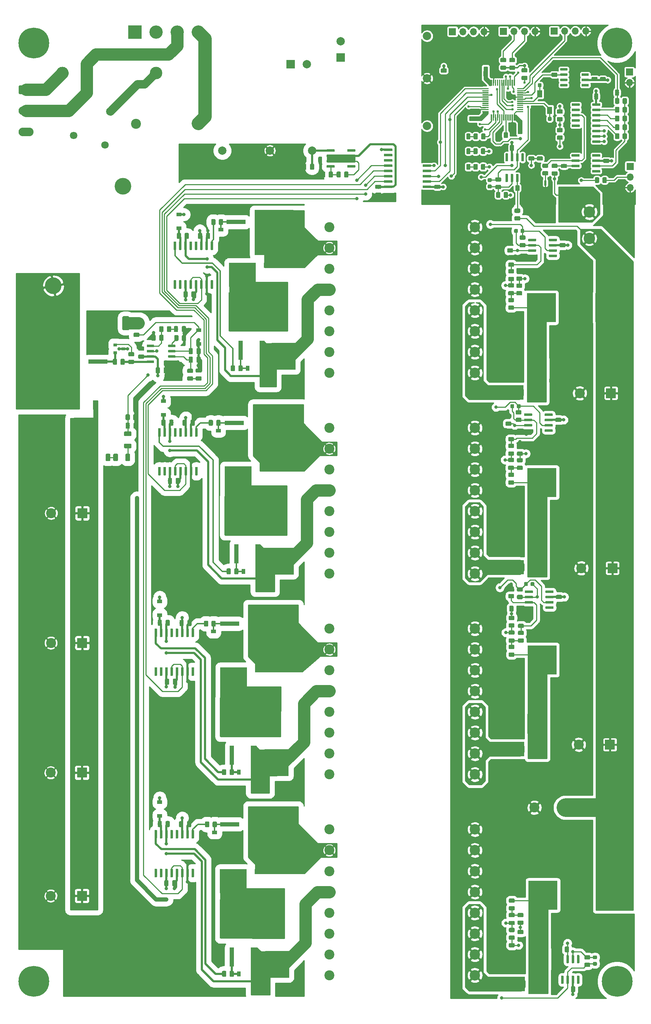
<source format=gtl>
%TF.GenerationSoftware,KiCad,Pcbnew,(5.1.2)-2*%
%TF.CreationDate,2020-11-17T15:03:31-05:00*%
%TF.ProjectId,multiphase_converter,6d756c74-6970-4686-9173-655f636f6e76,rev?*%
%TF.SameCoordinates,Original*%
%TF.FileFunction,Copper,L1,Top*%
%TF.FilePolarity,Positive*%
%FSLAX46Y46*%
G04 Gerber Fmt 4.6, Leading zero omitted, Abs format (unit mm)*
G04 Created by KiCad (PCBNEW (5.1.2)-2) date 2020-11-17 15:03:31*
%MOMM*%
%LPD*%
G04 APERTURE LIST*
%TA.AperFunction,EtchedComponent*%
%ADD10C,0.100000*%
%TD*%
%TA.AperFunction,Conductor*%
%ADD11C,0.100000*%
%TD*%
%TA.AperFunction,SMDPad,CuDef*%
%ADD12C,0.600000*%
%TD*%
%TA.AperFunction,SMDPad,CuDef*%
%ADD13C,0.975000*%
%TD*%
%TA.AperFunction,SMDPad,CuDef*%
%ADD14C,1.025000*%
%TD*%
%TA.AperFunction,ComponentPad*%
%ADD15O,1.700000X1.700000*%
%TD*%
%TA.AperFunction,ComponentPad*%
%ADD16R,1.700000X1.700000*%
%TD*%
%TA.AperFunction,SMDPad,CuDef*%
%ADD17C,1.000000*%
%TD*%
%TA.AperFunction,SMDPad,CuDef*%
%ADD18C,0.900000*%
%TD*%
%TA.AperFunction,SMDPad,CuDef*%
%ADD19R,10.800000X9.400000*%
%TD*%
%TA.AperFunction,SMDPad,CuDef*%
%ADD20R,1.100000X4.600000*%
%TD*%
%TA.AperFunction,SMDPad,CuDef*%
%ADD21R,5.800000X6.400000*%
%TD*%
%TA.AperFunction,SMDPad,CuDef*%
%ADD22R,1.200000X2.200000*%
%TD*%
%TA.AperFunction,SMDPad,CuDef*%
%ADD23R,6.400000X5.800000*%
%TD*%
%TA.AperFunction,SMDPad,CuDef*%
%ADD24R,2.200000X1.200000*%
%TD*%
%TA.AperFunction,SMDPad,CuDef*%
%ADD25R,0.900000X1.200000*%
%TD*%
%TA.AperFunction,SMDPad,CuDef*%
%ADD26R,1.200000X0.900000*%
%TD*%
%TA.AperFunction,ComponentPad*%
%ADD27C,2.500000*%
%TD*%
%TA.AperFunction,ComponentPad*%
%ADD28C,2.400000*%
%TD*%
%TA.AperFunction,ComponentPad*%
%ADD29C,2.750000*%
%TD*%
%TA.AperFunction,ComponentPad*%
%ADD30C,7.400000*%
%TD*%
%TA.AperFunction,SMDPad,CuDef*%
%ADD31R,1.200000X1.800000*%
%TD*%
%TA.AperFunction,SMDPad,CuDef*%
%ADD32C,0.300000*%
%TD*%
%TA.AperFunction,ComponentPad*%
%ADD33C,1.800000*%
%TD*%
%TA.AperFunction,SMDPad,CuDef*%
%ADD34C,1.640000*%
%TD*%
%TA.AperFunction,SMDPad,CuDef*%
%ADD35C,1.125000*%
%TD*%
%TA.AperFunction,SMDPad,CuDef*%
%ADD36R,9.400000X10.800000*%
%TD*%
%TA.AperFunction,SMDPad,CuDef*%
%ADD37R,4.600000X1.100000*%
%TD*%
%TA.AperFunction,SMDPad,CuDef*%
%ADD38R,0.900000X0.800000*%
%TD*%
%TA.AperFunction,ComponentPad*%
%ADD39C,2.000000*%
%TD*%
%TA.AperFunction,ComponentPad*%
%ADD40R,2.000000X2.000000*%
%TD*%
%TA.AperFunction,Conductor*%
%ADD41C,0.500000*%
%TD*%
%TA.AperFunction,SMDPad,CuDef*%
%ADD42R,7.000000X7.000000*%
%TD*%
%TA.AperFunction,ComponentPad*%
%ADD43C,4.000000*%
%TD*%
%TA.AperFunction,ComponentPad*%
%ADD44O,3.600000X2.080000*%
%TD*%
%TA.AperFunction,ComponentPad*%
%ADD45C,2.080000*%
%TD*%
%TA.AperFunction,ComponentPad*%
%ADD46C,3.000000*%
%TD*%
%TA.AperFunction,SMDPad,CuDef*%
%ADD47R,1.270000X1.400000*%
%TD*%
%TA.AperFunction,SMDPad,CuDef*%
%ADD48R,4.720000X4.800000*%
%TD*%
%TA.AperFunction,ComponentPad*%
%ADD49R,3.200000X3.200000*%
%TD*%
%TA.AperFunction,ComponentPad*%
%ADD50C,3.200000*%
%TD*%
%TA.AperFunction,ComponentPad*%
%ADD51R,2.400000X2.400000*%
%TD*%
%TA.AperFunction,ViaPad*%
%ADD52C,0.800000*%
%TD*%
%TA.AperFunction,ViaPad*%
%ADD53C,0.900000*%
%TD*%
%TA.AperFunction,ViaPad*%
%ADD54C,0.600000*%
%TD*%
%TA.AperFunction,Conductor*%
%ADD55C,0.250000*%
%TD*%
%TA.AperFunction,Conductor*%
%ADD56C,0.500000*%
%TD*%
%TA.AperFunction,Conductor*%
%ADD57C,0.350000*%
%TD*%
%TA.AperFunction,Conductor*%
%ADD58C,3.000000*%
%TD*%
%TA.AperFunction,Conductor*%
%ADD59C,2.000000*%
%TD*%
%TA.AperFunction,Conductor*%
%ADD60C,0.750000*%
%TD*%
%TA.AperFunction,Conductor*%
%ADD61C,3.250000*%
%TD*%
%TA.AperFunction,Conductor*%
%ADD62C,4.500000*%
%TD*%
%TA.AperFunction,Conductor*%
%ADD63C,1.000000*%
%TD*%
%TA.AperFunction,Conductor*%
%ADD64C,0.254000*%
%TD*%
G04 APERTURE END LIST*
D10*
%TO.C,NT1*%
G36*
X168100000Y-58000000D02*
G01*
X168100000Y-59000000D01*
X167600000Y-59000000D01*
X167600000Y-58000000D01*
X168100000Y-58000000D01*
G37*
%TD*%
D11*
%TO.N,Net-(U2-Pad8)*%
%TO.C,U2*%
G36*
X173039703Y-34705722D02*
G01*
X173054264Y-34707882D01*
X173068543Y-34711459D01*
X173082403Y-34716418D01*
X173095710Y-34722712D01*
X173108336Y-34730280D01*
X173120159Y-34739048D01*
X173131066Y-34748934D01*
X173140952Y-34759841D01*
X173149720Y-34771664D01*
X173157288Y-34784290D01*
X173163582Y-34797597D01*
X173168541Y-34811457D01*
X173172118Y-34825736D01*
X173174278Y-34840297D01*
X173175000Y-34855000D01*
X173175000Y-35155000D01*
X173174278Y-35169703D01*
X173172118Y-35184264D01*
X173168541Y-35198543D01*
X173163582Y-35212403D01*
X173157288Y-35225710D01*
X173149720Y-35238336D01*
X173140952Y-35250159D01*
X173131066Y-35261066D01*
X173120159Y-35270952D01*
X173108336Y-35279720D01*
X173095710Y-35287288D01*
X173082403Y-35293582D01*
X173068543Y-35298541D01*
X173054264Y-35302118D01*
X173039703Y-35304278D01*
X173025000Y-35305000D01*
X171575000Y-35305000D01*
X171560297Y-35304278D01*
X171545736Y-35302118D01*
X171531457Y-35298541D01*
X171517597Y-35293582D01*
X171504290Y-35287288D01*
X171491664Y-35279720D01*
X171479841Y-35270952D01*
X171468934Y-35261066D01*
X171459048Y-35250159D01*
X171450280Y-35238336D01*
X171442712Y-35225710D01*
X171436418Y-35212403D01*
X171431459Y-35198543D01*
X171427882Y-35184264D01*
X171425722Y-35169703D01*
X171425000Y-35155000D01*
X171425000Y-34855000D01*
X171425722Y-34840297D01*
X171427882Y-34825736D01*
X171431459Y-34811457D01*
X171436418Y-34797597D01*
X171442712Y-34784290D01*
X171450280Y-34771664D01*
X171459048Y-34759841D01*
X171468934Y-34748934D01*
X171479841Y-34739048D01*
X171491664Y-34730280D01*
X171504290Y-34722712D01*
X171517597Y-34716418D01*
X171531457Y-34711459D01*
X171545736Y-34707882D01*
X171560297Y-34705722D01*
X171575000Y-34705000D01*
X173025000Y-34705000D01*
X173039703Y-34705722D01*
X173039703Y-34705722D01*
G37*
D12*
%TD*%
%TO.P,U2,8*%
%TO.N,Net-(U2-Pad8)*%
X172300000Y-35005000D03*
D11*
%TO.N,Net-(U2-Pad7)*%
%TO.C,U2*%
G36*
X173039703Y-33435722D02*
G01*
X173054264Y-33437882D01*
X173068543Y-33441459D01*
X173082403Y-33446418D01*
X173095710Y-33452712D01*
X173108336Y-33460280D01*
X173120159Y-33469048D01*
X173131066Y-33478934D01*
X173140952Y-33489841D01*
X173149720Y-33501664D01*
X173157288Y-33514290D01*
X173163582Y-33527597D01*
X173168541Y-33541457D01*
X173172118Y-33555736D01*
X173174278Y-33570297D01*
X173175000Y-33585000D01*
X173175000Y-33885000D01*
X173174278Y-33899703D01*
X173172118Y-33914264D01*
X173168541Y-33928543D01*
X173163582Y-33942403D01*
X173157288Y-33955710D01*
X173149720Y-33968336D01*
X173140952Y-33980159D01*
X173131066Y-33991066D01*
X173120159Y-34000952D01*
X173108336Y-34009720D01*
X173095710Y-34017288D01*
X173082403Y-34023582D01*
X173068543Y-34028541D01*
X173054264Y-34032118D01*
X173039703Y-34034278D01*
X173025000Y-34035000D01*
X171575000Y-34035000D01*
X171560297Y-34034278D01*
X171545736Y-34032118D01*
X171531457Y-34028541D01*
X171517597Y-34023582D01*
X171504290Y-34017288D01*
X171491664Y-34009720D01*
X171479841Y-34000952D01*
X171468934Y-33991066D01*
X171459048Y-33980159D01*
X171450280Y-33968336D01*
X171442712Y-33955710D01*
X171436418Y-33942403D01*
X171431459Y-33928543D01*
X171427882Y-33914264D01*
X171425722Y-33899703D01*
X171425000Y-33885000D01*
X171425000Y-33585000D01*
X171425722Y-33570297D01*
X171427882Y-33555736D01*
X171431459Y-33541457D01*
X171436418Y-33527597D01*
X171442712Y-33514290D01*
X171450280Y-33501664D01*
X171459048Y-33489841D01*
X171468934Y-33478934D01*
X171479841Y-33469048D01*
X171491664Y-33460280D01*
X171504290Y-33452712D01*
X171517597Y-33446418D01*
X171531457Y-33441459D01*
X171545736Y-33437882D01*
X171560297Y-33435722D01*
X171575000Y-33435000D01*
X173025000Y-33435000D01*
X173039703Y-33435722D01*
X173039703Y-33435722D01*
G37*
D12*
%TD*%
%TO.P,U2,7*%
%TO.N,Net-(U2-Pad7)*%
X172300000Y-33735000D03*
D11*
%TO.N,/Control/VREF*%
%TO.C,U2*%
G36*
X173039703Y-32165722D02*
G01*
X173054264Y-32167882D01*
X173068543Y-32171459D01*
X173082403Y-32176418D01*
X173095710Y-32182712D01*
X173108336Y-32190280D01*
X173120159Y-32199048D01*
X173131066Y-32208934D01*
X173140952Y-32219841D01*
X173149720Y-32231664D01*
X173157288Y-32244290D01*
X173163582Y-32257597D01*
X173168541Y-32271457D01*
X173172118Y-32285736D01*
X173174278Y-32300297D01*
X173175000Y-32315000D01*
X173175000Y-32615000D01*
X173174278Y-32629703D01*
X173172118Y-32644264D01*
X173168541Y-32658543D01*
X173163582Y-32672403D01*
X173157288Y-32685710D01*
X173149720Y-32698336D01*
X173140952Y-32710159D01*
X173131066Y-32721066D01*
X173120159Y-32730952D01*
X173108336Y-32739720D01*
X173095710Y-32747288D01*
X173082403Y-32753582D01*
X173068543Y-32758541D01*
X173054264Y-32762118D01*
X173039703Y-32764278D01*
X173025000Y-32765000D01*
X171575000Y-32765000D01*
X171560297Y-32764278D01*
X171545736Y-32762118D01*
X171531457Y-32758541D01*
X171517597Y-32753582D01*
X171504290Y-32747288D01*
X171491664Y-32739720D01*
X171479841Y-32730952D01*
X171468934Y-32721066D01*
X171459048Y-32710159D01*
X171450280Y-32698336D01*
X171442712Y-32685710D01*
X171436418Y-32672403D01*
X171431459Y-32658543D01*
X171427882Y-32644264D01*
X171425722Y-32629703D01*
X171425000Y-32615000D01*
X171425000Y-32315000D01*
X171425722Y-32300297D01*
X171427882Y-32285736D01*
X171431459Y-32271457D01*
X171436418Y-32257597D01*
X171442712Y-32244290D01*
X171450280Y-32231664D01*
X171459048Y-32219841D01*
X171468934Y-32208934D01*
X171479841Y-32199048D01*
X171491664Y-32190280D01*
X171504290Y-32182712D01*
X171517597Y-32176418D01*
X171531457Y-32171459D01*
X171545736Y-32167882D01*
X171560297Y-32165722D01*
X171575000Y-32165000D01*
X173025000Y-32165000D01*
X173039703Y-32165722D01*
X173039703Y-32165722D01*
G37*
D12*
%TD*%
%TO.P,U2,6*%
%TO.N,/Control/VREF*%
X172300000Y-32465000D03*
D11*
%TO.N,Net-(U2-Pad5)*%
%TO.C,U2*%
G36*
X173039703Y-30895722D02*
G01*
X173054264Y-30897882D01*
X173068543Y-30901459D01*
X173082403Y-30906418D01*
X173095710Y-30912712D01*
X173108336Y-30920280D01*
X173120159Y-30929048D01*
X173131066Y-30938934D01*
X173140952Y-30949841D01*
X173149720Y-30961664D01*
X173157288Y-30974290D01*
X173163582Y-30987597D01*
X173168541Y-31001457D01*
X173172118Y-31015736D01*
X173174278Y-31030297D01*
X173175000Y-31045000D01*
X173175000Y-31345000D01*
X173174278Y-31359703D01*
X173172118Y-31374264D01*
X173168541Y-31388543D01*
X173163582Y-31402403D01*
X173157288Y-31415710D01*
X173149720Y-31428336D01*
X173140952Y-31440159D01*
X173131066Y-31451066D01*
X173120159Y-31460952D01*
X173108336Y-31469720D01*
X173095710Y-31477288D01*
X173082403Y-31483582D01*
X173068543Y-31488541D01*
X173054264Y-31492118D01*
X173039703Y-31494278D01*
X173025000Y-31495000D01*
X171575000Y-31495000D01*
X171560297Y-31494278D01*
X171545736Y-31492118D01*
X171531457Y-31488541D01*
X171517597Y-31483582D01*
X171504290Y-31477288D01*
X171491664Y-31469720D01*
X171479841Y-31460952D01*
X171468934Y-31451066D01*
X171459048Y-31440159D01*
X171450280Y-31428336D01*
X171442712Y-31415710D01*
X171436418Y-31402403D01*
X171431459Y-31388543D01*
X171427882Y-31374264D01*
X171425722Y-31359703D01*
X171425000Y-31345000D01*
X171425000Y-31045000D01*
X171425722Y-31030297D01*
X171427882Y-31015736D01*
X171431459Y-31001457D01*
X171436418Y-30987597D01*
X171442712Y-30974290D01*
X171450280Y-30961664D01*
X171459048Y-30949841D01*
X171468934Y-30938934D01*
X171479841Y-30929048D01*
X171491664Y-30920280D01*
X171504290Y-30912712D01*
X171517597Y-30906418D01*
X171531457Y-30901459D01*
X171545736Y-30897882D01*
X171560297Y-30895722D01*
X171575000Y-30895000D01*
X173025000Y-30895000D01*
X173039703Y-30895722D01*
X173039703Y-30895722D01*
G37*
D12*
%TD*%
%TO.P,U2,5*%
%TO.N,Net-(U2-Pad5)*%
X172300000Y-31195000D03*
D11*
%TO.N,GNDD*%
%TO.C,U2*%
G36*
X178189703Y-30895722D02*
G01*
X178204264Y-30897882D01*
X178218543Y-30901459D01*
X178232403Y-30906418D01*
X178245710Y-30912712D01*
X178258336Y-30920280D01*
X178270159Y-30929048D01*
X178281066Y-30938934D01*
X178290952Y-30949841D01*
X178299720Y-30961664D01*
X178307288Y-30974290D01*
X178313582Y-30987597D01*
X178318541Y-31001457D01*
X178322118Y-31015736D01*
X178324278Y-31030297D01*
X178325000Y-31045000D01*
X178325000Y-31345000D01*
X178324278Y-31359703D01*
X178322118Y-31374264D01*
X178318541Y-31388543D01*
X178313582Y-31402403D01*
X178307288Y-31415710D01*
X178299720Y-31428336D01*
X178290952Y-31440159D01*
X178281066Y-31451066D01*
X178270159Y-31460952D01*
X178258336Y-31469720D01*
X178245710Y-31477288D01*
X178232403Y-31483582D01*
X178218543Y-31488541D01*
X178204264Y-31492118D01*
X178189703Y-31494278D01*
X178175000Y-31495000D01*
X176725000Y-31495000D01*
X176710297Y-31494278D01*
X176695736Y-31492118D01*
X176681457Y-31488541D01*
X176667597Y-31483582D01*
X176654290Y-31477288D01*
X176641664Y-31469720D01*
X176629841Y-31460952D01*
X176618934Y-31451066D01*
X176609048Y-31440159D01*
X176600280Y-31428336D01*
X176592712Y-31415710D01*
X176586418Y-31402403D01*
X176581459Y-31388543D01*
X176577882Y-31374264D01*
X176575722Y-31359703D01*
X176575000Y-31345000D01*
X176575000Y-31045000D01*
X176575722Y-31030297D01*
X176577882Y-31015736D01*
X176581459Y-31001457D01*
X176586418Y-30987597D01*
X176592712Y-30974290D01*
X176600280Y-30961664D01*
X176609048Y-30949841D01*
X176618934Y-30938934D01*
X176629841Y-30929048D01*
X176641664Y-30920280D01*
X176654290Y-30912712D01*
X176667597Y-30906418D01*
X176681457Y-30901459D01*
X176695736Y-30897882D01*
X176710297Y-30895722D01*
X176725000Y-30895000D01*
X178175000Y-30895000D01*
X178189703Y-30895722D01*
X178189703Y-30895722D01*
G37*
D12*
%TD*%
%TO.P,U2,4*%
%TO.N,GNDD*%
X177450000Y-31195000D03*
D11*
%TO.N,Net-(U2-Pad3)*%
%TO.C,U2*%
G36*
X178189703Y-32165722D02*
G01*
X178204264Y-32167882D01*
X178218543Y-32171459D01*
X178232403Y-32176418D01*
X178245710Y-32182712D01*
X178258336Y-32190280D01*
X178270159Y-32199048D01*
X178281066Y-32208934D01*
X178290952Y-32219841D01*
X178299720Y-32231664D01*
X178307288Y-32244290D01*
X178313582Y-32257597D01*
X178318541Y-32271457D01*
X178322118Y-32285736D01*
X178324278Y-32300297D01*
X178325000Y-32315000D01*
X178325000Y-32615000D01*
X178324278Y-32629703D01*
X178322118Y-32644264D01*
X178318541Y-32658543D01*
X178313582Y-32672403D01*
X178307288Y-32685710D01*
X178299720Y-32698336D01*
X178290952Y-32710159D01*
X178281066Y-32721066D01*
X178270159Y-32730952D01*
X178258336Y-32739720D01*
X178245710Y-32747288D01*
X178232403Y-32753582D01*
X178218543Y-32758541D01*
X178204264Y-32762118D01*
X178189703Y-32764278D01*
X178175000Y-32765000D01*
X176725000Y-32765000D01*
X176710297Y-32764278D01*
X176695736Y-32762118D01*
X176681457Y-32758541D01*
X176667597Y-32753582D01*
X176654290Y-32747288D01*
X176641664Y-32739720D01*
X176629841Y-32730952D01*
X176618934Y-32721066D01*
X176609048Y-32710159D01*
X176600280Y-32698336D01*
X176592712Y-32685710D01*
X176586418Y-32672403D01*
X176581459Y-32658543D01*
X176577882Y-32644264D01*
X176575722Y-32629703D01*
X176575000Y-32615000D01*
X176575000Y-32315000D01*
X176575722Y-32300297D01*
X176577882Y-32285736D01*
X176581459Y-32271457D01*
X176586418Y-32257597D01*
X176592712Y-32244290D01*
X176600280Y-32231664D01*
X176609048Y-32219841D01*
X176618934Y-32208934D01*
X176629841Y-32199048D01*
X176641664Y-32190280D01*
X176654290Y-32182712D01*
X176667597Y-32176418D01*
X176681457Y-32171459D01*
X176695736Y-32167882D01*
X176710297Y-32165722D01*
X176725000Y-32165000D01*
X178175000Y-32165000D01*
X178189703Y-32165722D01*
X178189703Y-32165722D01*
G37*
D12*
%TD*%
%TO.P,U2,3*%
%TO.N,Net-(U2-Pad3)*%
X177450000Y-32465000D03*
D11*
%TO.N,+3V3*%
%TO.C,U2*%
G36*
X178189703Y-33435722D02*
G01*
X178204264Y-33437882D01*
X178218543Y-33441459D01*
X178232403Y-33446418D01*
X178245710Y-33452712D01*
X178258336Y-33460280D01*
X178270159Y-33469048D01*
X178281066Y-33478934D01*
X178290952Y-33489841D01*
X178299720Y-33501664D01*
X178307288Y-33514290D01*
X178313582Y-33527597D01*
X178318541Y-33541457D01*
X178322118Y-33555736D01*
X178324278Y-33570297D01*
X178325000Y-33585000D01*
X178325000Y-33885000D01*
X178324278Y-33899703D01*
X178322118Y-33914264D01*
X178318541Y-33928543D01*
X178313582Y-33942403D01*
X178307288Y-33955710D01*
X178299720Y-33968336D01*
X178290952Y-33980159D01*
X178281066Y-33991066D01*
X178270159Y-34000952D01*
X178258336Y-34009720D01*
X178245710Y-34017288D01*
X178232403Y-34023582D01*
X178218543Y-34028541D01*
X178204264Y-34032118D01*
X178189703Y-34034278D01*
X178175000Y-34035000D01*
X176725000Y-34035000D01*
X176710297Y-34034278D01*
X176695736Y-34032118D01*
X176681457Y-34028541D01*
X176667597Y-34023582D01*
X176654290Y-34017288D01*
X176641664Y-34009720D01*
X176629841Y-34000952D01*
X176618934Y-33991066D01*
X176609048Y-33980159D01*
X176600280Y-33968336D01*
X176592712Y-33955710D01*
X176586418Y-33942403D01*
X176581459Y-33928543D01*
X176577882Y-33914264D01*
X176575722Y-33899703D01*
X176575000Y-33885000D01*
X176575000Y-33585000D01*
X176575722Y-33570297D01*
X176577882Y-33555736D01*
X176581459Y-33541457D01*
X176586418Y-33527597D01*
X176592712Y-33514290D01*
X176600280Y-33501664D01*
X176609048Y-33489841D01*
X176618934Y-33478934D01*
X176629841Y-33469048D01*
X176641664Y-33460280D01*
X176654290Y-33452712D01*
X176667597Y-33446418D01*
X176681457Y-33441459D01*
X176695736Y-33437882D01*
X176710297Y-33435722D01*
X176725000Y-33435000D01*
X178175000Y-33435000D01*
X178189703Y-33435722D01*
X178189703Y-33435722D01*
G37*
D12*
%TD*%
%TO.P,U2,2*%
%TO.N,+3V3*%
X177450000Y-33735000D03*
D11*
%TO.N,Net-(U2-Pad1)*%
%TO.C,U2*%
G36*
X178189703Y-34705722D02*
G01*
X178204264Y-34707882D01*
X178218543Y-34711459D01*
X178232403Y-34716418D01*
X178245710Y-34722712D01*
X178258336Y-34730280D01*
X178270159Y-34739048D01*
X178281066Y-34748934D01*
X178290952Y-34759841D01*
X178299720Y-34771664D01*
X178307288Y-34784290D01*
X178313582Y-34797597D01*
X178318541Y-34811457D01*
X178322118Y-34825736D01*
X178324278Y-34840297D01*
X178325000Y-34855000D01*
X178325000Y-35155000D01*
X178324278Y-35169703D01*
X178322118Y-35184264D01*
X178318541Y-35198543D01*
X178313582Y-35212403D01*
X178307288Y-35225710D01*
X178299720Y-35238336D01*
X178290952Y-35250159D01*
X178281066Y-35261066D01*
X178270159Y-35270952D01*
X178258336Y-35279720D01*
X178245710Y-35287288D01*
X178232403Y-35293582D01*
X178218543Y-35298541D01*
X178204264Y-35302118D01*
X178189703Y-35304278D01*
X178175000Y-35305000D01*
X176725000Y-35305000D01*
X176710297Y-35304278D01*
X176695736Y-35302118D01*
X176681457Y-35298541D01*
X176667597Y-35293582D01*
X176654290Y-35287288D01*
X176641664Y-35279720D01*
X176629841Y-35270952D01*
X176618934Y-35261066D01*
X176609048Y-35250159D01*
X176600280Y-35238336D01*
X176592712Y-35225710D01*
X176586418Y-35212403D01*
X176581459Y-35198543D01*
X176577882Y-35184264D01*
X176575722Y-35169703D01*
X176575000Y-35155000D01*
X176575000Y-34855000D01*
X176575722Y-34840297D01*
X176577882Y-34825736D01*
X176581459Y-34811457D01*
X176586418Y-34797597D01*
X176592712Y-34784290D01*
X176600280Y-34771664D01*
X176609048Y-34759841D01*
X176618934Y-34748934D01*
X176629841Y-34739048D01*
X176641664Y-34730280D01*
X176654290Y-34722712D01*
X176667597Y-34716418D01*
X176681457Y-34711459D01*
X176695736Y-34707882D01*
X176710297Y-34705722D01*
X176725000Y-34705000D01*
X178175000Y-34705000D01*
X178189703Y-34705722D01*
X178189703Y-34705722D01*
G37*
D12*
%TD*%
%TO.P,U2,1*%
%TO.N,Net-(U2-Pad1)*%
X177450000Y-35005000D03*
D11*
%TO.N,+3V3*%
%TO.C,C61*%
G36*
X182180142Y-33051174D02*
G01*
X182203803Y-33054684D01*
X182227007Y-33060496D01*
X182249529Y-33068554D01*
X182271153Y-33078782D01*
X182291670Y-33091079D01*
X182310883Y-33105329D01*
X182328607Y-33121393D01*
X182344671Y-33139117D01*
X182358921Y-33158330D01*
X182371218Y-33178847D01*
X182381446Y-33200471D01*
X182389504Y-33222993D01*
X182395316Y-33246197D01*
X182398826Y-33269858D01*
X182400000Y-33293750D01*
X182400000Y-33781250D01*
X182398826Y-33805142D01*
X182395316Y-33828803D01*
X182389504Y-33852007D01*
X182381446Y-33874529D01*
X182371218Y-33896153D01*
X182358921Y-33916670D01*
X182344671Y-33935883D01*
X182328607Y-33953607D01*
X182310883Y-33969671D01*
X182291670Y-33983921D01*
X182271153Y-33996218D01*
X182249529Y-34006446D01*
X182227007Y-34014504D01*
X182203803Y-34020316D01*
X182180142Y-34023826D01*
X182156250Y-34025000D01*
X181243750Y-34025000D01*
X181219858Y-34023826D01*
X181196197Y-34020316D01*
X181172993Y-34014504D01*
X181150471Y-34006446D01*
X181128847Y-33996218D01*
X181108330Y-33983921D01*
X181089117Y-33969671D01*
X181071393Y-33953607D01*
X181055329Y-33935883D01*
X181041079Y-33916670D01*
X181028782Y-33896153D01*
X181018554Y-33874529D01*
X181010496Y-33852007D01*
X181004684Y-33828803D01*
X181001174Y-33805142D01*
X181000000Y-33781250D01*
X181000000Y-33293750D01*
X181001174Y-33269858D01*
X181004684Y-33246197D01*
X181010496Y-33222993D01*
X181018554Y-33200471D01*
X181028782Y-33178847D01*
X181041079Y-33158330D01*
X181055329Y-33139117D01*
X181071393Y-33121393D01*
X181089117Y-33105329D01*
X181108330Y-33091079D01*
X181128847Y-33078782D01*
X181150471Y-33068554D01*
X181172993Y-33060496D01*
X181196197Y-33054684D01*
X181219858Y-33051174D01*
X181243750Y-33050000D01*
X182156250Y-33050000D01*
X182180142Y-33051174D01*
X182180142Y-33051174D01*
G37*
D13*
%TD*%
%TO.P,C61,2*%
%TO.N,+3V3*%
X181700000Y-33537500D03*
D11*
%TO.N,GNDD*%
%TO.C,C61*%
G36*
X182180142Y-31176174D02*
G01*
X182203803Y-31179684D01*
X182227007Y-31185496D01*
X182249529Y-31193554D01*
X182271153Y-31203782D01*
X182291670Y-31216079D01*
X182310883Y-31230329D01*
X182328607Y-31246393D01*
X182344671Y-31264117D01*
X182358921Y-31283330D01*
X182371218Y-31303847D01*
X182381446Y-31325471D01*
X182389504Y-31347993D01*
X182395316Y-31371197D01*
X182398826Y-31394858D01*
X182400000Y-31418750D01*
X182400000Y-31906250D01*
X182398826Y-31930142D01*
X182395316Y-31953803D01*
X182389504Y-31977007D01*
X182381446Y-31999529D01*
X182371218Y-32021153D01*
X182358921Y-32041670D01*
X182344671Y-32060883D01*
X182328607Y-32078607D01*
X182310883Y-32094671D01*
X182291670Y-32108921D01*
X182271153Y-32121218D01*
X182249529Y-32131446D01*
X182227007Y-32139504D01*
X182203803Y-32145316D01*
X182180142Y-32148826D01*
X182156250Y-32150000D01*
X181243750Y-32150000D01*
X181219858Y-32148826D01*
X181196197Y-32145316D01*
X181172993Y-32139504D01*
X181150471Y-32131446D01*
X181128847Y-32121218D01*
X181108330Y-32108921D01*
X181089117Y-32094671D01*
X181071393Y-32078607D01*
X181055329Y-32060883D01*
X181041079Y-32041670D01*
X181028782Y-32021153D01*
X181018554Y-31999529D01*
X181010496Y-31977007D01*
X181004684Y-31953803D01*
X181001174Y-31930142D01*
X181000000Y-31906250D01*
X181000000Y-31418750D01*
X181001174Y-31394858D01*
X181004684Y-31371197D01*
X181010496Y-31347993D01*
X181018554Y-31325471D01*
X181028782Y-31303847D01*
X181041079Y-31283330D01*
X181055329Y-31264117D01*
X181071393Y-31246393D01*
X181089117Y-31230329D01*
X181108330Y-31216079D01*
X181128847Y-31203782D01*
X181150471Y-31193554D01*
X181172993Y-31185496D01*
X181196197Y-31179684D01*
X181219858Y-31176174D01*
X181243750Y-31175000D01*
X182156250Y-31175000D01*
X182180142Y-31176174D01*
X182180142Y-31176174D01*
G37*
D13*
%TD*%
%TO.P,C61,1*%
%TO.N,GNDD*%
X181700000Y-31662500D03*
D11*
%TO.N,Net-(J6-Pad1)*%
%TO.C,R73*%
G36*
X171824505Y-42651204D02*
G01*
X171848773Y-42654804D01*
X171872572Y-42660765D01*
X171895671Y-42669030D01*
X171917850Y-42679520D01*
X171938893Y-42692132D01*
X171958599Y-42706747D01*
X171976777Y-42723223D01*
X171993253Y-42741401D01*
X172007868Y-42761107D01*
X172020480Y-42782150D01*
X172030970Y-42804329D01*
X172039235Y-42827428D01*
X172045196Y-42851227D01*
X172048796Y-42875495D01*
X172050000Y-42899999D01*
X172050000Y-43425001D01*
X172048796Y-43449505D01*
X172045196Y-43473773D01*
X172039235Y-43497572D01*
X172030970Y-43520671D01*
X172020480Y-43542850D01*
X172007868Y-43563893D01*
X171993253Y-43583599D01*
X171976777Y-43601777D01*
X171958599Y-43618253D01*
X171938893Y-43632868D01*
X171917850Y-43645480D01*
X171895671Y-43655970D01*
X171872572Y-43664235D01*
X171848773Y-43670196D01*
X171824505Y-43673796D01*
X171800001Y-43675000D01*
X170899999Y-43675000D01*
X170875495Y-43673796D01*
X170851227Y-43670196D01*
X170827428Y-43664235D01*
X170804329Y-43655970D01*
X170782150Y-43645480D01*
X170761107Y-43632868D01*
X170741401Y-43618253D01*
X170723223Y-43601777D01*
X170706747Y-43583599D01*
X170692132Y-43563893D01*
X170679520Y-43542850D01*
X170669030Y-43520671D01*
X170660765Y-43497572D01*
X170654804Y-43473773D01*
X170651204Y-43449505D01*
X170650000Y-43425001D01*
X170650000Y-42899999D01*
X170651204Y-42875495D01*
X170654804Y-42851227D01*
X170660765Y-42827428D01*
X170669030Y-42804329D01*
X170679520Y-42782150D01*
X170692132Y-42761107D01*
X170706747Y-42741401D01*
X170723223Y-42723223D01*
X170741401Y-42706747D01*
X170761107Y-42692132D01*
X170782150Y-42679520D01*
X170804329Y-42669030D01*
X170827428Y-42660765D01*
X170851227Y-42654804D01*
X170875495Y-42651204D01*
X170899999Y-42650000D01*
X171800001Y-42650000D01*
X171824505Y-42651204D01*
X171824505Y-42651204D01*
G37*
D14*
%TD*%
%TO.P,R73,2*%
%TO.N,Net-(J6-Pad1)*%
X171350000Y-43162500D03*
D11*
%TO.N,+3V3*%
%TO.C,R73*%
G36*
X171824505Y-40826204D02*
G01*
X171848773Y-40829804D01*
X171872572Y-40835765D01*
X171895671Y-40844030D01*
X171917850Y-40854520D01*
X171938893Y-40867132D01*
X171958599Y-40881747D01*
X171976777Y-40898223D01*
X171993253Y-40916401D01*
X172007868Y-40936107D01*
X172020480Y-40957150D01*
X172030970Y-40979329D01*
X172039235Y-41002428D01*
X172045196Y-41026227D01*
X172048796Y-41050495D01*
X172050000Y-41074999D01*
X172050000Y-41600001D01*
X172048796Y-41624505D01*
X172045196Y-41648773D01*
X172039235Y-41672572D01*
X172030970Y-41695671D01*
X172020480Y-41717850D01*
X172007868Y-41738893D01*
X171993253Y-41758599D01*
X171976777Y-41776777D01*
X171958599Y-41793253D01*
X171938893Y-41807868D01*
X171917850Y-41820480D01*
X171895671Y-41830970D01*
X171872572Y-41839235D01*
X171848773Y-41845196D01*
X171824505Y-41848796D01*
X171800001Y-41850000D01*
X170899999Y-41850000D01*
X170875495Y-41848796D01*
X170851227Y-41845196D01*
X170827428Y-41839235D01*
X170804329Y-41830970D01*
X170782150Y-41820480D01*
X170761107Y-41807868D01*
X170741401Y-41793253D01*
X170723223Y-41776777D01*
X170706747Y-41758599D01*
X170692132Y-41738893D01*
X170679520Y-41717850D01*
X170669030Y-41695671D01*
X170660765Y-41672572D01*
X170654804Y-41648773D01*
X170651204Y-41624505D01*
X170650000Y-41600001D01*
X170650000Y-41074999D01*
X170651204Y-41050495D01*
X170654804Y-41026227D01*
X170660765Y-41002428D01*
X170669030Y-40979329D01*
X170679520Y-40957150D01*
X170692132Y-40936107D01*
X170706747Y-40916401D01*
X170723223Y-40898223D01*
X170741401Y-40881747D01*
X170761107Y-40867132D01*
X170782150Y-40854520D01*
X170804329Y-40844030D01*
X170827428Y-40835765D01*
X170851227Y-40829804D01*
X170875495Y-40826204D01*
X170899999Y-40825000D01*
X171800001Y-40825000D01*
X171824505Y-40826204D01*
X171824505Y-40826204D01*
G37*
D14*
%TD*%
%TO.P,R73,1*%
%TO.N,+3V3*%
X171350000Y-41337500D03*
D11*
%TO.N,Net-(J7-Pad2)*%
%TO.C,R72*%
G36*
X182399505Y-57101204D02*
G01*
X182423773Y-57104804D01*
X182447572Y-57110765D01*
X182470671Y-57119030D01*
X182492850Y-57129520D01*
X182513893Y-57142132D01*
X182533599Y-57156747D01*
X182551777Y-57173223D01*
X182568253Y-57191401D01*
X182582868Y-57211107D01*
X182595480Y-57232150D01*
X182605970Y-57254329D01*
X182614235Y-57277428D01*
X182620196Y-57301227D01*
X182623796Y-57325495D01*
X182625000Y-57349999D01*
X182625000Y-58250001D01*
X182623796Y-58274505D01*
X182620196Y-58298773D01*
X182614235Y-58322572D01*
X182605970Y-58345671D01*
X182595480Y-58367850D01*
X182582868Y-58388893D01*
X182568253Y-58408599D01*
X182551777Y-58426777D01*
X182533599Y-58443253D01*
X182513893Y-58457868D01*
X182492850Y-58470480D01*
X182470671Y-58480970D01*
X182447572Y-58489235D01*
X182423773Y-58495196D01*
X182399505Y-58498796D01*
X182375001Y-58500000D01*
X181849999Y-58500000D01*
X181825495Y-58498796D01*
X181801227Y-58495196D01*
X181777428Y-58489235D01*
X181754329Y-58480970D01*
X181732150Y-58470480D01*
X181711107Y-58457868D01*
X181691401Y-58443253D01*
X181673223Y-58426777D01*
X181656747Y-58408599D01*
X181642132Y-58388893D01*
X181629520Y-58367850D01*
X181619030Y-58345671D01*
X181610765Y-58322572D01*
X181604804Y-58298773D01*
X181601204Y-58274505D01*
X181600000Y-58250001D01*
X181600000Y-57349999D01*
X181601204Y-57325495D01*
X181604804Y-57301227D01*
X181610765Y-57277428D01*
X181619030Y-57254329D01*
X181629520Y-57232150D01*
X181642132Y-57211107D01*
X181656747Y-57191401D01*
X181673223Y-57173223D01*
X181691401Y-57156747D01*
X181711107Y-57142132D01*
X181732150Y-57129520D01*
X181754329Y-57119030D01*
X181777428Y-57110765D01*
X181801227Y-57104804D01*
X181825495Y-57101204D01*
X181849999Y-57100000D01*
X182375001Y-57100000D01*
X182399505Y-57101204D01*
X182399505Y-57101204D01*
G37*
D14*
%TD*%
%TO.P,R72,2*%
%TO.N,Net-(J7-Pad2)*%
X182112500Y-57800000D03*
D11*
%TO.N,/Control/V_SET*%
%TO.C,R72*%
G36*
X180574505Y-57101204D02*
G01*
X180598773Y-57104804D01*
X180622572Y-57110765D01*
X180645671Y-57119030D01*
X180667850Y-57129520D01*
X180688893Y-57142132D01*
X180708599Y-57156747D01*
X180726777Y-57173223D01*
X180743253Y-57191401D01*
X180757868Y-57211107D01*
X180770480Y-57232150D01*
X180780970Y-57254329D01*
X180789235Y-57277428D01*
X180795196Y-57301227D01*
X180798796Y-57325495D01*
X180800000Y-57349999D01*
X180800000Y-58250001D01*
X180798796Y-58274505D01*
X180795196Y-58298773D01*
X180789235Y-58322572D01*
X180780970Y-58345671D01*
X180770480Y-58367850D01*
X180757868Y-58388893D01*
X180743253Y-58408599D01*
X180726777Y-58426777D01*
X180708599Y-58443253D01*
X180688893Y-58457868D01*
X180667850Y-58470480D01*
X180645671Y-58480970D01*
X180622572Y-58489235D01*
X180598773Y-58495196D01*
X180574505Y-58498796D01*
X180550001Y-58500000D01*
X180024999Y-58500000D01*
X180000495Y-58498796D01*
X179976227Y-58495196D01*
X179952428Y-58489235D01*
X179929329Y-58480970D01*
X179907150Y-58470480D01*
X179886107Y-58457868D01*
X179866401Y-58443253D01*
X179848223Y-58426777D01*
X179831747Y-58408599D01*
X179817132Y-58388893D01*
X179804520Y-58367850D01*
X179794030Y-58345671D01*
X179785765Y-58322572D01*
X179779804Y-58298773D01*
X179776204Y-58274505D01*
X179775000Y-58250001D01*
X179775000Y-57349999D01*
X179776204Y-57325495D01*
X179779804Y-57301227D01*
X179785765Y-57277428D01*
X179794030Y-57254329D01*
X179804520Y-57232150D01*
X179817132Y-57211107D01*
X179831747Y-57191401D01*
X179848223Y-57173223D01*
X179866401Y-57156747D01*
X179886107Y-57142132D01*
X179907150Y-57129520D01*
X179929329Y-57119030D01*
X179952428Y-57110765D01*
X179976227Y-57104804D01*
X180000495Y-57101204D01*
X180024999Y-57100000D01*
X180550001Y-57100000D01*
X180574505Y-57101204D01*
X180574505Y-57101204D01*
G37*
D14*
%TD*%
%TO.P,R72,1*%
%TO.N,/Control/V_SET*%
X180287500Y-57800000D03*
D11*
%TO.N,/Control/ENABLE*%
%TO.C,R71*%
G36*
X171824505Y-47101204D02*
G01*
X171848773Y-47104804D01*
X171872572Y-47110765D01*
X171895671Y-47119030D01*
X171917850Y-47129520D01*
X171938893Y-47142132D01*
X171958599Y-47156747D01*
X171976777Y-47173223D01*
X171993253Y-47191401D01*
X172007868Y-47211107D01*
X172020480Y-47232150D01*
X172030970Y-47254329D01*
X172039235Y-47277428D01*
X172045196Y-47301227D01*
X172048796Y-47325495D01*
X172050000Y-47349999D01*
X172050000Y-47875001D01*
X172048796Y-47899505D01*
X172045196Y-47923773D01*
X172039235Y-47947572D01*
X172030970Y-47970671D01*
X172020480Y-47992850D01*
X172007868Y-48013893D01*
X171993253Y-48033599D01*
X171976777Y-48051777D01*
X171958599Y-48068253D01*
X171938893Y-48082868D01*
X171917850Y-48095480D01*
X171895671Y-48105970D01*
X171872572Y-48114235D01*
X171848773Y-48120196D01*
X171824505Y-48123796D01*
X171800001Y-48125000D01*
X170899999Y-48125000D01*
X170875495Y-48123796D01*
X170851227Y-48120196D01*
X170827428Y-48114235D01*
X170804329Y-48105970D01*
X170782150Y-48095480D01*
X170761107Y-48082868D01*
X170741401Y-48068253D01*
X170723223Y-48051777D01*
X170706747Y-48033599D01*
X170692132Y-48013893D01*
X170679520Y-47992850D01*
X170669030Y-47970671D01*
X170660765Y-47947572D01*
X170654804Y-47923773D01*
X170651204Y-47899505D01*
X170650000Y-47875001D01*
X170650000Y-47349999D01*
X170651204Y-47325495D01*
X170654804Y-47301227D01*
X170660765Y-47277428D01*
X170669030Y-47254329D01*
X170679520Y-47232150D01*
X170692132Y-47211107D01*
X170706747Y-47191401D01*
X170723223Y-47173223D01*
X170741401Y-47156747D01*
X170761107Y-47142132D01*
X170782150Y-47129520D01*
X170804329Y-47119030D01*
X170827428Y-47110765D01*
X170851227Y-47104804D01*
X170875495Y-47101204D01*
X170899999Y-47100000D01*
X171800001Y-47100000D01*
X171824505Y-47101204D01*
X171824505Y-47101204D01*
G37*
D14*
%TD*%
%TO.P,R71,2*%
%TO.N,/Control/ENABLE*%
X171350000Y-47612500D03*
D11*
%TO.N,Net-(J6-Pad1)*%
%TO.C,R71*%
G36*
X171824505Y-45276204D02*
G01*
X171848773Y-45279804D01*
X171872572Y-45285765D01*
X171895671Y-45294030D01*
X171917850Y-45304520D01*
X171938893Y-45317132D01*
X171958599Y-45331747D01*
X171976777Y-45348223D01*
X171993253Y-45366401D01*
X172007868Y-45386107D01*
X172020480Y-45407150D01*
X172030970Y-45429329D01*
X172039235Y-45452428D01*
X172045196Y-45476227D01*
X172048796Y-45500495D01*
X172050000Y-45524999D01*
X172050000Y-46050001D01*
X172048796Y-46074505D01*
X172045196Y-46098773D01*
X172039235Y-46122572D01*
X172030970Y-46145671D01*
X172020480Y-46167850D01*
X172007868Y-46188893D01*
X171993253Y-46208599D01*
X171976777Y-46226777D01*
X171958599Y-46243253D01*
X171938893Y-46257868D01*
X171917850Y-46270480D01*
X171895671Y-46280970D01*
X171872572Y-46289235D01*
X171848773Y-46295196D01*
X171824505Y-46298796D01*
X171800001Y-46300000D01*
X170899999Y-46300000D01*
X170875495Y-46298796D01*
X170851227Y-46295196D01*
X170827428Y-46289235D01*
X170804329Y-46280970D01*
X170782150Y-46270480D01*
X170761107Y-46257868D01*
X170741401Y-46243253D01*
X170723223Y-46226777D01*
X170706747Y-46208599D01*
X170692132Y-46188893D01*
X170679520Y-46167850D01*
X170669030Y-46145671D01*
X170660765Y-46122572D01*
X170654804Y-46098773D01*
X170651204Y-46074505D01*
X170650000Y-46050001D01*
X170650000Y-45524999D01*
X170651204Y-45500495D01*
X170654804Y-45476227D01*
X170660765Y-45452428D01*
X170669030Y-45429329D01*
X170679520Y-45407150D01*
X170692132Y-45386107D01*
X170706747Y-45366401D01*
X170723223Y-45348223D01*
X170741401Y-45331747D01*
X170761107Y-45317132D01*
X170782150Y-45304520D01*
X170804329Y-45294030D01*
X170827428Y-45285765D01*
X170851227Y-45279804D01*
X170875495Y-45276204D01*
X170899999Y-45275000D01*
X171800001Y-45275000D01*
X171824505Y-45276204D01*
X171824505Y-45276204D01*
G37*
D14*
%TD*%
%TO.P,R71,1*%
%TO.N,Net-(J6-Pad1)*%
X171350000Y-45787500D03*
D11*
%TO.N,/Control/V_SET*%
%TO.C,R70*%
G36*
X167024505Y-52101204D02*
G01*
X167048773Y-52104804D01*
X167072572Y-52110765D01*
X167095671Y-52119030D01*
X167117850Y-52129520D01*
X167138893Y-52142132D01*
X167158599Y-52156747D01*
X167176777Y-52173223D01*
X167193253Y-52191401D01*
X167207868Y-52211107D01*
X167220480Y-52232150D01*
X167230970Y-52254329D01*
X167239235Y-52277428D01*
X167245196Y-52301227D01*
X167248796Y-52325495D01*
X167250000Y-52349999D01*
X167250000Y-52875001D01*
X167248796Y-52899505D01*
X167245196Y-52923773D01*
X167239235Y-52947572D01*
X167230970Y-52970671D01*
X167220480Y-52992850D01*
X167207868Y-53013893D01*
X167193253Y-53033599D01*
X167176777Y-53051777D01*
X167158599Y-53068253D01*
X167138893Y-53082868D01*
X167117850Y-53095480D01*
X167095671Y-53105970D01*
X167072572Y-53114235D01*
X167048773Y-53120196D01*
X167024505Y-53123796D01*
X167000001Y-53125000D01*
X166099999Y-53125000D01*
X166075495Y-53123796D01*
X166051227Y-53120196D01*
X166027428Y-53114235D01*
X166004329Y-53105970D01*
X165982150Y-53095480D01*
X165961107Y-53082868D01*
X165941401Y-53068253D01*
X165923223Y-53051777D01*
X165906747Y-53033599D01*
X165892132Y-53013893D01*
X165879520Y-52992850D01*
X165869030Y-52970671D01*
X165860765Y-52947572D01*
X165854804Y-52923773D01*
X165851204Y-52899505D01*
X165850000Y-52875001D01*
X165850000Y-52349999D01*
X165851204Y-52325495D01*
X165854804Y-52301227D01*
X165860765Y-52277428D01*
X165869030Y-52254329D01*
X165879520Y-52232150D01*
X165892132Y-52211107D01*
X165906747Y-52191401D01*
X165923223Y-52173223D01*
X165941401Y-52156747D01*
X165961107Y-52142132D01*
X165982150Y-52129520D01*
X166004329Y-52119030D01*
X166027428Y-52110765D01*
X166051227Y-52104804D01*
X166075495Y-52101204D01*
X166099999Y-52100000D01*
X167000001Y-52100000D01*
X167024505Y-52101204D01*
X167024505Y-52101204D01*
G37*
D14*
%TD*%
%TO.P,R70,2*%
%TO.N,/Control/V_SET*%
X166550000Y-52612500D03*
D11*
%TO.N,GNDD*%
%TO.C,R70*%
G36*
X167024505Y-50276204D02*
G01*
X167048773Y-50279804D01*
X167072572Y-50285765D01*
X167095671Y-50294030D01*
X167117850Y-50304520D01*
X167138893Y-50317132D01*
X167158599Y-50331747D01*
X167176777Y-50348223D01*
X167193253Y-50366401D01*
X167207868Y-50386107D01*
X167220480Y-50407150D01*
X167230970Y-50429329D01*
X167239235Y-50452428D01*
X167245196Y-50476227D01*
X167248796Y-50500495D01*
X167250000Y-50524999D01*
X167250000Y-51050001D01*
X167248796Y-51074505D01*
X167245196Y-51098773D01*
X167239235Y-51122572D01*
X167230970Y-51145671D01*
X167220480Y-51167850D01*
X167207868Y-51188893D01*
X167193253Y-51208599D01*
X167176777Y-51226777D01*
X167158599Y-51243253D01*
X167138893Y-51257868D01*
X167117850Y-51270480D01*
X167095671Y-51280970D01*
X167072572Y-51289235D01*
X167048773Y-51295196D01*
X167024505Y-51298796D01*
X167000001Y-51300000D01*
X166099999Y-51300000D01*
X166075495Y-51298796D01*
X166051227Y-51295196D01*
X166027428Y-51289235D01*
X166004329Y-51280970D01*
X165982150Y-51270480D01*
X165961107Y-51257868D01*
X165941401Y-51243253D01*
X165923223Y-51226777D01*
X165906747Y-51208599D01*
X165892132Y-51188893D01*
X165879520Y-51167850D01*
X165869030Y-51145671D01*
X165860765Y-51122572D01*
X165854804Y-51098773D01*
X165851204Y-51074505D01*
X165850000Y-51050001D01*
X165850000Y-50524999D01*
X165851204Y-50500495D01*
X165854804Y-50476227D01*
X165860765Y-50452428D01*
X165869030Y-50429329D01*
X165879520Y-50407150D01*
X165892132Y-50386107D01*
X165906747Y-50366401D01*
X165923223Y-50348223D01*
X165941401Y-50331747D01*
X165961107Y-50317132D01*
X165982150Y-50304520D01*
X166004329Y-50294030D01*
X166027428Y-50285765D01*
X166051227Y-50279804D01*
X166075495Y-50276204D01*
X166099999Y-50275000D01*
X167000001Y-50275000D01*
X167024505Y-50276204D01*
X167024505Y-50276204D01*
G37*
D14*
%TD*%
%TO.P,R70,1*%
%TO.N,GNDD*%
X166550000Y-50787500D03*
D15*
%TO.P,J7,3*%
%TO.N,GNDD*%
X188250000Y-59580000D03*
%TO.P,J7,2*%
%TO.N,Net-(J7-Pad2)*%
X188250000Y-57040000D03*
D16*
%TO.P,J7,1*%
%TO.N,+3V3*%
X188250000Y-54500000D03*
%TD*%
D15*
%TO.P,J6,2*%
%TO.N,GNDD*%
X188100000Y-34400000D03*
D16*
%TO.P,J6,1*%
%TO.N,Net-(J6-Pad1)*%
X188100000Y-31860000D03*
%TD*%
D11*
%TO.N,GNDD*%
%TO.C,C60*%
G36*
X164999504Y-50201204D02*
G01*
X165023773Y-50204804D01*
X165047571Y-50210765D01*
X165070671Y-50219030D01*
X165092849Y-50229520D01*
X165113893Y-50242133D01*
X165133598Y-50256747D01*
X165151777Y-50273223D01*
X165168253Y-50291402D01*
X165182867Y-50311107D01*
X165195480Y-50332151D01*
X165205970Y-50354329D01*
X165214235Y-50377429D01*
X165220196Y-50401227D01*
X165223796Y-50425496D01*
X165225000Y-50450000D01*
X165225000Y-50950000D01*
X165223796Y-50974504D01*
X165220196Y-50998773D01*
X165214235Y-51022571D01*
X165205970Y-51045671D01*
X165195480Y-51067849D01*
X165182867Y-51088893D01*
X165168253Y-51108598D01*
X165151777Y-51126777D01*
X165133598Y-51143253D01*
X165113893Y-51157867D01*
X165092849Y-51170480D01*
X165070671Y-51180970D01*
X165047571Y-51189235D01*
X165023773Y-51195196D01*
X164999504Y-51198796D01*
X164975000Y-51200000D01*
X164025000Y-51200000D01*
X164000496Y-51198796D01*
X163976227Y-51195196D01*
X163952429Y-51189235D01*
X163929329Y-51180970D01*
X163907151Y-51170480D01*
X163886107Y-51157867D01*
X163866402Y-51143253D01*
X163848223Y-51126777D01*
X163831747Y-51108598D01*
X163817133Y-51088893D01*
X163804520Y-51067849D01*
X163794030Y-51045671D01*
X163785765Y-51022571D01*
X163779804Y-50998773D01*
X163776204Y-50974504D01*
X163775000Y-50950000D01*
X163775000Y-50450000D01*
X163776204Y-50425496D01*
X163779804Y-50401227D01*
X163785765Y-50377429D01*
X163794030Y-50354329D01*
X163804520Y-50332151D01*
X163817133Y-50311107D01*
X163831747Y-50291402D01*
X163848223Y-50273223D01*
X163866402Y-50256747D01*
X163886107Y-50242133D01*
X163907151Y-50229520D01*
X163929329Y-50219030D01*
X163952429Y-50210765D01*
X163976227Y-50204804D01*
X164000496Y-50201204D01*
X164025000Y-50200000D01*
X164975000Y-50200000D01*
X164999504Y-50201204D01*
X164999504Y-50201204D01*
G37*
D17*
%TD*%
%TO.P,C60,2*%
%TO.N,GNDD*%
X164500000Y-50700000D03*
D11*
%TO.N,/Control/V_SET*%
%TO.C,C60*%
G36*
X164999504Y-52101204D02*
G01*
X165023773Y-52104804D01*
X165047571Y-52110765D01*
X165070671Y-52119030D01*
X165092849Y-52129520D01*
X165113893Y-52142133D01*
X165133598Y-52156747D01*
X165151777Y-52173223D01*
X165168253Y-52191402D01*
X165182867Y-52211107D01*
X165195480Y-52232151D01*
X165205970Y-52254329D01*
X165214235Y-52277429D01*
X165220196Y-52301227D01*
X165223796Y-52325496D01*
X165225000Y-52350000D01*
X165225000Y-52850000D01*
X165223796Y-52874504D01*
X165220196Y-52898773D01*
X165214235Y-52922571D01*
X165205970Y-52945671D01*
X165195480Y-52967849D01*
X165182867Y-52988893D01*
X165168253Y-53008598D01*
X165151777Y-53026777D01*
X165133598Y-53043253D01*
X165113893Y-53057867D01*
X165092849Y-53070480D01*
X165070671Y-53080970D01*
X165047571Y-53089235D01*
X165023773Y-53095196D01*
X164999504Y-53098796D01*
X164975000Y-53100000D01*
X164025000Y-53100000D01*
X164000496Y-53098796D01*
X163976227Y-53095196D01*
X163952429Y-53089235D01*
X163929329Y-53080970D01*
X163907151Y-53070480D01*
X163886107Y-53057867D01*
X163866402Y-53043253D01*
X163848223Y-53026777D01*
X163831747Y-53008598D01*
X163817133Y-52988893D01*
X163804520Y-52967849D01*
X163794030Y-52945671D01*
X163785765Y-52922571D01*
X163779804Y-52898773D01*
X163776204Y-52874504D01*
X163775000Y-52850000D01*
X163775000Y-52350000D01*
X163776204Y-52325496D01*
X163779804Y-52301227D01*
X163785765Y-52277429D01*
X163794030Y-52254329D01*
X163804520Y-52232151D01*
X163817133Y-52211107D01*
X163831747Y-52191402D01*
X163848223Y-52173223D01*
X163866402Y-52156747D01*
X163886107Y-52142133D01*
X163907151Y-52129520D01*
X163929329Y-52119030D01*
X163952429Y-52110765D01*
X163976227Y-52104804D01*
X164000496Y-52101204D01*
X164025000Y-52100000D01*
X164975000Y-52100000D01*
X164999504Y-52101204D01*
X164999504Y-52101204D01*
G37*
D17*
%TD*%
%TO.P,C60,1*%
%TO.N,/Control/V_SET*%
X164500000Y-52600000D03*
D11*
%TO.N,/Control/SDA*%
%TO.C,R34*%
G36*
X160374505Y-28476204D02*
G01*
X160398773Y-28479804D01*
X160422572Y-28485765D01*
X160445671Y-28494030D01*
X160467850Y-28504520D01*
X160488893Y-28517132D01*
X160508599Y-28531747D01*
X160526777Y-28548223D01*
X160543253Y-28566401D01*
X160557868Y-28586107D01*
X160570480Y-28607150D01*
X160580970Y-28629329D01*
X160589235Y-28652428D01*
X160595196Y-28676227D01*
X160598796Y-28700495D01*
X160600000Y-28724999D01*
X160600000Y-29250001D01*
X160598796Y-29274505D01*
X160595196Y-29298773D01*
X160589235Y-29322572D01*
X160580970Y-29345671D01*
X160570480Y-29367850D01*
X160557868Y-29388893D01*
X160543253Y-29408599D01*
X160526777Y-29426777D01*
X160508599Y-29443253D01*
X160488893Y-29457868D01*
X160467850Y-29470480D01*
X160445671Y-29480970D01*
X160422572Y-29489235D01*
X160398773Y-29495196D01*
X160374505Y-29498796D01*
X160350001Y-29500000D01*
X159449999Y-29500000D01*
X159425495Y-29498796D01*
X159401227Y-29495196D01*
X159377428Y-29489235D01*
X159354329Y-29480970D01*
X159332150Y-29470480D01*
X159311107Y-29457868D01*
X159291401Y-29443253D01*
X159273223Y-29426777D01*
X159256747Y-29408599D01*
X159242132Y-29388893D01*
X159229520Y-29367850D01*
X159219030Y-29345671D01*
X159210765Y-29322572D01*
X159204804Y-29298773D01*
X159201204Y-29274505D01*
X159200000Y-29250001D01*
X159200000Y-28724999D01*
X159201204Y-28700495D01*
X159204804Y-28676227D01*
X159210765Y-28652428D01*
X159219030Y-28629329D01*
X159229520Y-28607150D01*
X159242132Y-28586107D01*
X159256747Y-28566401D01*
X159273223Y-28548223D01*
X159291401Y-28531747D01*
X159311107Y-28517132D01*
X159332150Y-28504520D01*
X159354329Y-28494030D01*
X159377428Y-28485765D01*
X159401227Y-28479804D01*
X159425495Y-28476204D01*
X159449999Y-28475000D01*
X160350001Y-28475000D01*
X160374505Y-28476204D01*
X160374505Y-28476204D01*
G37*
D14*
%TD*%
%TO.P,R34,2*%
%TO.N,/Control/SDA*%
X159900000Y-28987500D03*
D11*
%TO.N,+3V3*%
%TO.C,R34*%
G36*
X160374505Y-30301204D02*
G01*
X160398773Y-30304804D01*
X160422572Y-30310765D01*
X160445671Y-30319030D01*
X160467850Y-30329520D01*
X160488893Y-30342132D01*
X160508599Y-30356747D01*
X160526777Y-30373223D01*
X160543253Y-30391401D01*
X160557868Y-30411107D01*
X160570480Y-30432150D01*
X160580970Y-30454329D01*
X160589235Y-30477428D01*
X160595196Y-30501227D01*
X160598796Y-30525495D01*
X160600000Y-30549999D01*
X160600000Y-31075001D01*
X160598796Y-31099505D01*
X160595196Y-31123773D01*
X160589235Y-31147572D01*
X160580970Y-31170671D01*
X160570480Y-31192850D01*
X160557868Y-31213893D01*
X160543253Y-31233599D01*
X160526777Y-31251777D01*
X160508599Y-31268253D01*
X160488893Y-31282868D01*
X160467850Y-31295480D01*
X160445671Y-31305970D01*
X160422572Y-31314235D01*
X160398773Y-31320196D01*
X160374505Y-31323796D01*
X160350001Y-31325000D01*
X159449999Y-31325000D01*
X159425495Y-31323796D01*
X159401227Y-31320196D01*
X159377428Y-31314235D01*
X159354329Y-31305970D01*
X159332150Y-31295480D01*
X159311107Y-31282868D01*
X159291401Y-31268253D01*
X159273223Y-31251777D01*
X159256747Y-31233599D01*
X159242132Y-31213893D01*
X159229520Y-31192850D01*
X159219030Y-31170671D01*
X159210765Y-31147572D01*
X159204804Y-31123773D01*
X159201204Y-31099505D01*
X159200000Y-31075001D01*
X159200000Y-30549999D01*
X159201204Y-30525495D01*
X159204804Y-30501227D01*
X159210765Y-30477428D01*
X159219030Y-30454329D01*
X159229520Y-30432150D01*
X159242132Y-30411107D01*
X159256747Y-30391401D01*
X159273223Y-30373223D01*
X159291401Y-30356747D01*
X159311107Y-30342132D01*
X159332150Y-30329520D01*
X159354329Y-30319030D01*
X159377428Y-30310765D01*
X159401227Y-30304804D01*
X159425495Y-30301204D01*
X159449999Y-30300000D01*
X160350001Y-30300000D01*
X160374505Y-30301204D01*
X160374505Y-30301204D01*
G37*
D14*
%TD*%
%TO.P,R34,1*%
%TO.N,+3V3*%
X159900000Y-30812500D03*
D11*
%TO.N,/Control/SCL*%
%TO.C,R33*%
G36*
X158224505Y-28476204D02*
G01*
X158248773Y-28479804D01*
X158272572Y-28485765D01*
X158295671Y-28494030D01*
X158317850Y-28504520D01*
X158338893Y-28517132D01*
X158358599Y-28531747D01*
X158376777Y-28548223D01*
X158393253Y-28566401D01*
X158407868Y-28586107D01*
X158420480Y-28607150D01*
X158430970Y-28629329D01*
X158439235Y-28652428D01*
X158445196Y-28676227D01*
X158448796Y-28700495D01*
X158450000Y-28724999D01*
X158450000Y-29250001D01*
X158448796Y-29274505D01*
X158445196Y-29298773D01*
X158439235Y-29322572D01*
X158430970Y-29345671D01*
X158420480Y-29367850D01*
X158407868Y-29388893D01*
X158393253Y-29408599D01*
X158376777Y-29426777D01*
X158358599Y-29443253D01*
X158338893Y-29457868D01*
X158317850Y-29470480D01*
X158295671Y-29480970D01*
X158272572Y-29489235D01*
X158248773Y-29495196D01*
X158224505Y-29498796D01*
X158200001Y-29500000D01*
X157299999Y-29500000D01*
X157275495Y-29498796D01*
X157251227Y-29495196D01*
X157227428Y-29489235D01*
X157204329Y-29480970D01*
X157182150Y-29470480D01*
X157161107Y-29457868D01*
X157141401Y-29443253D01*
X157123223Y-29426777D01*
X157106747Y-29408599D01*
X157092132Y-29388893D01*
X157079520Y-29367850D01*
X157069030Y-29345671D01*
X157060765Y-29322572D01*
X157054804Y-29298773D01*
X157051204Y-29274505D01*
X157050000Y-29250001D01*
X157050000Y-28724999D01*
X157051204Y-28700495D01*
X157054804Y-28676227D01*
X157060765Y-28652428D01*
X157069030Y-28629329D01*
X157079520Y-28607150D01*
X157092132Y-28586107D01*
X157106747Y-28566401D01*
X157123223Y-28548223D01*
X157141401Y-28531747D01*
X157161107Y-28517132D01*
X157182150Y-28504520D01*
X157204329Y-28494030D01*
X157227428Y-28485765D01*
X157251227Y-28479804D01*
X157275495Y-28476204D01*
X157299999Y-28475000D01*
X158200001Y-28475000D01*
X158224505Y-28476204D01*
X158224505Y-28476204D01*
G37*
D14*
%TD*%
%TO.P,R33,2*%
%TO.N,/Control/SCL*%
X157750000Y-28987500D03*
D11*
%TO.N,+3V3*%
%TO.C,R33*%
G36*
X158224505Y-30301204D02*
G01*
X158248773Y-30304804D01*
X158272572Y-30310765D01*
X158295671Y-30319030D01*
X158317850Y-30329520D01*
X158338893Y-30342132D01*
X158358599Y-30356747D01*
X158376777Y-30373223D01*
X158393253Y-30391401D01*
X158407868Y-30411107D01*
X158420480Y-30432150D01*
X158430970Y-30454329D01*
X158439235Y-30477428D01*
X158445196Y-30501227D01*
X158448796Y-30525495D01*
X158450000Y-30549999D01*
X158450000Y-31075001D01*
X158448796Y-31099505D01*
X158445196Y-31123773D01*
X158439235Y-31147572D01*
X158430970Y-31170671D01*
X158420480Y-31192850D01*
X158407868Y-31213893D01*
X158393253Y-31233599D01*
X158376777Y-31251777D01*
X158358599Y-31268253D01*
X158338893Y-31282868D01*
X158317850Y-31295480D01*
X158295671Y-31305970D01*
X158272572Y-31314235D01*
X158248773Y-31320196D01*
X158224505Y-31323796D01*
X158200001Y-31325000D01*
X157299999Y-31325000D01*
X157275495Y-31323796D01*
X157251227Y-31320196D01*
X157227428Y-31314235D01*
X157204329Y-31305970D01*
X157182150Y-31295480D01*
X157161107Y-31282868D01*
X157141401Y-31268253D01*
X157123223Y-31251777D01*
X157106747Y-31233599D01*
X157092132Y-31213893D01*
X157079520Y-31192850D01*
X157069030Y-31170671D01*
X157060765Y-31147572D01*
X157054804Y-31123773D01*
X157051204Y-31099505D01*
X157050000Y-31075001D01*
X157050000Y-30549999D01*
X157051204Y-30525495D01*
X157054804Y-30501227D01*
X157060765Y-30477428D01*
X157069030Y-30454329D01*
X157079520Y-30432150D01*
X157092132Y-30411107D01*
X157106747Y-30391401D01*
X157123223Y-30373223D01*
X157141401Y-30356747D01*
X157161107Y-30342132D01*
X157182150Y-30329520D01*
X157204329Y-30319030D01*
X157227428Y-30310765D01*
X157251227Y-30304804D01*
X157275495Y-30301204D01*
X157299999Y-30300000D01*
X158200001Y-30300000D01*
X158224505Y-30301204D01*
X158224505Y-30301204D01*
G37*
D14*
%TD*%
%TO.P,R33,1*%
%TO.N,+3V3*%
X157750000Y-30812500D03*
D11*
%TO.N,Net-(D14-Pad2)*%
%TO.C,R37*%
G36*
X151424505Y-46601204D02*
G01*
X151448773Y-46604804D01*
X151472572Y-46610765D01*
X151495671Y-46619030D01*
X151517850Y-46629520D01*
X151538893Y-46642132D01*
X151558599Y-46656747D01*
X151576777Y-46673223D01*
X151593253Y-46691401D01*
X151607868Y-46711107D01*
X151620480Y-46732150D01*
X151630970Y-46754329D01*
X151639235Y-46777428D01*
X151645196Y-46801227D01*
X151648796Y-46825495D01*
X151650000Y-46849999D01*
X151650000Y-47750001D01*
X151648796Y-47774505D01*
X151645196Y-47798773D01*
X151639235Y-47822572D01*
X151630970Y-47845671D01*
X151620480Y-47867850D01*
X151607868Y-47888893D01*
X151593253Y-47908599D01*
X151576777Y-47926777D01*
X151558599Y-47943253D01*
X151538893Y-47957868D01*
X151517850Y-47970480D01*
X151495671Y-47980970D01*
X151472572Y-47989235D01*
X151448773Y-47995196D01*
X151424505Y-47998796D01*
X151400001Y-48000000D01*
X150874999Y-48000000D01*
X150850495Y-47998796D01*
X150826227Y-47995196D01*
X150802428Y-47989235D01*
X150779329Y-47980970D01*
X150757150Y-47970480D01*
X150736107Y-47957868D01*
X150716401Y-47943253D01*
X150698223Y-47926777D01*
X150681747Y-47908599D01*
X150667132Y-47888893D01*
X150654520Y-47867850D01*
X150644030Y-47845671D01*
X150635765Y-47822572D01*
X150629804Y-47798773D01*
X150626204Y-47774505D01*
X150625000Y-47750001D01*
X150625000Y-46849999D01*
X150626204Y-46825495D01*
X150629804Y-46801227D01*
X150635765Y-46777428D01*
X150644030Y-46754329D01*
X150654520Y-46732150D01*
X150667132Y-46711107D01*
X150681747Y-46691401D01*
X150698223Y-46673223D01*
X150716401Y-46656747D01*
X150736107Y-46642132D01*
X150757150Y-46629520D01*
X150779329Y-46619030D01*
X150802428Y-46610765D01*
X150826227Y-46604804D01*
X150850495Y-46601204D01*
X150874999Y-46600000D01*
X151400001Y-46600000D01*
X151424505Y-46601204D01*
X151424505Y-46601204D01*
G37*
D14*
%TD*%
%TO.P,R37,2*%
%TO.N,Net-(D14-Pad2)*%
X151137500Y-47300000D03*
D11*
%TO.N,Net-(R37-Pad1)*%
%TO.C,R37*%
G36*
X153249505Y-46601204D02*
G01*
X153273773Y-46604804D01*
X153297572Y-46610765D01*
X153320671Y-46619030D01*
X153342850Y-46629520D01*
X153363893Y-46642132D01*
X153383599Y-46656747D01*
X153401777Y-46673223D01*
X153418253Y-46691401D01*
X153432868Y-46711107D01*
X153445480Y-46732150D01*
X153455970Y-46754329D01*
X153464235Y-46777428D01*
X153470196Y-46801227D01*
X153473796Y-46825495D01*
X153475000Y-46849999D01*
X153475000Y-47750001D01*
X153473796Y-47774505D01*
X153470196Y-47798773D01*
X153464235Y-47822572D01*
X153455970Y-47845671D01*
X153445480Y-47867850D01*
X153432868Y-47888893D01*
X153418253Y-47908599D01*
X153401777Y-47926777D01*
X153383599Y-47943253D01*
X153363893Y-47957868D01*
X153342850Y-47970480D01*
X153320671Y-47980970D01*
X153297572Y-47989235D01*
X153273773Y-47995196D01*
X153249505Y-47998796D01*
X153225001Y-48000000D01*
X152699999Y-48000000D01*
X152675495Y-47998796D01*
X152651227Y-47995196D01*
X152627428Y-47989235D01*
X152604329Y-47980970D01*
X152582150Y-47970480D01*
X152561107Y-47957868D01*
X152541401Y-47943253D01*
X152523223Y-47926777D01*
X152506747Y-47908599D01*
X152492132Y-47888893D01*
X152479520Y-47867850D01*
X152469030Y-47845671D01*
X152460765Y-47822572D01*
X152454804Y-47798773D01*
X152451204Y-47774505D01*
X152450000Y-47750001D01*
X152450000Y-46849999D01*
X152451204Y-46825495D01*
X152454804Y-46801227D01*
X152460765Y-46777428D01*
X152469030Y-46754329D01*
X152479520Y-46732150D01*
X152492132Y-46711107D01*
X152506747Y-46691401D01*
X152523223Y-46673223D01*
X152541401Y-46656747D01*
X152561107Y-46642132D01*
X152582150Y-46629520D01*
X152604329Y-46619030D01*
X152627428Y-46610765D01*
X152651227Y-46604804D01*
X152675495Y-46601204D01*
X152699999Y-46600000D01*
X153225001Y-46600000D01*
X153249505Y-46601204D01*
X153249505Y-46601204D01*
G37*
D14*
%TD*%
%TO.P,R37,1*%
%TO.N,Net-(R37-Pad1)*%
X152962500Y-47300000D03*
D11*
%TO.N,Net-(D13-Pad2)*%
%TO.C,R36*%
G36*
X151374505Y-50151204D02*
G01*
X151398773Y-50154804D01*
X151422572Y-50160765D01*
X151445671Y-50169030D01*
X151467850Y-50179520D01*
X151488893Y-50192132D01*
X151508599Y-50206747D01*
X151526777Y-50223223D01*
X151543253Y-50241401D01*
X151557868Y-50261107D01*
X151570480Y-50282150D01*
X151580970Y-50304329D01*
X151589235Y-50327428D01*
X151595196Y-50351227D01*
X151598796Y-50375495D01*
X151600000Y-50399999D01*
X151600000Y-51300001D01*
X151598796Y-51324505D01*
X151595196Y-51348773D01*
X151589235Y-51372572D01*
X151580970Y-51395671D01*
X151570480Y-51417850D01*
X151557868Y-51438893D01*
X151543253Y-51458599D01*
X151526777Y-51476777D01*
X151508599Y-51493253D01*
X151488893Y-51507868D01*
X151467850Y-51520480D01*
X151445671Y-51530970D01*
X151422572Y-51539235D01*
X151398773Y-51545196D01*
X151374505Y-51548796D01*
X151350001Y-51550000D01*
X150824999Y-51550000D01*
X150800495Y-51548796D01*
X150776227Y-51545196D01*
X150752428Y-51539235D01*
X150729329Y-51530970D01*
X150707150Y-51520480D01*
X150686107Y-51507868D01*
X150666401Y-51493253D01*
X150648223Y-51476777D01*
X150631747Y-51458599D01*
X150617132Y-51438893D01*
X150604520Y-51417850D01*
X150594030Y-51395671D01*
X150585765Y-51372572D01*
X150579804Y-51348773D01*
X150576204Y-51324505D01*
X150575000Y-51300001D01*
X150575000Y-50399999D01*
X150576204Y-50375495D01*
X150579804Y-50351227D01*
X150585765Y-50327428D01*
X150594030Y-50304329D01*
X150604520Y-50282150D01*
X150617132Y-50261107D01*
X150631747Y-50241401D01*
X150648223Y-50223223D01*
X150666401Y-50206747D01*
X150686107Y-50192132D01*
X150707150Y-50179520D01*
X150729329Y-50169030D01*
X150752428Y-50160765D01*
X150776227Y-50154804D01*
X150800495Y-50151204D01*
X150824999Y-50150000D01*
X151350001Y-50150000D01*
X151374505Y-50151204D01*
X151374505Y-50151204D01*
G37*
D14*
%TD*%
%TO.P,R36,2*%
%TO.N,Net-(D13-Pad2)*%
X151087500Y-50850000D03*
D11*
%TO.N,Net-(R36-Pad1)*%
%TO.C,R36*%
G36*
X153199505Y-50151204D02*
G01*
X153223773Y-50154804D01*
X153247572Y-50160765D01*
X153270671Y-50169030D01*
X153292850Y-50179520D01*
X153313893Y-50192132D01*
X153333599Y-50206747D01*
X153351777Y-50223223D01*
X153368253Y-50241401D01*
X153382868Y-50261107D01*
X153395480Y-50282150D01*
X153405970Y-50304329D01*
X153414235Y-50327428D01*
X153420196Y-50351227D01*
X153423796Y-50375495D01*
X153425000Y-50399999D01*
X153425000Y-51300001D01*
X153423796Y-51324505D01*
X153420196Y-51348773D01*
X153414235Y-51372572D01*
X153405970Y-51395671D01*
X153395480Y-51417850D01*
X153382868Y-51438893D01*
X153368253Y-51458599D01*
X153351777Y-51476777D01*
X153333599Y-51493253D01*
X153313893Y-51507868D01*
X153292850Y-51520480D01*
X153270671Y-51530970D01*
X153247572Y-51539235D01*
X153223773Y-51545196D01*
X153199505Y-51548796D01*
X153175001Y-51550000D01*
X152649999Y-51550000D01*
X152625495Y-51548796D01*
X152601227Y-51545196D01*
X152577428Y-51539235D01*
X152554329Y-51530970D01*
X152532150Y-51520480D01*
X152511107Y-51507868D01*
X152491401Y-51493253D01*
X152473223Y-51476777D01*
X152456747Y-51458599D01*
X152442132Y-51438893D01*
X152429520Y-51417850D01*
X152419030Y-51395671D01*
X152410765Y-51372572D01*
X152404804Y-51348773D01*
X152401204Y-51324505D01*
X152400000Y-51300001D01*
X152400000Y-50399999D01*
X152401204Y-50375495D01*
X152404804Y-50351227D01*
X152410765Y-50327428D01*
X152419030Y-50304329D01*
X152429520Y-50282150D01*
X152442132Y-50261107D01*
X152456747Y-50241401D01*
X152473223Y-50223223D01*
X152491401Y-50206747D01*
X152511107Y-50192132D01*
X152532150Y-50179520D01*
X152554329Y-50169030D01*
X152577428Y-50160765D01*
X152601227Y-50154804D01*
X152625495Y-50151204D01*
X152649999Y-50150000D01*
X153175001Y-50150000D01*
X153199505Y-50151204D01*
X153199505Y-50151204D01*
G37*
D14*
%TD*%
%TO.P,R36,1*%
%TO.N,Net-(R36-Pad1)*%
X152912500Y-50850000D03*
D11*
%TO.N,Net-(D12-Pad2)*%
%TO.C,R35*%
G36*
X151374505Y-53901204D02*
G01*
X151398773Y-53904804D01*
X151422572Y-53910765D01*
X151445671Y-53919030D01*
X151467850Y-53929520D01*
X151488893Y-53942132D01*
X151508599Y-53956747D01*
X151526777Y-53973223D01*
X151543253Y-53991401D01*
X151557868Y-54011107D01*
X151570480Y-54032150D01*
X151580970Y-54054329D01*
X151589235Y-54077428D01*
X151595196Y-54101227D01*
X151598796Y-54125495D01*
X151600000Y-54149999D01*
X151600000Y-55050001D01*
X151598796Y-55074505D01*
X151595196Y-55098773D01*
X151589235Y-55122572D01*
X151580970Y-55145671D01*
X151570480Y-55167850D01*
X151557868Y-55188893D01*
X151543253Y-55208599D01*
X151526777Y-55226777D01*
X151508599Y-55243253D01*
X151488893Y-55257868D01*
X151467850Y-55270480D01*
X151445671Y-55280970D01*
X151422572Y-55289235D01*
X151398773Y-55295196D01*
X151374505Y-55298796D01*
X151350001Y-55300000D01*
X150824999Y-55300000D01*
X150800495Y-55298796D01*
X150776227Y-55295196D01*
X150752428Y-55289235D01*
X150729329Y-55280970D01*
X150707150Y-55270480D01*
X150686107Y-55257868D01*
X150666401Y-55243253D01*
X150648223Y-55226777D01*
X150631747Y-55208599D01*
X150617132Y-55188893D01*
X150604520Y-55167850D01*
X150594030Y-55145671D01*
X150585765Y-55122572D01*
X150579804Y-55098773D01*
X150576204Y-55074505D01*
X150575000Y-55050001D01*
X150575000Y-54149999D01*
X150576204Y-54125495D01*
X150579804Y-54101227D01*
X150585765Y-54077428D01*
X150594030Y-54054329D01*
X150604520Y-54032150D01*
X150617132Y-54011107D01*
X150631747Y-53991401D01*
X150648223Y-53973223D01*
X150666401Y-53956747D01*
X150686107Y-53942132D01*
X150707150Y-53929520D01*
X150729329Y-53919030D01*
X150752428Y-53910765D01*
X150776227Y-53904804D01*
X150800495Y-53901204D01*
X150824999Y-53900000D01*
X151350001Y-53900000D01*
X151374505Y-53901204D01*
X151374505Y-53901204D01*
G37*
D14*
%TD*%
%TO.P,R35,2*%
%TO.N,Net-(D12-Pad2)*%
X151087500Y-54600000D03*
D11*
%TO.N,Net-(R35-Pad1)*%
%TO.C,R35*%
G36*
X153199505Y-53901204D02*
G01*
X153223773Y-53904804D01*
X153247572Y-53910765D01*
X153270671Y-53919030D01*
X153292850Y-53929520D01*
X153313893Y-53942132D01*
X153333599Y-53956747D01*
X153351777Y-53973223D01*
X153368253Y-53991401D01*
X153382868Y-54011107D01*
X153395480Y-54032150D01*
X153405970Y-54054329D01*
X153414235Y-54077428D01*
X153420196Y-54101227D01*
X153423796Y-54125495D01*
X153425000Y-54149999D01*
X153425000Y-55050001D01*
X153423796Y-55074505D01*
X153420196Y-55098773D01*
X153414235Y-55122572D01*
X153405970Y-55145671D01*
X153395480Y-55167850D01*
X153382868Y-55188893D01*
X153368253Y-55208599D01*
X153351777Y-55226777D01*
X153333599Y-55243253D01*
X153313893Y-55257868D01*
X153292850Y-55270480D01*
X153270671Y-55280970D01*
X153247572Y-55289235D01*
X153223773Y-55295196D01*
X153199505Y-55298796D01*
X153175001Y-55300000D01*
X152649999Y-55300000D01*
X152625495Y-55298796D01*
X152601227Y-55295196D01*
X152577428Y-55289235D01*
X152554329Y-55280970D01*
X152532150Y-55270480D01*
X152511107Y-55257868D01*
X152491401Y-55243253D01*
X152473223Y-55226777D01*
X152456747Y-55208599D01*
X152442132Y-55188893D01*
X152429520Y-55167850D01*
X152419030Y-55145671D01*
X152410765Y-55122572D01*
X152404804Y-55098773D01*
X152401204Y-55074505D01*
X152400000Y-55050001D01*
X152400000Y-54149999D01*
X152401204Y-54125495D01*
X152404804Y-54101227D01*
X152410765Y-54077428D01*
X152419030Y-54054329D01*
X152429520Y-54032150D01*
X152442132Y-54011107D01*
X152456747Y-53991401D01*
X152473223Y-53973223D01*
X152491401Y-53956747D01*
X152511107Y-53942132D01*
X152532150Y-53929520D01*
X152554329Y-53919030D01*
X152577428Y-53910765D01*
X152601227Y-53904804D01*
X152625495Y-53901204D01*
X152649999Y-53900000D01*
X153175001Y-53900000D01*
X153199505Y-53901204D01*
X153199505Y-53901204D01*
G37*
D14*
%TD*%
%TO.P,R35,1*%
%TO.N,Net-(R35-Pad1)*%
X152912500Y-54600000D03*
D11*
%TO.N,Net-(R2-Pad2)*%
%TO.C,R2*%
G36*
X163324505Y-32751204D02*
G01*
X163348773Y-32754804D01*
X163372572Y-32760765D01*
X163395671Y-32769030D01*
X163417850Y-32779520D01*
X163438893Y-32792132D01*
X163458599Y-32806747D01*
X163476777Y-32823223D01*
X163493253Y-32841401D01*
X163507868Y-32861107D01*
X163520480Y-32882150D01*
X163530970Y-32904329D01*
X163539235Y-32927428D01*
X163545196Y-32951227D01*
X163548796Y-32975495D01*
X163550000Y-32999999D01*
X163550000Y-33525001D01*
X163548796Y-33549505D01*
X163545196Y-33573773D01*
X163539235Y-33597572D01*
X163530970Y-33620671D01*
X163520480Y-33642850D01*
X163507868Y-33663893D01*
X163493253Y-33683599D01*
X163476777Y-33701777D01*
X163458599Y-33718253D01*
X163438893Y-33732868D01*
X163417850Y-33745480D01*
X163395671Y-33755970D01*
X163372572Y-33764235D01*
X163348773Y-33770196D01*
X163324505Y-33773796D01*
X163300001Y-33775000D01*
X162399999Y-33775000D01*
X162375495Y-33773796D01*
X162351227Y-33770196D01*
X162327428Y-33764235D01*
X162304329Y-33755970D01*
X162282150Y-33745480D01*
X162261107Y-33732868D01*
X162241401Y-33718253D01*
X162223223Y-33701777D01*
X162206747Y-33683599D01*
X162192132Y-33663893D01*
X162179520Y-33642850D01*
X162169030Y-33620671D01*
X162160765Y-33597572D01*
X162154804Y-33573773D01*
X162151204Y-33549505D01*
X162150000Y-33525001D01*
X162150000Y-32999999D01*
X162151204Y-32975495D01*
X162154804Y-32951227D01*
X162160765Y-32927428D01*
X162169030Y-32904329D01*
X162179520Y-32882150D01*
X162192132Y-32861107D01*
X162206747Y-32841401D01*
X162223223Y-32823223D01*
X162241401Y-32806747D01*
X162261107Y-32792132D01*
X162282150Y-32779520D01*
X162304329Y-32769030D01*
X162327428Y-32760765D01*
X162351227Y-32754804D01*
X162375495Y-32751204D01*
X162399999Y-32750000D01*
X163300001Y-32750000D01*
X163324505Y-32751204D01*
X163324505Y-32751204D01*
G37*
D14*
%TD*%
%TO.P,R2,2*%
%TO.N,Net-(R2-Pad2)*%
X162850000Y-33262500D03*
D11*
%TO.N,+3V3*%
%TO.C,R2*%
G36*
X163324505Y-30926204D02*
G01*
X163348773Y-30929804D01*
X163372572Y-30935765D01*
X163395671Y-30944030D01*
X163417850Y-30954520D01*
X163438893Y-30967132D01*
X163458599Y-30981747D01*
X163476777Y-30998223D01*
X163493253Y-31016401D01*
X163507868Y-31036107D01*
X163520480Y-31057150D01*
X163530970Y-31079329D01*
X163539235Y-31102428D01*
X163545196Y-31126227D01*
X163548796Y-31150495D01*
X163550000Y-31174999D01*
X163550000Y-31700001D01*
X163548796Y-31724505D01*
X163545196Y-31748773D01*
X163539235Y-31772572D01*
X163530970Y-31795671D01*
X163520480Y-31817850D01*
X163507868Y-31838893D01*
X163493253Y-31858599D01*
X163476777Y-31876777D01*
X163458599Y-31893253D01*
X163438893Y-31907868D01*
X163417850Y-31920480D01*
X163395671Y-31930970D01*
X163372572Y-31939235D01*
X163348773Y-31945196D01*
X163324505Y-31948796D01*
X163300001Y-31950000D01*
X162399999Y-31950000D01*
X162375495Y-31948796D01*
X162351227Y-31945196D01*
X162327428Y-31939235D01*
X162304329Y-31930970D01*
X162282150Y-31920480D01*
X162261107Y-31907868D01*
X162241401Y-31893253D01*
X162223223Y-31876777D01*
X162206747Y-31858599D01*
X162192132Y-31838893D01*
X162179520Y-31817850D01*
X162169030Y-31795671D01*
X162160765Y-31772572D01*
X162154804Y-31748773D01*
X162151204Y-31724505D01*
X162150000Y-31700001D01*
X162150000Y-31174999D01*
X162151204Y-31150495D01*
X162154804Y-31126227D01*
X162160765Y-31102428D01*
X162169030Y-31079329D01*
X162179520Y-31057150D01*
X162192132Y-31036107D01*
X162206747Y-31016401D01*
X162223223Y-30998223D01*
X162241401Y-30981747D01*
X162261107Y-30967132D01*
X162282150Y-30954520D01*
X162304329Y-30944030D01*
X162327428Y-30935765D01*
X162351227Y-30929804D01*
X162375495Y-30926204D01*
X162399999Y-30925000D01*
X163300001Y-30925000D01*
X163324505Y-30926204D01*
X163324505Y-30926204D01*
G37*
D14*
%TD*%
%TO.P,R2,1*%
%TO.N,+3V3*%
X162850000Y-31437500D03*
D11*
%TO.N,GNDD*%
%TO.C,R1*%
G36*
X156824505Y-46301204D02*
G01*
X156848773Y-46304804D01*
X156872572Y-46310765D01*
X156895671Y-46319030D01*
X156917850Y-46329520D01*
X156938893Y-46342132D01*
X156958599Y-46356747D01*
X156976777Y-46373223D01*
X156993253Y-46391401D01*
X157007868Y-46411107D01*
X157020480Y-46432150D01*
X157030970Y-46454329D01*
X157039235Y-46477428D01*
X157045196Y-46501227D01*
X157048796Y-46525495D01*
X157050000Y-46549999D01*
X157050000Y-47450001D01*
X157048796Y-47474505D01*
X157045196Y-47498773D01*
X157039235Y-47522572D01*
X157030970Y-47545671D01*
X157020480Y-47567850D01*
X157007868Y-47588893D01*
X156993253Y-47608599D01*
X156976777Y-47626777D01*
X156958599Y-47643253D01*
X156938893Y-47657868D01*
X156917850Y-47670480D01*
X156895671Y-47680970D01*
X156872572Y-47689235D01*
X156848773Y-47695196D01*
X156824505Y-47698796D01*
X156800001Y-47700000D01*
X156274999Y-47700000D01*
X156250495Y-47698796D01*
X156226227Y-47695196D01*
X156202428Y-47689235D01*
X156179329Y-47680970D01*
X156157150Y-47670480D01*
X156136107Y-47657868D01*
X156116401Y-47643253D01*
X156098223Y-47626777D01*
X156081747Y-47608599D01*
X156067132Y-47588893D01*
X156054520Y-47567850D01*
X156044030Y-47545671D01*
X156035765Y-47522572D01*
X156029804Y-47498773D01*
X156026204Y-47474505D01*
X156025000Y-47450001D01*
X156025000Y-46549999D01*
X156026204Y-46525495D01*
X156029804Y-46501227D01*
X156035765Y-46477428D01*
X156044030Y-46454329D01*
X156054520Y-46432150D01*
X156067132Y-46411107D01*
X156081747Y-46391401D01*
X156098223Y-46373223D01*
X156116401Y-46356747D01*
X156136107Y-46342132D01*
X156157150Y-46329520D01*
X156179329Y-46319030D01*
X156202428Y-46310765D01*
X156226227Y-46304804D01*
X156250495Y-46301204D01*
X156274999Y-46300000D01*
X156800001Y-46300000D01*
X156824505Y-46301204D01*
X156824505Y-46301204D01*
G37*
D14*
%TD*%
%TO.P,R1,2*%
%TO.N,GNDD*%
X156537500Y-47000000D03*
D11*
%TO.N,Net-(R1-Pad1)*%
%TO.C,R1*%
G36*
X158649505Y-46301204D02*
G01*
X158673773Y-46304804D01*
X158697572Y-46310765D01*
X158720671Y-46319030D01*
X158742850Y-46329520D01*
X158763893Y-46342132D01*
X158783599Y-46356747D01*
X158801777Y-46373223D01*
X158818253Y-46391401D01*
X158832868Y-46411107D01*
X158845480Y-46432150D01*
X158855970Y-46454329D01*
X158864235Y-46477428D01*
X158870196Y-46501227D01*
X158873796Y-46525495D01*
X158875000Y-46549999D01*
X158875000Y-47450001D01*
X158873796Y-47474505D01*
X158870196Y-47498773D01*
X158864235Y-47522572D01*
X158855970Y-47545671D01*
X158845480Y-47567850D01*
X158832868Y-47588893D01*
X158818253Y-47608599D01*
X158801777Y-47626777D01*
X158783599Y-47643253D01*
X158763893Y-47657868D01*
X158742850Y-47670480D01*
X158720671Y-47680970D01*
X158697572Y-47689235D01*
X158673773Y-47695196D01*
X158649505Y-47698796D01*
X158625001Y-47700000D01*
X158099999Y-47700000D01*
X158075495Y-47698796D01*
X158051227Y-47695196D01*
X158027428Y-47689235D01*
X158004329Y-47680970D01*
X157982150Y-47670480D01*
X157961107Y-47657868D01*
X157941401Y-47643253D01*
X157923223Y-47626777D01*
X157906747Y-47608599D01*
X157892132Y-47588893D01*
X157879520Y-47567850D01*
X157869030Y-47545671D01*
X157860765Y-47522572D01*
X157854804Y-47498773D01*
X157851204Y-47474505D01*
X157850000Y-47450001D01*
X157850000Y-46549999D01*
X157851204Y-46525495D01*
X157854804Y-46501227D01*
X157860765Y-46477428D01*
X157869030Y-46454329D01*
X157879520Y-46432150D01*
X157892132Y-46411107D01*
X157906747Y-46391401D01*
X157923223Y-46373223D01*
X157941401Y-46356747D01*
X157961107Y-46342132D01*
X157982150Y-46329520D01*
X158004329Y-46319030D01*
X158027428Y-46310765D01*
X158051227Y-46304804D01*
X158075495Y-46301204D01*
X158099999Y-46300000D01*
X158625001Y-46300000D01*
X158649505Y-46301204D01*
X158649505Y-46301204D01*
G37*
D14*
%TD*%
%TO.P,R1,1*%
%TO.N,Net-(R1-Pad1)*%
X158362500Y-47000000D03*
D11*
%TO.N,Net-(U16-Pad8)*%
%TO.C,U16*%
G36*
X175919703Y-248750722D02*
G01*
X175934264Y-248752882D01*
X175948543Y-248756459D01*
X175962403Y-248761418D01*
X175975710Y-248767712D01*
X175988336Y-248775280D01*
X176000159Y-248784048D01*
X176011066Y-248793934D01*
X176020952Y-248804841D01*
X176029720Y-248816664D01*
X176037288Y-248829290D01*
X176043582Y-248842597D01*
X176048541Y-248856457D01*
X176052118Y-248870736D01*
X176054278Y-248885297D01*
X176055000Y-248900000D01*
X176055000Y-250550000D01*
X176054278Y-250564703D01*
X176052118Y-250579264D01*
X176048541Y-250593543D01*
X176043582Y-250607403D01*
X176037288Y-250620710D01*
X176029720Y-250633336D01*
X176020952Y-250645159D01*
X176011066Y-250656066D01*
X176000159Y-250665952D01*
X175988336Y-250674720D01*
X175975710Y-250682288D01*
X175962403Y-250688582D01*
X175948543Y-250693541D01*
X175934264Y-250697118D01*
X175919703Y-250699278D01*
X175905000Y-250700000D01*
X175605000Y-250700000D01*
X175590297Y-250699278D01*
X175575736Y-250697118D01*
X175561457Y-250693541D01*
X175547597Y-250688582D01*
X175534290Y-250682288D01*
X175521664Y-250674720D01*
X175509841Y-250665952D01*
X175498934Y-250656066D01*
X175489048Y-250645159D01*
X175480280Y-250633336D01*
X175472712Y-250620710D01*
X175466418Y-250607403D01*
X175461459Y-250593543D01*
X175457882Y-250579264D01*
X175455722Y-250564703D01*
X175455000Y-250550000D01*
X175455000Y-248900000D01*
X175455722Y-248885297D01*
X175457882Y-248870736D01*
X175461459Y-248856457D01*
X175466418Y-248842597D01*
X175472712Y-248829290D01*
X175480280Y-248816664D01*
X175489048Y-248804841D01*
X175498934Y-248793934D01*
X175509841Y-248784048D01*
X175521664Y-248775280D01*
X175534290Y-248767712D01*
X175547597Y-248761418D01*
X175561457Y-248756459D01*
X175575736Y-248752882D01*
X175590297Y-248750722D01*
X175605000Y-248750000D01*
X175905000Y-248750000D01*
X175919703Y-248750722D01*
X175919703Y-248750722D01*
G37*
D12*
%TD*%
%TO.P,U16,8*%
%TO.N,Net-(U16-Pad8)*%
X175755000Y-249725000D03*
D11*
%TO.N,+3V3*%
%TO.C,U16*%
G36*
X174649703Y-248750722D02*
G01*
X174664264Y-248752882D01*
X174678543Y-248756459D01*
X174692403Y-248761418D01*
X174705710Y-248767712D01*
X174718336Y-248775280D01*
X174730159Y-248784048D01*
X174741066Y-248793934D01*
X174750952Y-248804841D01*
X174759720Y-248816664D01*
X174767288Y-248829290D01*
X174773582Y-248842597D01*
X174778541Y-248856457D01*
X174782118Y-248870736D01*
X174784278Y-248885297D01*
X174785000Y-248900000D01*
X174785000Y-250550000D01*
X174784278Y-250564703D01*
X174782118Y-250579264D01*
X174778541Y-250593543D01*
X174773582Y-250607403D01*
X174767288Y-250620710D01*
X174759720Y-250633336D01*
X174750952Y-250645159D01*
X174741066Y-250656066D01*
X174730159Y-250665952D01*
X174718336Y-250674720D01*
X174705710Y-250682288D01*
X174692403Y-250688582D01*
X174678543Y-250693541D01*
X174664264Y-250697118D01*
X174649703Y-250699278D01*
X174635000Y-250700000D01*
X174335000Y-250700000D01*
X174320297Y-250699278D01*
X174305736Y-250697118D01*
X174291457Y-250693541D01*
X174277597Y-250688582D01*
X174264290Y-250682288D01*
X174251664Y-250674720D01*
X174239841Y-250665952D01*
X174228934Y-250656066D01*
X174219048Y-250645159D01*
X174210280Y-250633336D01*
X174202712Y-250620710D01*
X174196418Y-250607403D01*
X174191459Y-250593543D01*
X174187882Y-250579264D01*
X174185722Y-250564703D01*
X174185000Y-250550000D01*
X174185000Y-248900000D01*
X174185722Y-248885297D01*
X174187882Y-248870736D01*
X174191459Y-248856457D01*
X174196418Y-248842597D01*
X174202712Y-248829290D01*
X174210280Y-248816664D01*
X174219048Y-248804841D01*
X174228934Y-248793934D01*
X174239841Y-248784048D01*
X174251664Y-248775280D01*
X174264290Y-248767712D01*
X174277597Y-248761418D01*
X174291457Y-248756459D01*
X174305736Y-248752882D01*
X174320297Y-248750722D01*
X174335000Y-248750000D01*
X174635000Y-248750000D01*
X174649703Y-248750722D01*
X174649703Y-248750722D01*
G37*
D12*
%TD*%
%TO.P,U16,7*%
%TO.N,+3V3*%
X174485000Y-249725000D03*
D11*
%TO.N,P3_IFB*%
%TO.C,U16*%
G36*
X173379703Y-248750722D02*
G01*
X173394264Y-248752882D01*
X173408543Y-248756459D01*
X173422403Y-248761418D01*
X173435710Y-248767712D01*
X173448336Y-248775280D01*
X173460159Y-248784048D01*
X173471066Y-248793934D01*
X173480952Y-248804841D01*
X173489720Y-248816664D01*
X173497288Y-248829290D01*
X173503582Y-248842597D01*
X173508541Y-248856457D01*
X173512118Y-248870736D01*
X173514278Y-248885297D01*
X173515000Y-248900000D01*
X173515000Y-250550000D01*
X173514278Y-250564703D01*
X173512118Y-250579264D01*
X173508541Y-250593543D01*
X173503582Y-250607403D01*
X173497288Y-250620710D01*
X173489720Y-250633336D01*
X173480952Y-250645159D01*
X173471066Y-250656066D01*
X173460159Y-250665952D01*
X173448336Y-250674720D01*
X173435710Y-250682288D01*
X173422403Y-250688582D01*
X173408543Y-250693541D01*
X173394264Y-250697118D01*
X173379703Y-250699278D01*
X173365000Y-250700000D01*
X173065000Y-250700000D01*
X173050297Y-250699278D01*
X173035736Y-250697118D01*
X173021457Y-250693541D01*
X173007597Y-250688582D01*
X172994290Y-250682288D01*
X172981664Y-250674720D01*
X172969841Y-250665952D01*
X172958934Y-250656066D01*
X172949048Y-250645159D01*
X172940280Y-250633336D01*
X172932712Y-250620710D01*
X172926418Y-250607403D01*
X172921459Y-250593543D01*
X172917882Y-250579264D01*
X172915722Y-250564703D01*
X172915000Y-250550000D01*
X172915000Y-248900000D01*
X172915722Y-248885297D01*
X172917882Y-248870736D01*
X172921459Y-248856457D01*
X172926418Y-248842597D01*
X172932712Y-248829290D01*
X172940280Y-248816664D01*
X172949048Y-248804841D01*
X172958934Y-248793934D01*
X172969841Y-248784048D01*
X172981664Y-248775280D01*
X172994290Y-248767712D01*
X173007597Y-248761418D01*
X173021457Y-248756459D01*
X173035736Y-248752882D01*
X173050297Y-248750722D01*
X173065000Y-248750000D01*
X173365000Y-248750000D01*
X173379703Y-248750722D01*
X173379703Y-248750722D01*
G37*
D12*
%TD*%
%TO.P,U16,6*%
%TO.N,P3_IFB*%
X173215000Y-249725000D03*
D11*
%TO.N,Net-(U16-Pad5)*%
%TO.C,U16*%
G36*
X172109703Y-248750722D02*
G01*
X172124264Y-248752882D01*
X172138543Y-248756459D01*
X172152403Y-248761418D01*
X172165710Y-248767712D01*
X172178336Y-248775280D01*
X172190159Y-248784048D01*
X172201066Y-248793934D01*
X172210952Y-248804841D01*
X172219720Y-248816664D01*
X172227288Y-248829290D01*
X172233582Y-248842597D01*
X172238541Y-248856457D01*
X172242118Y-248870736D01*
X172244278Y-248885297D01*
X172245000Y-248900000D01*
X172245000Y-250550000D01*
X172244278Y-250564703D01*
X172242118Y-250579264D01*
X172238541Y-250593543D01*
X172233582Y-250607403D01*
X172227288Y-250620710D01*
X172219720Y-250633336D01*
X172210952Y-250645159D01*
X172201066Y-250656066D01*
X172190159Y-250665952D01*
X172178336Y-250674720D01*
X172165710Y-250682288D01*
X172152403Y-250688582D01*
X172138543Y-250693541D01*
X172124264Y-250697118D01*
X172109703Y-250699278D01*
X172095000Y-250700000D01*
X171795000Y-250700000D01*
X171780297Y-250699278D01*
X171765736Y-250697118D01*
X171751457Y-250693541D01*
X171737597Y-250688582D01*
X171724290Y-250682288D01*
X171711664Y-250674720D01*
X171699841Y-250665952D01*
X171688934Y-250656066D01*
X171679048Y-250645159D01*
X171670280Y-250633336D01*
X171662712Y-250620710D01*
X171656418Y-250607403D01*
X171651459Y-250593543D01*
X171647882Y-250579264D01*
X171645722Y-250564703D01*
X171645000Y-250550000D01*
X171645000Y-248900000D01*
X171645722Y-248885297D01*
X171647882Y-248870736D01*
X171651459Y-248856457D01*
X171656418Y-248842597D01*
X171662712Y-248829290D01*
X171670280Y-248816664D01*
X171679048Y-248804841D01*
X171688934Y-248793934D01*
X171699841Y-248784048D01*
X171711664Y-248775280D01*
X171724290Y-248767712D01*
X171737597Y-248761418D01*
X171751457Y-248756459D01*
X171765736Y-248752882D01*
X171780297Y-248750722D01*
X171795000Y-248750000D01*
X172095000Y-248750000D01*
X172109703Y-248750722D01*
X172109703Y-248750722D01*
G37*
D12*
%TD*%
%TO.P,U16,5*%
%TO.N,Net-(U16-Pad5)*%
X171945000Y-249725000D03*
D11*
%TO.N,GNDD*%
%TO.C,U16*%
G36*
X172109703Y-243800722D02*
G01*
X172124264Y-243802882D01*
X172138543Y-243806459D01*
X172152403Y-243811418D01*
X172165710Y-243817712D01*
X172178336Y-243825280D01*
X172190159Y-243834048D01*
X172201066Y-243843934D01*
X172210952Y-243854841D01*
X172219720Y-243866664D01*
X172227288Y-243879290D01*
X172233582Y-243892597D01*
X172238541Y-243906457D01*
X172242118Y-243920736D01*
X172244278Y-243935297D01*
X172245000Y-243950000D01*
X172245000Y-245600000D01*
X172244278Y-245614703D01*
X172242118Y-245629264D01*
X172238541Y-245643543D01*
X172233582Y-245657403D01*
X172227288Y-245670710D01*
X172219720Y-245683336D01*
X172210952Y-245695159D01*
X172201066Y-245706066D01*
X172190159Y-245715952D01*
X172178336Y-245724720D01*
X172165710Y-245732288D01*
X172152403Y-245738582D01*
X172138543Y-245743541D01*
X172124264Y-245747118D01*
X172109703Y-245749278D01*
X172095000Y-245750000D01*
X171795000Y-245750000D01*
X171780297Y-245749278D01*
X171765736Y-245747118D01*
X171751457Y-245743541D01*
X171737597Y-245738582D01*
X171724290Y-245732288D01*
X171711664Y-245724720D01*
X171699841Y-245715952D01*
X171688934Y-245706066D01*
X171679048Y-245695159D01*
X171670280Y-245683336D01*
X171662712Y-245670710D01*
X171656418Y-245657403D01*
X171651459Y-245643543D01*
X171647882Y-245629264D01*
X171645722Y-245614703D01*
X171645000Y-245600000D01*
X171645000Y-243950000D01*
X171645722Y-243935297D01*
X171647882Y-243920736D01*
X171651459Y-243906457D01*
X171656418Y-243892597D01*
X171662712Y-243879290D01*
X171670280Y-243866664D01*
X171679048Y-243854841D01*
X171688934Y-243843934D01*
X171699841Y-243834048D01*
X171711664Y-243825280D01*
X171724290Y-243817712D01*
X171737597Y-243811418D01*
X171751457Y-243806459D01*
X171765736Y-243802882D01*
X171780297Y-243800722D01*
X171795000Y-243800000D01*
X172095000Y-243800000D01*
X172109703Y-243800722D01*
X172109703Y-243800722D01*
G37*
D12*
%TD*%
%TO.P,U16,4*%
%TO.N,GNDD*%
X171945000Y-244775000D03*
D11*
%TO.N,Net-(R67-Pad1)*%
%TO.C,U16*%
G36*
X173379703Y-243800722D02*
G01*
X173394264Y-243802882D01*
X173408543Y-243806459D01*
X173422403Y-243811418D01*
X173435710Y-243817712D01*
X173448336Y-243825280D01*
X173460159Y-243834048D01*
X173471066Y-243843934D01*
X173480952Y-243854841D01*
X173489720Y-243866664D01*
X173497288Y-243879290D01*
X173503582Y-243892597D01*
X173508541Y-243906457D01*
X173512118Y-243920736D01*
X173514278Y-243935297D01*
X173515000Y-243950000D01*
X173515000Y-245600000D01*
X173514278Y-245614703D01*
X173512118Y-245629264D01*
X173508541Y-245643543D01*
X173503582Y-245657403D01*
X173497288Y-245670710D01*
X173489720Y-245683336D01*
X173480952Y-245695159D01*
X173471066Y-245706066D01*
X173460159Y-245715952D01*
X173448336Y-245724720D01*
X173435710Y-245732288D01*
X173422403Y-245738582D01*
X173408543Y-245743541D01*
X173394264Y-245747118D01*
X173379703Y-245749278D01*
X173365000Y-245750000D01*
X173065000Y-245750000D01*
X173050297Y-245749278D01*
X173035736Y-245747118D01*
X173021457Y-245743541D01*
X173007597Y-245738582D01*
X172994290Y-245732288D01*
X172981664Y-245724720D01*
X172969841Y-245715952D01*
X172958934Y-245706066D01*
X172949048Y-245695159D01*
X172940280Y-245683336D01*
X172932712Y-245670710D01*
X172926418Y-245657403D01*
X172921459Y-245643543D01*
X172917882Y-245629264D01*
X172915722Y-245614703D01*
X172915000Y-245600000D01*
X172915000Y-243950000D01*
X172915722Y-243935297D01*
X172917882Y-243920736D01*
X172921459Y-243906457D01*
X172926418Y-243892597D01*
X172932712Y-243879290D01*
X172940280Y-243866664D01*
X172949048Y-243854841D01*
X172958934Y-243843934D01*
X172969841Y-243834048D01*
X172981664Y-243825280D01*
X172994290Y-243817712D01*
X173007597Y-243811418D01*
X173021457Y-243806459D01*
X173035736Y-243802882D01*
X173050297Y-243800722D01*
X173065000Y-243800000D01*
X173365000Y-243800000D01*
X173379703Y-243800722D01*
X173379703Y-243800722D01*
G37*
D12*
%TD*%
%TO.P,U16,3*%
%TO.N,Net-(R67-Pad1)*%
X173215000Y-244775000D03*
D11*
%TO.N,Net-(C58-Pad2)*%
%TO.C,U16*%
G36*
X174649703Y-243800722D02*
G01*
X174664264Y-243802882D01*
X174678543Y-243806459D01*
X174692403Y-243811418D01*
X174705710Y-243817712D01*
X174718336Y-243825280D01*
X174730159Y-243834048D01*
X174741066Y-243843934D01*
X174750952Y-243854841D01*
X174759720Y-243866664D01*
X174767288Y-243879290D01*
X174773582Y-243892597D01*
X174778541Y-243906457D01*
X174782118Y-243920736D01*
X174784278Y-243935297D01*
X174785000Y-243950000D01*
X174785000Y-245600000D01*
X174784278Y-245614703D01*
X174782118Y-245629264D01*
X174778541Y-245643543D01*
X174773582Y-245657403D01*
X174767288Y-245670710D01*
X174759720Y-245683336D01*
X174750952Y-245695159D01*
X174741066Y-245706066D01*
X174730159Y-245715952D01*
X174718336Y-245724720D01*
X174705710Y-245732288D01*
X174692403Y-245738582D01*
X174678543Y-245743541D01*
X174664264Y-245747118D01*
X174649703Y-245749278D01*
X174635000Y-245750000D01*
X174335000Y-245750000D01*
X174320297Y-245749278D01*
X174305736Y-245747118D01*
X174291457Y-245743541D01*
X174277597Y-245738582D01*
X174264290Y-245732288D01*
X174251664Y-245724720D01*
X174239841Y-245715952D01*
X174228934Y-245706066D01*
X174219048Y-245695159D01*
X174210280Y-245683336D01*
X174202712Y-245670710D01*
X174196418Y-245657403D01*
X174191459Y-245643543D01*
X174187882Y-245629264D01*
X174185722Y-245614703D01*
X174185000Y-245600000D01*
X174185000Y-243950000D01*
X174185722Y-243935297D01*
X174187882Y-243920736D01*
X174191459Y-243906457D01*
X174196418Y-243892597D01*
X174202712Y-243879290D01*
X174210280Y-243866664D01*
X174219048Y-243854841D01*
X174228934Y-243843934D01*
X174239841Y-243834048D01*
X174251664Y-243825280D01*
X174264290Y-243817712D01*
X174277597Y-243811418D01*
X174291457Y-243806459D01*
X174305736Y-243802882D01*
X174320297Y-243800722D01*
X174335000Y-243800000D01*
X174635000Y-243800000D01*
X174649703Y-243800722D01*
X174649703Y-243800722D01*
G37*
D12*
%TD*%
%TO.P,U16,2*%
%TO.N,Net-(C58-Pad2)*%
X174485000Y-244775000D03*
D11*
%TO.N,Net-(U16-Pad1)*%
%TO.C,U16*%
G36*
X175919703Y-243800722D02*
G01*
X175934264Y-243802882D01*
X175948543Y-243806459D01*
X175962403Y-243811418D01*
X175975710Y-243817712D01*
X175988336Y-243825280D01*
X176000159Y-243834048D01*
X176011066Y-243843934D01*
X176020952Y-243854841D01*
X176029720Y-243866664D01*
X176037288Y-243879290D01*
X176043582Y-243892597D01*
X176048541Y-243906457D01*
X176052118Y-243920736D01*
X176054278Y-243935297D01*
X176055000Y-243950000D01*
X176055000Y-245600000D01*
X176054278Y-245614703D01*
X176052118Y-245629264D01*
X176048541Y-245643543D01*
X176043582Y-245657403D01*
X176037288Y-245670710D01*
X176029720Y-245683336D01*
X176020952Y-245695159D01*
X176011066Y-245706066D01*
X176000159Y-245715952D01*
X175988336Y-245724720D01*
X175975710Y-245732288D01*
X175962403Y-245738582D01*
X175948543Y-245743541D01*
X175934264Y-245747118D01*
X175919703Y-245749278D01*
X175905000Y-245750000D01*
X175605000Y-245750000D01*
X175590297Y-245749278D01*
X175575736Y-245747118D01*
X175561457Y-245743541D01*
X175547597Y-245738582D01*
X175534290Y-245732288D01*
X175521664Y-245724720D01*
X175509841Y-245715952D01*
X175498934Y-245706066D01*
X175489048Y-245695159D01*
X175480280Y-245683336D01*
X175472712Y-245670710D01*
X175466418Y-245657403D01*
X175461459Y-245643543D01*
X175457882Y-245629264D01*
X175455722Y-245614703D01*
X175455000Y-245600000D01*
X175455000Y-243950000D01*
X175455722Y-243935297D01*
X175457882Y-243920736D01*
X175461459Y-243906457D01*
X175466418Y-243892597D01*
X175472712Y-243879290D01*
X175480280Y-243866664D01*
X175489048Y-243854841D01*
X175498934Y-243843934D01*
X175509841Y-243834048D01*
X175521664Y-243825280D01*
X175534290Y-243817712D01*
X175547597Y-243811418D01*
X175561457Y-243806459D01*
X175575736Y-243802882D01*
X175590297Y-243800722D01*
X175605000Y-243800000D01*
X175905000Y-243800000D01*
X175919703Y-243800722D01*
X175919703Y-243800722D01*
G37*
D12*
%TD*%
%TO.P,U16,1*%
%TO.N,Net-(U16-Pad1)*%
X175755000Y-244775000D03*
D11*
%TO.N,Net-(U15-Pad8)*%
%TO.C,U15*%
G36*
X169514703Y-113795722D02*
G01*
X169529264Y-113797882D01*
X169543543Y-113801459D01*
X169557403Y-113806418D01*
X169570710Y-113812712D01*
X169583336Y-113820280D01*
X169595159Y-113829048D01*
X169606066Y-113838934D01*
X169615952Y-113849841D01*
X169624720Y-113861664D01*
X169632288Y-113874290D01*
X169638582Y-113887597D01*
X169643541Y-113901457D01*
X169647118Y-113915736D01*
X169649278Y-113930297D01*
X169650000Y-113945000D01*
X169650000Y-114245000D01*
X169649278Y-114259703D01*
X169647118Y-114274264D01*
X169643541Y-114288543D01*
X169638582Y-114302403D01*
X169632288Y-114315710D01*
X169624720Y-114328336D01*
X169615952Y-114340159D01*
X169606066Y-114351066D01*
X169595159Y-114360952D01*
X169583336Y-114369720D01*
X169570710Y-114377288D01*
X169557403Y-114383582D01*
X169543543Y-114388541D01*
X169529264Y-114392118D01*
X169514703Y-114394278D01*
X169500000Y-114395000D01*
X167850000Y-114395000D01*
X167835297Y-114394278D01*
X167820736Y-114392118D01*
X167806457Y-114388541D01*
X167792597Y-114383582D01*
X167779290Y-114377288D01*
X167766664Y-114369720D01*
X167754841Y-114360952D01*
X167743934Y-114351066D01*
X167734048Y-114340159D01*
X167725280Y-114328336D01*
X167717712Y-114315710D01*
X167711418Y-114302403D01*
X167706459Y-114288543D01*
X167702882Y-114274264D01*
X167700722Y-114259703D01*
X167700000Y-114245000D01*
X167700000Y-113945000D01*
X167700722Y-113930297D01*
X167702882Y-113915736D01*
X167706459Y-113901457D01*
X167711418Y-113887597D01*
X167717712Y-113874290D01*
X167725280Y-113861664D01*
X167734048Y-113849841D01*
X167743934Y-113838934D01*
X167754841Y-113829048D01*
X167766664Y-113820280D01*
X167779290Y-113812712D01*
X167792597Y-113806418D01*
X167806457Y-113801459D01*
X167820736Y-113797882D01*
X167835297Y-113795722D01*
X167850000Y-113795000D01*
X169500000Y-113795000D01*
X169514703Y-113795722D01*
X169514703Y-113795722D01*
G37*
D12*
%TD*%
%TO.P,U15,8*%
%TO.N,Net-(U15-Pad8)*%
X168675000Y-114095000D03*
D11*
%TO.N,+3V3*%
%TO.C,U15*%
G36*
X169514703Y-115065722D02*
G01*
X169529264Y-115067882D01*
X169543543Y-115071459D01*
X169557403Y-115076418D01*
X169570710Y-115082712D01*
X169583336Y-115090280D01*
X169595159Y-115099048D01*
X169606066Y-115108934D01*
X169615952Y-115119841D01*
X169624720Y-115131664D01*
X169632288Y-115144290D01*
X169638582Y-115157597D01*
X169643541Y-115171457D01*
X169647118Y-115185736D01*
X169649278Y-115200297D01*
X169650000Y-115215000D01*
X169650000Y-115515000D01*
X169649278Y-115529703D01*
X169647118Y-115544264D01*
X169643541Y-115558543D01*
X169638582Y-115572403D01*
X169632288Y-115585710D01*
X169624720Y-115598336D01*
X169615952Y-115610159D01*
X169606066Y-115621066D01*
X169595159Y-115630952D01*
X169583336Y-115639720D01*
X169570710Y-115647288D01*
X169557403Y-115653582D01*
X169543543Y-115658541D01*
X169529264Y-115662118D01*
X169514703Y-115664278D01*
X169500000Y-115665000D01*
X167850000Y-115665000D01*
X167835297Y-115664278D01*
X167820736Y-115662118D01*
X167806457Y-115658541D01*
X167792597Y-115653582D01*
X167779290Y-115647288D01*
X167766664Y-115639720D01*
X167754841Y-115630952D01*
X167743934Y-115621066D01*
X167734048Y-115610159D01*
X167725280Y-115598336D01*
X167717712Y-115585710D01*
X167711418Y-115572403D01*
X167706459Y-115558543D01*
X167702882Y-115544264D01*
X167700722Y-115529703D01*
X167700000Y-115515000D01*
X167700000Y-115215000D01*
X167700722Y-115200297D01*
X167702882Y-115185736D01*
X167706459Y-115171457D01*
X167711418Y-115157597D01*
X167717712Y-115144290D01*
X167725280Y-115131664D01*
X167734048Y-115119841D01*
X167743934Y-115108934D01*
X167754841Y-115099048D01*
X167766664Y-115090280D01*
X167779290Y-115082712D01*
X167792597Y-115076418D01*
X167806457Y-115071459D01*
X167820736Y-115067882D01*
X167835297Y-115065722D01*
X167850000Y-115065000D01*
X169500000Y-115065000D01*
X169514703Y-115065722D01*
X169514703Y-115065722D01*
G37*
D12*
%TD*%
%TO.P,U15,7*%
%TO.N,+3V3*%
X168675000Y-115365000D03*
D11*
%TO.N,P2_IFB*%
%TO.C,U15*%
G36*
X169514703Y-116335722D02*
G01*
X169529264Y-116337882D01*
X169543543Y-116341459D01*
X169557403Y-116346418D01*
X169570710Y-116352712D01*
X169583336Y-116360280D01*
X169595159Y-116369048D01*
X169606066Y-116378934D01*
X169615952Y-116389841D01*
X169624720Y-116401664D01*
X169632288Y-116414290D01*
X169638582Y-116427597D01*
X169643541Y-116441457D01*
X169647118Y-116455736D01*
X169649278Y-116470297D01*
X169650000Y-116485000D01*
X169650000Y-116785000D01*
X169649278Y-116799703D01*
X169647118Y-116814264D01*
X169643541Y-116828543D01*
X169638582Y-116842403D01*
X169632288Y-116855710D01*
X169624720Y-116868336D01*
X169615952Y-116880159D01*
X169606066Y-116891066D01*
X169595159Y-116900952D01*
X169583336Y-116909720D01*
X169570710Y-116917288D01*
X169557403Y-116923582D01*
X169543543Y-116928541D01*
X169529264Y-116932118D01*
X169514703Y-116934278D01*
X169500000Y-116935000D01*
X167850000Y-116935000D01*
X167835297Y-116934278D01*
X167820736Y-116932118D01*
X167806457Y-116928541D01*
X167792597Y-116923582D01*
X167779290Y-116917288D01*
X167766664Y-116909720D01*
X167754841Y-116900952D01*
X167743934Y-116891066D01*
X167734048Y-116880159D01*
X167725280Y-116868336D01*
X167717712Y-116855710D01*
X167711418Y-116842403D01*
X167706459Y-116828543D01*
X167702882Y-116814264D01*
X167700722Y-116799703D01*
X167700000Y-116785000D01*
X167700000Y-116485000D01*
X167700722Y-116470297D01*
X167702882Y-116455736D01*
X167706459Y-116441457D01*
X167711418Y-116427597D01*
X167717712Y-116414290D01*
X167725280Y-116401664D01*
X167734048Y-116389841D01*
X167743934Y-116378934D01*
X167754841Y-116369048D01*
X167766664Y-116360280D01*
X167779290Y-116352712D01*
X167792597Y-116346418D01*
X167806457Y-116341459D01*
X167820736Y-116337882D01*
X167835297Y-116335722D01*
X167850000Y-116335000D01*
X169500000Y-116335000D01*
X169514703Y-116335722D01*
X169514703Y-116335722D01*
G37*
D12*
%TD*%
%TO.P,U15,6*%
%TO.N,P2_IFB*%
X168675000Y-116635000D03*
D11*
%TO.N,Net-(U15-Pad5)*%
%TO.C,U15*%
G36*
X169514703Y-117605722D02*
G01*
X169529264Y-117607882D01*
X169543543Y-117611459D01*
X169557403Y-117616418D01*
X169570710Y-117622712D01*
X169583336Y-117630280D01*
X169595159Y-117639048D01*
X169606066Y-117648934D01*
X169615952Y-117659841D01*
X169624720Y-117671664D01*
X169632288Y-117684290D01*
X169638582Y-117697597D01*
X169643541Y-117711457D01*
X169647118Y-117725736D01*
X169649278Y-117740297D01*
X169650000Y-117755000D01*
X169650000Y-118055000D01*
X169649278Y-118069703D01*
X169647118Y-118084264D01*
X169643541Y-118098543D01*
X169638582Y-118112403D01*
X169632288Y-118125710D01*
X169624720Y-118138336D01*
X169615952Y-118150159D01*
X169606066Y-118161066D01*
X169595159Y-118170952D01*
X169583336Y-118179720D01*
X169570710Y-118187288D01*
X169557403Y-118193582D01*
X169543543Y-118198541D01*
X169529264Y-118202118D01*
X169514703Y-118204278D01*
X169500000Y-118205000D01*
X167850000Y-118205000D01*
X167835297Y-118204278D01*
X167820736Y-118202118D01*
X167806457Y-118198541D01*
X167792597Y-118193582D01*
X167779290Y-118187288D01*
X167766664Y-118179720D01*
X167754841Y-118170952D01*
X167743934Y-118161066D01*
X167734048Y-118150159D01*
X167725280Y-118138336D01*
X167717712Y-118125710D01*
X167711418Y-118112403D01*
X167706459Y-118098543D01*
X167702882Y-118084264D01*
X167700722Y-118069703D01*
X167700000Y-118055000D01*
X167700000Y-117755000D01*
X167700722Y-117740297D01*
X167702882Y-117725736D01*
X167706459Y-117711457D01*
X167711418Y-117697597D01*
X167717712Y-117684290D01*
X167725280Y-117671664D01*
X167734048Y-117659841D01*
X167743934Y-117648934D01*
X167754841Y-117639048D01*
X167766664Y-117630280D01*
X167779290Y-117622712D01*
X167792597Y-117616418D01*
X167806457Y-117611459D01*
X167820736Y-117607882D01*
X167835297Y-117605722D01*
X167850000Y-117605000D01*
X169500000Y-117605000D01*
X169514703Y-117605722D01*
X169514703Y-117605722D01*
G37*
D12*
%TD*%
%TO.P,U15,5*%
%TO.N,Net-(U15-Pad5)*%
X168675000Y-117905000D03*
D11*
%TO.N,GNDD*%
%TO.C,U15*%
G36*
X164564703Y-117605722D02*
G01*
X164579264Y-117607882D01*
X164593543Y-117611459D01*
X164607403Y-117616418D01*
X164620710Y-117622712D01*
X164633336Y-117630280D01*
X164645159Y-117639048D01*
X164656066Y-117648934D01*
X164665952Y-117659841D01*
X164674720Y-117671664D01*
X164682288Y-117684290D01*
X164688582Y-117697597D01*
X164693541Y-117711457D01*
X164697118Y-117725736D01*
X164699278Y-117740297D01*
X164700000Y-117755000D01*
X164700000Y-118055000D01*
X164699278Y-118069703D01*
X164697118Y-118084264D01*
X164693541Y-118098543D01*
X164688582Y-118112403D01*
X164682288Y-118125710D01*
X164674720Y-118138336D01*
X164665952Y-118150159D01*
X164656066Y-118161066D01*
X164645159Y-118170952D01*
X164633336Y-118179720D01*
X164620710Y-118187288D01*
X164607403Y-118193582D01*
X164593543Y-118198541D01*
X164579264Y-118202118D01*
X164564703Y-118204278D01*
X164550000Y-118205000D01*
X162900000Y-118205000D01*
X162885297Y-118204278D01*
X162870736Y-118202118D01*
X162856457Y-118198541D01*
X162842597Y-118193582D01*
X162829290Y-118187288D01*
X162816664Y-118179720D01*
X162804841Y-118170952D01*
X162793934Y-118161066D01*
X162784048Y-118150159D01*
X162775280Y-118138336D01*
X162767712Y-118125710D01*
X162761418Y-118112403D01*
X162756459Y-118098543D01*
X162752882Y-118084264D01*
X162750722Y-118069703D01*
X162750000Y-118055000D01*
X162750000Y-117755000D01*
X162750722Y-117740297D01*
X162752882Y-117725736D01*
X162756459Y-117711457D01*
X162761418Y-117697597D01*
X162767712Y-117684290D01*
X162775280Y-117671664D01*
X162784048Y-117659841D01*
X162793934Y-117648934D01*
X162804841Y-117639048D01*
X162816664Y-117630280D01*
X162829290Y-117622712D01*
X162842597Y-117616418D01*
X162856457Y-117611459D01*
X162870736Y-117607882D01*
X162885297Y-117605722D01*
X162900000Y-117605000D01*
X164550000Y-117605000D01*
X164564703Y-117605722D01*
X164564703Y-117605722D01*
G37*
D12*
%TD*%
%TO.P,U15,4*%
%TO.N,GNDD*%
X163725000Y-117905000D03*
D11*
%TO.N,Net-(R61-Pad1)*%
%TO.C,U15*%
G36*
X164564703Y-116335722D02*
G01*
X164579264Y-116337882D01*
X164593543Y-116341459D01*
X164607403Y-116346418D01*
X164620710Y-116352712D01*
X164633336Y-116360280D01*
X164645159Y-116369048D01*
X164656066Y-116378934D01*
X164665952Y-116389841D01*
X164674720Y-116401664D01*
X164682288Y-116414290D01*
X164688582Y-116427597D01*
X164693541Y-116441457D01*
X164697118Y-116455736D01*
X164699278Y-116470297D01*
X164700000Y-116485000D01*
X164700000Y-116785000D01*
X164699278Y-116799703D01*
X164697118Y-116814264D01*
X164693541Y-116828543D01*
X164688582Y-116842403D01*
X164682288Y-116855710D01*
X164674720Y-116868336D01*
X164665952Y-116880159D01*
X164656066Y-116891066D01*
X164645159Y-116900952D01*
X164633336Y-116909720D01*
X164620710Y-116917288D01*
X164607403Y-116923582D01*
X164593543Y-116928541D01*
X164579264Y-116932118D01*
X164564703Y-116934278D01*
X164550000Y-116935000D01*
X162900000Y-116935000D01*
X162885297Y-116934278D01*
X162870736Y-116932118D01*
X162856457Y-116928541D01*
X162842597Y-116923582D01*
X162829290Y-116917288D01*
X162816664Y-116909720D01*
X162804841Y-116900952D01*
X162793934Y-116891066D01*
X162784048Y-116880159D01*
X162775280Y-116868336D01*
X162767712Y-116855710D01*
X162761418Y-116842403D01*
X162756459Y-116828543D01*
X162752882Y-116814264D01*
X162750722Y-116799703D01*
X162750000Y-116785000D01*
X162750000Y-116485000D01*
X162750722Y-116470297D01*
X162752882Y-116455736D01*
X162756459Y-116441457D01*
X162761418Y-116427597D01*
X162767712Y-116414290D01*
X162775280Y-116401664D01*
X162784048Y-116389841D01*
X162793934Y-116378934D01*
X162804841Y-116369048D01*
X162816664Y-116360280D01*
X162829290Y-116352712D01*
X162842597Y-116346418D01*
X162856457Y-116341459D01*
X162870736Y-116337882D01*
X162885297Y-116335722D01*
X162900000Y-116335000D01*
X164550000Y-116335000D01*
X164564703Y-116335722D01*
X164564703Y-116335722D01*
G37*
D12*
%TD*%
%TO.P,U15,3*%
%TO.N,Net-(R61-Pad1)*%
X163725000Y-116635000D03*
D11*
%TO.N,Net-(C56-Pad2)*%
%TO.C,U15*%
G36*
X164564703Y-115065722D02*
G01*
X164579264Y-115067882D01*
X164593543Y-115071459D01*
X164607403Y-115076418D01*
X164620710Y-115082712D01*
X164633336Y-115090280D01*
X164645159Y-115099048D01*
X164656066Y-115108934D01*
X164665952Y-115119841D01*
X164674720Y-115131664D01*
X164682288Y-115144290D01*
X164688582Y-115157597D01*
X164693541Y-115171457D01*
X164697118Y-115185736D01*
X164699278Y-115200297D01*
X164700000Y-115215000D01*
X164700000Y-115515000D01*
X164699278Y-115529703D01*
X164697118Y-115544264D01*
X164693541Y-115558543D01*
X164688582Y-115572403D01*
X164682288Y-115585710D01*
X164674720Y-115598336D01*
X164665952Y-115610159D01*
X164656066Y-115621066D01*
X164645159Y-115630952D01*
X164633336Y-115639720D01*
X164620710Y-115647288D01*
X164607403Y-115653582D01*
X164593543Y-115658541D01*
X164579264Y-115662118D01*
X164564703Y-115664278D01*
X164550000Y-115665000D01*
X162900000Y-115665000D01*
X162885297Y-115664278D01*
X162870736Y-115662118D01*
X162856457Y-115658541D01*
X162842597Y-115653582D01*
X162829290Y-115647288D01*
X162816664Y-115639720D01*
X162804841Y-115630952D01*
X162793934Y-115621066D01*
X162784048Y-115610159D01*
X162775280Y-115598336D01*
X162767712Y-115585710D01*
X162761418Y-115572403D01*
X162756459Y-115558543D01*
X162752882Y-115544264D01*
X162750722Y-115529703D01*
X162750000Y-115515000D01*
X162750000Y-115215000D01*
X162750722Y-115200297D01*
X162752882Y-115185736D01*
X162756459Y-115171457D01*
X162761418Y-115157597D01*
X162767712Y-115144290D01*
X162775280Y-115131664D01*
X162784048Y-115119841D01*
X162793934Y-115108934D01*
X162804841Y-115099048D01*
X162816664Y-115090280D01*
X162829290Y-115082712D01*
X162842597Y-115076418D01*
X162856457Y-115071459D01*
X162870736Y-115067882D01*
X162885297Y-115065722D01*
X162900000Y-115065000D01*
X164550000Y-115065000D01*
X164564703Y-115065722D01*
X164564703Y-115065722D01*
G37*
D12*
%TD*%
%TO.P,U15,2*%
%TO.N,Net-(C56-Pad2)*%
X163725000Y-115365000D03*
D11*
%TO.N,Net-(U15-Pad1)*%
%TO.C,U15*%
G36*
X164564703Y-113795722D02*
G01*
X164579264Y-113797882D01*
X164593543Y-113801459D01*
X164607403Y-113806418D01*
X164620710Y-113812712D01*
X164633336Y-113820280D01*
X164645159Y-113829048D01*
X164656066Y-113838934D01*
X164665952Y-113849841D01*
X164674720Y-113861664D01*
X164682288Y-113874290D01*
X164688582Y-113887597D01*
X164693541Y-113901457D01*
X164697118Y-113915736D01*
X164699278Y-113930297D01*
X164700000Y-113945000D01*
X164700000Y-114245000D01*
X164699278Y-114259703D01*
X164697118Y-114274264D01*
X164693541Y-114288543D01*
X164688582Y-114302403D01*
X164682288Y-114315710D01*
X164674720Y-114328336D01*
X164665952Y-114340159D01*
X164656066Y-114351066D01*
X164645159Y-114360952D01*
X164633336Y-114369720D01*
X164620710Y-114377288D01*
X164607403Y-114383582D01*
X164593543Y-114388541D01*
X164579264Y-114392118D01*
X164564703Y-114394278D01*
X164550000Y-114395000D01*
X162900000Y-114395000D01*
X162885297Y-114394278D01*
X162870736Y-114392118D01*
X162856457Y-114388541D01*
X162842597Y-114383582D01*
X162829290Y-114377288D01*
X162816664Y-114369720D01*
X162804841Y-114360952D01*
X162793934Y-114351066D01*
X162784048Y-114340159D01*
X162775280Y-114328336D01*
X162767712Y-114315710D01*
X162761418Y-114302403D01*
X162756459Y-114288543D01*
X162752882Y-114274264D01*
X162750722Y-114259703D01*
X162750000Y-114245000D01*
X162750000Y-113945000D01*
X162750722Y-113930297D01*
X162752882Y-113915736D01*
X162756459Y-113901457D01*
X162761418Y-113887597D01*
X162767712Y-113874290D01*
X162775280Y-113861664D01*
X162784048Y-113849841D01*
X162793934Y-113838934D01*
X162804841Y-113829048D01*
X162816664Y-113820280D01*
X162829290Y-113812712D01*
X162842597Y-113806418D01*
X162856457Y-113801459D01*
X162870736Y-113797882D01*
X162885297Y-113795722D01*
X162900000Y-113795000D01*
X164550000Y-113795000D01*
X164564703Y-113795722D01*
X164564703Y-113795722D01*
G37*
D12*
%TD*%
%TO.P,U15,1*%
%TO.N,Net-(U15-Pad1)*%
X163725000Y-114095000D03*
D11*
%TO.N,Net-(U14-Pad8)*%
%TO.C,U14*%
G36*
X170514703Y-71845722D02*
G01*
X170529264Y-71847882D01*
X170543543Y-71851459D01*
X170557403Y-71856418D01*
X170570710Y-71862712D01*
X170583336Y-71870280D01*
X170595159Y-71879048D01*
X170606066Y-71888934D01*
X170615952Y-71899841D01*
X170624720Y-71911664D01*
X170632288Y-71924290D01*
X170638582Y-71937597D01*
X170643541Y-71951457D01*
X170647118Y-71965736D01*
X170649278Y-71980297D01*
X170650000Y-71995000D01*
X170650000Y-72295000D01*
X170649278Y-72309703D01*
X170647118Y-72324264D01*
X170643541Y-72338543D01*
X170638582Y-72352403D01*
X170632288Y-72365710D01*
X170624720Y-72378336D01*
X170615952Y-72390159D01*
X170606066Y-72401066D01*
X170595159Y-72410952D01*
X170583336Y-72419720D01*
X170570710Y-72427288D01*
X170557403Y-72433582D01*
X170543543Y-72438541D01*
X170529264Y-72442118D01*
X170514703Y-72444278D01*
X170500000Y-72445000D01*
X168850000Y-72445000D01*
X168835297Y-72444278D01*
X168820736Y-72442118D01*
X168806457Y-72438541D01*
X168792597Y-72433582D01*
X168779290Y-72427288D01*
X168766664Y-72419720D01*
X168754841Y-72410952D01*
X168743934Y-72401066D01*
X168734048Y-72390159D01*
X168725280Y-72378336D01*
X168717712Y-72365710D01*
X168711418Y-72352403D01*
X168706459Y-72338543D01*
X168702882Y-72324264D01*
X168700722Y-72309703D01*
X168700000Y-72295000D01*
X168700000Y-71995000D01*
X168700722Y-71980297D01*
X168702882Y-71965736D01*
X168706459Y-71951457D01*
X168711418Y-71937597D01*
X168717712Y-71924290D01*
X168725280Y-71911664D01*
X168734048Y-71899841D01*
X168743934Y-71888934D01*
X168754841Y-71879048D01*
X168766664Y-71870280D01*
X168779290Y-71862712D01*
X168792597Y-71856418D01*
X168806457Y-71851459D01*
X168820736Y-71847882D01*
X168835297Y-71845722D01*
X168850000Y-71845000D01*
X170500000Y-71845000D01*
X170514703Y-71845722D01*
X170514703Y-71845722D01*
G37*
D12*
%TD*%
%TO.P,U14,8*%
%TO.N,Net-(U14-Pad8)*%
X169675000Y-72145000D03*
D11*
%TO.N,+3V3*%
%TO.C,U14*%
G36*
X170514703Y-73115722D02*
G01*
X170529264Y-73117882D01*
X170543543Y-73121459D01*
X170557403Y-73126418D01*
X170570710Y-73132712D01*
X170583336Y-73140280D01*
X170595159Y-73149048D01*
X170606066Y-73158934D01*
X170615952Y-73169841D01*
X170624720Y-73181664D01*
X170632288Y-73194290D01*
X170638582Y-73207597D01*
X170643541Y-73221457D01*
X170647118Y-73235736D01*
X170649278Y-73250297D01*
X170650000Y-73265000D01*
X170650000Y-73565000D01*
X170649278Y-73579703D01*
X170647118Y-73594264D01*
X170643541Y-73608543D01*
X170638582Y-73622403D01*
X170632288Y-73635710D01*
X170624720Y-73648336D01*
X170615952Y-73660159D01*
X170606066Y-73671066D01*
X170595159Y-73680952D01*
X170583336Y-73689720D01*
X170570710Y-73697288D01*
X170557403Y-73703582D01*
X170543543Y-73708541D01*
X170529264Y-73712118D01*
X170514703Y-73714278D01*
X170500000Y-73715000D01*
X168850000Y-73715000D01*
X168835297Y-73714278D01*
X168820736Y-73712118D01*
X168806457Y-73708541D01*
X168792597Y-73703582D01*
X168779290Y-73697288D01*
X168766664Y-73689720D01*
X168754841Y-73680952D01*
X168743934Y-73671066D01*
X168734048Y-73660159D01*
X168725280Y-73648336D01*
X168717712Y-73635710D01*
X168711418Y-73622403D01*
X168706459Y-73608543D01*
X168702882Y-73594264D01*
X168700722Y-73579703D01*
X168700000Y-73565000D01*
X168700000Y-73265000D01*
X168700722Y-73250297D01*
X168702882Y-73235736D01*
X168706459Y-73221457D01*
X168711418Y-73207597D01*
X168717712Y-73194290D01*
X168725280Y-73181664D01*
X168734048Y-73169841D01*
X168743934Y-73158934D01*
X168754841Y-73149048D01*
X168766664Y-73140280D01*
X168779290Y-73132712D01*
X168792597Y-73126418D01*
X168806457Y-73121459D01*
X168820736Y-73117882D01*
X168835297Y-73115722D01*
X168850000Y-73115000D01*
X170500000Y-73115000D01*
X170514703Y-73115722D01*
X170514703Y-73115722D01*
G37*
D12*
%TD*%
%TO.P,U14,7*%
%TO.N,+3V3*%
X169675000Y-73415000D03*
D11*
%TO.N,P4_IFB*%
%TO.C,U14*%
G36*
X170514703Y-74385722D02*
G01*
X170529264Y-74387882D01*
X170543543Y-74391459D01*
X170557403Y-74396418D01*
X170570710Y-74402712D01*
X170583336Y-74410280D01*
X170595159Y-74419048D01*
X170606066Y-74428934D01*
X170615952Y-74439841D01*
X170624720Y-74451664D01*
X170632288Y-74464290D01*
X170638582Y-74477597D01*
X170643541Y-74491457D01*
X170647118Y-74505736D01*
X170649278Y-74520297D01*
X170650000Y-74535000D01*
X170650000Y-74835000D01*
X170649278Y-74849703D01*
X170647118Y-74864264D01*
X170643541Y-74878543D01*
X170638582Y-74892403D01*
X170632288Y-74905710D01*
X170624720Y-74918336D01*
X170615952Y-74930159D01*
X170606066Y-74941066D01*
X170595159Y-74950952D01*
X170583336Y-74959720D01*
X170570710Y-74967288D01*
X170557403Y-74973582D01*
X170543543Y-74978541D01*
X170529264Y-74982118D01*
X170514703Y-74984278D01*
X170500000Y-74985000D01*
X168850000Y-74985000D01*
X168835297Y-74984278D01*
X168820736Y-74982118D01*
X168806457Y-74978541D01*
X168792597Y-74973582D01*
X168779290Y-74967288D01*
X168766664Y-74959720D01*
X168754841Y-74950952D01*
X168743934Y-74941066D01*
X168734048Y-74930159D01*
X168725280Y-74918336D01*
X168717712Y-74905710D01*
X168711418Y-74892403D01*
X168706459Y-74878543D01*
X168702882Y-74864264D01*
X168700722Y-74849703D01*
X168700000Y-74835000D01*
X168700000Y-74535000D01*
X168700722Y-74520297D01*
X168702882Y-74505736D01*
X168706459Y-74491457D01*
X168711418Y-74477597D01*
X168717712Y-74464290D01*
X168725280Y-74451664D01*
X168734048Y-74439841D01*
X168743934Y-74428934D01*
X168754841Y-74419048D01*
X168766664Y-74410280D01*
X168779290Y-74402712D01*
X168792597Y-74396418D01*
X168806457Y-74391459D01*
X168820736Y-74387882D01*
X168835297Y-74385722D01*
X168850000Y-74385000D01*
X170500000Y-74385000D01*
X170514703Y-74385722D01*
X170514703Y-74385722D01*
G37*
D12*
%TD*%
%TO.P,U14,6*%
%TO.N,P4_IFB*%
X169675000Y-74685000D03*
D11*
%TO.N,Net-(U14-Pad5)*%
%TO.C,U14*%
G36*
X170514703Y-75655722D02*
G01*
X170529264Y-75657882D01*
X170543543Y-75661459D01*
X170557403Y-75666418D01*
X170570710Y-75672712D01*
X170583336Y-75680280D01*
X170595159Y-75689048D01*
X170606066Y-75698934D01*
X170615952Y-75709841D01*
X170624720Y-75721664D01*
X170632288Y-75734290D01*
X170638582Y-75747597D01*
X170643541Y-75761457D01*
X170647118Y-75775736D01*
X170649278Y-75790297D01*
X170650000Y-75805000D01*
X170650000Y-76105000D01*
X170649278Y-76119703D01*
X170647118Y-76134264D01*
X170643541Y-76148543D01*
X170638582Y-76162403D01*
X170632288Y-76175710D01*
X170624720Y-76188336D01*
X170615952Y-76200159D01*
X170606066Y-76211066D01*
X170595159Y-76220952D01*
X170583336Y-76229720D01*
X170570710Y-76237288D01*
X170557403Y-76243582D01*
X170543543Y-76248541D01*
X170529264Y-76252118D01*
X170514703Y-76254278D01*
X170500000Y-76255000D01*
X168850000Y-76255000D01*
X168835297Y-76254278D01*
X168820736Y-76252118D01*
X168806457Y-76248541D01*
X168792597Y-76243582D01*
X168779290Y-76237288D01*
X168766664Y-76229720D01*
X168754841Y-76220952D01*
X168743934Y-76211066D01*
X168734048Y-76200159D01*
X168725280Y-76188336D01*
X168717712Y-76175710D01*
X168711418Y-76162403D01*
X168706459Y-76148543D01*
X168702882Y-76134264D01*
X168700722Y-76119703D01*
X168700000Y-76105000D01*
X168700000Y-75805000D01*
X168700722Y-75790297D01*
X168702882Y-75775736D01*
X168706459Y-75761457D01*
X168711418Y-75747597D01*
X168717712Y-75734290D01*
X168725280Y-75721664D01*
X168734048Y-75709841D01*
X168743934Y-75698934D01*
X168754841Y-75689048D01*
X168766664Y-75680280D01*
X168779290Y-75672712D01*
X168792597Y-75666418D01*
X168806457Y-75661459D01*
X168820736Y-75657882D01*
X168835297Y-75655722D01*
X168850000Y-75655000D01*
X170500000Y-75655000D01*
X170514703Y-75655722D01*
X170514703Y-75655722D01*
G37*
D12*
%TD*%
%TO.P,U14,5*%
%TO.N,Net-(U14-Pad5)*%
X169675000Y-75955000D03*
D11*
%TO.N,GNDD*%
%TO.C,U14*%
G36*
X165564703Y-75655722D02*
G01*
X165579264Y-75657882D01*
X165593543Y-75661459D01*
X165607403Y-75666418D01*
X165620710Y-75672712D01*
X165633336Y-75680280D01*
X165645159Y-75689048D01*
X165656066Y-75698934D01*
X165665952Y-75709841D01*
X165674720Y-75721664D01*
X165682288Y-75734290D01*
X165688582Y-75747597D01*
X165693541Y-75761457D01*
X165697118Y-75775736D01*
X165699278Y-75790297D01*
X165700000Y-75805000D01*
X165700000Y-76105000D01*
X165699278Y-76119703D01*
X165697118Y-76134264D01*
X165693541Y-76148543D01*
X165688582Y-76162403D01*
X165682288Y-76175710D01*
X165674720Y-76188336D01*
X165665952Y-76200159D01*
X165656066Y-76211066D01*
X165645159Y-76220952D01*
X165633336Y-76229720D01*
X165620710Y-76237288D01*
X165607403Y-76243582D01*
X165593543Y-76248541D01*
X165579264Y-76252118D01*
X165564703Y-76254278D01*
X165550000Y-76255000D01*
X163900000Y-76255000D01*
X163885297Y-76254278D01*
X163870736Y-76252118D01*
X163856457Y-76248541D01*
X163842597Y-76243582D01*
X163829290Y-76237288D01*
X163816664Y-76229720D01*
X163804841Y-76220952D01*
X163793934Y-76211066D01*
X163784048Y-76200159D01*
X163775280Y-76188336D01*
X163767712Y-76175710D01*
X163761418Y-76162403D01*
X163756459Y-76148543D01*
X163752882Y-76134264D01*
X163750722Y-76119703D01*
X163750000Y-76105000D01*
X163750000Y-75805000D01*
X163750722Y-75790297D01*
X163752882Y-75775736D01*
X163756459Y-75761457D01*
X163761418Y-75747597D01*
X163767712Y-75734290D01*
X163775280Y-75721664D01*
X163784048Y-75709841D01*
X163793934Y-75698934D01*
X163804841Y-75689048D01*
X163816664Y-75680280D01*
X163829290Y-75672712D01*
X163842597Y-75666418D01*
X163856457Y-75661459D01*
X163870736Y-75657882D01*
X163885297Y-75655722D01*
X163900000Y-75655000D01*
X165550000Y-75655000D01*
X165564703Y-75655722D01*
X165564703Y-75655722D01*
G37*
D12*
%TD*%
%TO.P,U14,4*%
%TO.N,GNDD*%
X164725000Y-75955000D03*
D11*
%TO.N,Net-(R53-Pad1)*%
%TO.C,U14*%
G36*
X165564703Y-74385722D02*
G01*
X165579264Y-74387882D01*
X165593543Y-74391459D01*
X165607403Y-74396418D01*
X165620710Y-74402712D01*
X165633336Y-74410280D01*
X165645159Y-74419048D01*
X165656066Y-74428934D01*
X165665952Y-74439841D01*
X165674720Y-74451664D01*
X165682288Y-74464290D01*
X165688582Y-74477597D01*
X165693541Y-74491457D01*
X165697118Y-74505736D01*
X165699278Y-74520297D01*
X165700000Y-74535000D01*
X165700000Y-74835000D01*
X165699278Y-74849703D01*
X165697118Y-74864264D01*
X165693541Y-74878543D01*
X165688582Y-74892403D01*
X165682288Y-74905710D01*
X165674720Y-74918336D01*
X165665952Y-74930159D01*
X165656066Y-74941066D01*
X165645159Y-74950952D01*
X165633336Y-74959720D01*
X165620710Y-74967288D01*
X165607403Y-74973582D01*
X165593543Y-74978541D01*
X165579264Y-74982118D01*
X165564703Y-74984278D01*
X165550000Y-74985000D01*
X163900000Y-74985000D01*
X163885297Y-74984278D01*
X163870736Y-74982118D01*
X163856457Y-74978541D01*
X163842597Y-74973582D01*
X163829290Y-74967288D01*
X163816664Y-74959720D01*
X163804841Y-74950952D01*
X163793934Y-74941066D01*
X163784048Y-74930159D01*
X163775280Y-74918336D01*
X163767712Y-74905710D01*
X163761418Y-74892403D01*
X163756459Y-74878543D01*
X163752882Y-74864264D01*
X163750722Y-74849703D01*
X163750000Y-74835000D01*
X163750000Y-74535000D01*
X163750722Y-74520297D01*
X163752882Y-74505736D01*
X163756459Y-74491457D01*
X163761418Y-74477597D01*
X163767712Y-74464290D01*
X163775280Y-74451664D01*
X163784048Y-74439841D01*
X163793934Y-74428934D01*
X163804841Y-74419048D01*
X163816664Y-74410280D01*
X163829290Y-74402712D01*
X163842597Y-74396418D01*
X163856457Y-74391459D01*
X163870736Y-74387882D01*
X163885297Y-74385722D01*
X163900000Y-74385000D01*
X165550000Y-74385000D01*
X165564703Y-74385722D01*
X165564703Y-74385722D01*
G37*
D12*
%TD*%
%TO.P,U14,3*%
%TO.N,Net-(R53-Pad1)*%
X164725000Y-74685000D03*
D11*
%TO.N,Net-(C53-Pad2)*%
%TO.C,U14*%
G36*
X165564703Y-73115722D02*
G01*
X165579264Y-73117882D01*
X165593543Y-73121459D01*
X165607403Y-73126418D01*
X165620710Y-73132712D01*
X165633336Y-73140280D01*
X165645159Y-73149048D01*
X165656066Y-73158934D01*
X165665952Y-73169841D01*
X165674720Y-73181664D01*
X165682288Y-73194290D01*
X165688582Y-73207597D01*
X165693541Y-73221457D01*
X165697118Y-73235736D01*
X165699278Y-73250297D01*
X165700000Y-73265000D01*
X165700000Y-73565000D01*
X165699278Y-73579703D01*
X165697118Y-73594264D01*
X165693541Y-73608543D01*
X165688582Y-73622403D01*
X165682288Y-73635710D01*
X165674720Y-73648336D01*
X165665952Y-73660159D01*
X165656066Y-73671066D01*
X165645159Y-73680952D01*
X165633336Y-73689720D01*
X165620710Y-73697288D01*
X165607403Y-73703582D01*
X165593543Y-73708541D01*
X165579264Y-73712118D01*
X165564703Y-73714278D01*
X165550000Y-73715000D01*
X163900000Y-73715000D01*
X163885297Y-73714278D01*
X163870736Y-73712118D01*
X163856457Y-73708541D01*
X163842597Y-73703582D01*
X163829290Y-73697288D01*
X163816664Y-73689720D01*
X163804841Y-73680952D01*
X163793934Y-73671066D01*
X163784048Y-73660159D01*
X163775280Y-73648336D01*
X163767712Y-73635710D01*
X163761418Y-73622403D01*
X163756459Y-73608543D01*
X163752882Y-73594264D01*
X163750722Y-73579703D01*
X163750000Y-73565000D01*
X163750000Y-73265000D01*
X163750722Y-73250297D01*
X163752882Y-73235736D01*
X163756459Y-73221457D01*
X163761418Y-73207597D01*
X163767712Y-73194290D01*
X163775280Y-73181664D01*
X163784048Y-73169841D01*
X163793934Y-73158934D01*
X163804841Y-73149048D01*
X163816664Y-73140280D01*
X163829290Y-73132712D01*
X163842597Y-73126418D01*
X163856457Y-73121459D01*
X163870736Y-73117882D01*
X163885297Y-73115722D01*
X163900000Y-73115000D01*
X165550000Y-73115000D01*
X165564703Y-73115722D01*
X165564703Y-73115722D01*
G37*
D12*
%TD*%
%TO.P,U14,2*%
%TO.N,Net-(C53-Pad2)*%
X164725000Y-73415000D03*
D11*
%TO.N,Net-(U14-Pad1)*%
%TO.C,U14*%
G36*
X165564703Y-71845722D02*
G01*
X165579264Y-71847882D01*
X165593543Y-71851459D01*
X165607403Y-71856418D01*
X165620710Y-71862712D01*
X165633336Y-71870280D01*
X165645159Y-71879048D01*
X165656066Y-71888934D01*
X165665952Y-71899841D01*
X165674720Y-71911664D01*
X165682288Y-71924290D01*
X165688582Y-71937597D01*
X165693541Y-71951457D01*
X165697118Y-71965736D01*
X165699278Y-71980297D01*
X165700000Y-71995000D01*
X165700000Y-72295000D01*
X165699278Y-72309703D01*
X165697118Y-72324264D01*
X165693541Y-72338543D01*
X165688582Y-72352403D01*
X165682288Y-72365710D01*
X165674720Y-72378336D01*
X165665952Y-72390159D01*
X165656066Y-72401066D01*
X165645159Y-72410952D01*
X165633336Y-72419720D01*
X165620710Y-72427288D01*
X165607403Y-72433582D01*
X165593543Y-72438541D01*
X165579264Y-72442118D01*
X165564703Y-72444278D01*
X165550000Y-72445000D01*
X163900000Y-72445000D01*
X163885297Y-72444278D01*
X163870736Y-72442118D01*
X163856457Y-72438541D01*
X163842597Y-72433582D01*
X163829290Y-72427288D01*
X163816664Y-72419720D01*
X163804841Y-72410952D01*
X163793934Y-72401066D01*
X163784048Y-72390159D01*
X163775280Y-72378336D01*
X163767712Y-72365710D01*
X163761418Y-72352403D01*
X163756459Y-72338543D01*
X163752882Y-72324264D01*
X163750722Y-72309703D01*
X163750000Y-72295000D01*
X163750000Y-71995000D01*
X163750722Y-71980297D01*
X163752882Y-71965736D01*
X163756459Y-71951457D01*
X163761418Y-71937597D01*
X163767712Y-71924290D01*
X163775280Y-71911664D01*
X163784048Y-71899841D01*
X163793934Y-71888934D01*
X163804841Y-71879048D01*
X163816664Y-71870280D01*
X163829290Y-71862712D01*
X163842597Y-71856418D01*
X163856457Y-71851459D01*
X163870736Y-71847882D01*
X163885297Y-71845722D01*
X163900000Y-71845000D01*
X165550000Y-71845000D01*
X165564703Y-71845722D01*
X165564703Y-71845722D01*
G37*
D12*
%TD*%
%TO.P,U14,1*%
%TO.N,Net-(U14-Pad1)*%
X164725000Y-72145000D03*
D11*
%TO.N,Net-(U13-Pad8)*%
%TO.C,U13*%
G36*
X169714703Y-156295722D02*
G01*
X169729264Y-156297882D01*
X169743543Y-156301459D01*
X169757403Y-156306418D01*
X169770710Y-156312712D01*
X169783336Y-156320280D01*
X169795159Y-156329048D01*
X169806066Y-156338934D01*
X169815952Y-156349841D01*
X169824720Y-156361664D01*
X169832288Y-156374290D01*
X169838582Y-156387597D01*
X169843541Y-156401457D01*
X169847118Y-156415736D01*
X169849278Y-156430297D01*
X169850000Y-156445000D01*
X169850000Y-156745000D01*
X169849278Y-156759703D01*
X169847118Y-156774264D01*
X169843541Y-156788543D01*
X169838582Y-156802403D01*
X169832288Y-156815710D01*
X169824720Y-156828336D01*
X169815952Y-156840159D01*
X169806066Y-156851066D01*
X169795159Y-156860952D01*
X169783336Y-156869720D01*
X169770710Y-156877288D01*
X169757403Y-156883582D01*
X169743543Y-156888541D01*
X169729264Y-156892118D01*
X169714703Y-156894278D01*
X169700000Y-156895000D01*
X168050000Y-156895000D01*
X168035297Y-156894278D01*
X168020736Y-156892118D01*
X168006457Y-156888541D01*
X167992597Y-156883582D01*
X167979290Y-156877288D01*
X167966664Y-156869720D01*
X167954841Y-156860952D01*
X167943934Y-156851066D01*
X167934048Y-156840159D01*
X167925280Y-156828336D01*
X167917712Y-156815710D01*
X167911418Y-156802403D01*
X167906459Y-156788543D01*
X167902882Y-156774264D01*
X167900722Y-156759703D01*
X167900000Y-156745000D01*
X167900000Y-156445000D01*
X167900722Y-156430297D01*
X167902882Y-156415736D01*
X167906459Y-156401457D01*
X167911418Y-156387597D01*
X167917712Y-156374290D01*
X167925280Y-156361664D01*
X167934048Y-156349841D01*
X167943934Y-156338934D01*
X167954841Y-156329048D01*
X167966664Y-156320280D01*
X167979290Y-156312712D01*
X167992597Y-156306418D01*
X168006457Y-156301459D01*
X168020736Y-156297882D01*
X168035297Y-156295722D01*
X168050000Y-156295000D01*
X169700000Y-156295000D01*
X169714703Y-156295722D01*
X169714703Y-156295722D01*
G37*
D12*
%TD*%
%TO.P,U13,8*%
%TO.N,Net-(U13-Pad8)*%
X168875000Y-156595000D03*
D11*
%TO.N,+3V3*%
%TO.C,U13*%
G36*
X169714703Y-157565722D02*
G01*
X169729264Y-157567882D01*
X169743543Y-157571459D01*
X169757403Y-157576418D01*
X169770710Y-157582712D01*
X169783336Y-157590280D01*
X169795159Y-157599048D01*
X169806066Y-157608934D01*
X169815952Y-157619841D01*
X169824720Y-157631664D01*
X169832288Y-157644290D01*
X169838582Y-157657597D01*
X169843541Y-157671457D01*
X169847118Y-157685736D01*
X169849278Y-157700297D01*
X169850000Y-157715000D01*
X169850000Y-158015000D01*
X169849278Y-158029703D01*
X169847118Y-158044264D01*
X169843541Y-158058543D01*
X169838582Y-158072403D01*
X169832288Y-158085710D01*
X169824720Y-158098336D01*
X169815952Y-158110159D01*
X169806066Y-158121066D01*
X169795159Y-158130952D01*
X169783336Y-158139720D01*
X169770710Y-158147288D01*
X169757403Y-158153582D01*
X169743543Y-158158541D01*
X169729264Y-158162118D01*
X169714703Y-158164278D01*
X169700000Y-158165000D01*
X168050000Y-158165000D01*
X168035297Y-158164278D01*
X168020736Y-158162118D01*
X168006457Y-158158541D01*
X167992597Y-158153582D01*
X167979290Y-158147288D01*
X167966664Y-158139720D01*
X167954841Y-158130952D01*
X167943934Y-158121066D01*
X167934048Y-158110159D01*
X167925280Y-158098336D01*
X167917712Y-158085710D01*
X167911418Y-158072403D01*
X167906459Y-158058543D01*
X167902882Y-158044264D01*
X167900722Y-158029703D01*
X167900000Y-158015000D01*
X167900000Y-157715000D01*
X167900722Y-157700297D01*
X167902882Y-157685736D01*
X167906459Y-157671457D01*
X167911418Y-157657597D01*
X167917712Y-157644290D01*
X167925280Y-157631664D01*
X167934048Y-157619841D01*
X167943934Y-157608934D01*
X167954841Y-157599048D01*
X167966664Y-157590280D01*
X167979290Y-157582712D01*
X167992597Y-157576418D01*
X168006457Y-157571459D01*
X168020736Y-157567882D01*
X168035297Y-157565722D01*
X168050000Y-157565000D01*
X169700000Y-157565000D01*
X169714703Y-157565722D01*
X169714703Y-157565722D01*
G37*
D12*
%TD*%
%TO.P,U13,7*%
%TO.N,+3V3*%
X168875000Y-157865000D03*
D11*
%TO.N,P1_IFB*%
%TO.C,U13*%
G36*
X169714703Y-158835722D02*
G01*
X169729264Y-158837882D01*
X169743543Y-158841459D01*
X169757403Y-158846418D01*
X169770710Y-158852712D01*
X169783336Y-158860280D01*
X169795159Y-158869048D01*
X169806066Y-158878934D01*
X169815952Y-158889841D01*
X169824720Y-158901664D01*
X169832288Y-158914290D01*
X169838582Y-158927597D01*
X169843541Y-158941457D01*
X169847118Y-158955736D01*
X169849278Y-158970297D01*
X169850000Y-158985000D01*
X169850000Y-159285000D01*
X169849278Y-159299703D01*
X169847118Y-159314264D01*
X169843541Y-159328543D01*
X169838582Y-159342403D01*
X169832288Y-159355710D01*
X169824720Y-159368336D01*
X169815952Y-159380159D01*
X169806066Y-159391066D01*
X169795159Y-159400952D01*
X169783336Y-159409720D01*
X169770710Y-159417288D01*
X169757403Y-159423582D01*
X169743543Y-159428541D01*
X169729264Y-159432118D01*
X169714703Y-159434278D01*
X169700000Y-159435000D01*
X168050000Y-159435000D01*
X168035297Y-159434278D01*
X168020736Y-159432118D01*
X168006457Y-159428541D01*
X167992597Y-159423582D01*
X167979290Y-159417288D01*
X167966664Y-159409720D01*
X167954841Y-159400952D01*
X167943934Y-159391066D01*
X167934048Y-159380159D01*
X167925280Y-159368336D01*
X167917712Y-159355710D01*
X167911418Y-159342403D01*
X167906459Y-159328543D01*
X167902882Y-159314264D01*
X167900722Y-159299703D01*
X167900000Y-159285000D01*
X167900000Y-158985000D01*
X167900722Y-158970297D01*
X167902882Y-158955736D01*
X167906459Y-158941457D01*
X167911418Y-158927597D01*
X167917712Y-158914290D01*
X167925280Y-158901664D01*
X167934048Y-158889841D01*
X167943934Y-158878934D01*
X167954841Y-158869048D01*
X167966664Y-158860280D01*
X167979290Y-158852712D01*
X167992597Y-158846418D01*
X168006457Y-158841459D01*
X168020736Y-158837882D01*
X168035297Y-158835722D01*
X168050000Y-158835000D01*
X169700000Y-158835000D01*
X169714703Y-158835722D01*
X169714703Y-158835722D01*
G37*
D12*
%TD*%
%TO.P,U13,6*%
%TO.N,P1_IFB*%
X168875000Y-159135000D03*
D11*
%TO.N,Net-(U13-Pad5)*%
%TO.C,U13*%
G36*
X169714703Y-160105722D02*
G01*
X169729264Y-160107882D01*
X169743543Y-160111459D01*
X169757403Y-160116418D01*
X169770710Y-160122712D01*
X169783336Y-160130280D01*
X169795159Y-160139048D01*
X169806066Y-160148934D01*
X169815952Y-160159841D01*
X169824720Y-160171664D01*
X169832288Y-160184290D01*
X169838582Y-160197597D01*
X169843541Y-160211457D01*
X169847118Y-160225736D01*
X169849278Y-160240297D01*
X169850000Y-160255000D01*
X169850000Y-160555000D01*
X169849278Y-160569703D01*
X169847118Y-160584264D01*
X169843541Y-160598543D01*
X169838582Y-160612403D01*
X169832288Y-160625710D01*
X169824720Y-160638336D01*
X169815952Y-160650159D01*
X169806066Y-160661066D01*
X169795159Y-160670952D01*
X169783336Y-160679720D01*
X169770710Y-160687288D01*
X169757403Y-160693582D01*
X169743543Y-160698541D01*
X169729264Y-160702118D01*
X169714703Y-160704278D01*
X169700000Y-160705000D01*
X168050000Y-160705000D01*
X168035297Y-160704278D01*
X168020736Y-160702118D01*
X168006457Y-160698541D01*
X167992597Y-160693582D01*
X167979290Y-160687288D01*
X167966664Y-160679720D01*
X167954841Y-160670952D01*
X167943934Y-160661066D01*
X167934048Y-160650159D01*
X167925280Y-160638336D01*
X167917712Y-160625710D01*
X167911418Y-160612403D01*
X167906459Y-160598543D01*
X167902882Y-160584264D01*
X167900722Y-160569703D01*
X167900000Y-160555000D01*
X167900000Y-160255000D01*
X167900722Y-160240297D01*
X167902882Y-160225736D01*
X167906459Y-160211457D01*
X167911418Y-160197597D01*
X167917712Y-160184290D01*
X167925280Y-160171664D01*
X167934048Y-160159841D01*
X167943934Y-160148934D01*
X167954841Y-160139048D01*
X167966664Y-160130280D01*
X167979290Y-160122712D01*
X167992597Y-160116418D01*
X168006457Y-160111459D01*
X168020736Y-160107882D01*
X168035297Y-160105722D01*
X168050000Y-160105000D01*
X169700000Y-160105000D01*
X169714703Y-160105722D01*
X169714703Y-160105722D01*
G37*
D12*
%TD*%
%TO.P,U13,5*%
%TO.N,Net-(U13-Pad5)*%
X168875000Y-160405000D03*
D11*
%TO.N,GNDD*%
%TO.C,U13*%
G36*
X164764703Y-160105722D02*
G01*
X164779264Y-160107882D01*
X164793543Y-160111459D01*
X164807403Y-160116418D01*
X164820710Y-160122712D01*
X164833336Y-160130280D01*
X164845159Y-160139048D01*
X164856066Y-160148934D01*
X164865952Y-160159841D01*
X164874720Y-160171664D01*
X164882288Y-160184290D01*
X164888582Y-160197597D01*
X164893541Y-160211457D01*
X164897118Y-160225736D01*
X164899278Y-160240297D01*
X164900000Y-160255000D01*
X164900000Y-160555000D01*
X164899278Y-160569703D01*
X164897118Y-160584264D01*
X164893541Y-160598543D01*
X164888582Y-160612403D01*
X164882288Y-160625710D01*
X164874720Y-160638336D01*
X164865952Y-160650159D01*
X164856066Y-160661066D01*
X164845159Y-160670952D01*
X164833336Y-160679720D01*
X164820710Y-160687288D01*
X164807403Y-160693582D01*
X164793543Y-160698541D01*
X164779264Y-160702118D01*
X164764703Y-160704278D01*
X164750000Y-160705000D01*
X163100000Y-160705000D01*
X163085297Y-160704278D01*
X163070736Y-160702118D01*
X163056457Y-160698541D01*
X163042597Y-160693582D01*
X163029290Y-160687288D01*
X163016664Y-160679720D01*
X163004841Y-160670952D01*
X162993934Y-160661066D01*
X162984048Y-160650159D01*
X162975280Y-160638336D01*
X162967712Y-160625710D01*
X162961418Y-160612403D01*
X162956459Y-160598543D01*
X162952882Y-160584264D01*
X162950722Y-160569703D01*
X162950000Y-160555000D01*
X162950000Y-160255000D01*
X162950722Y-160240297D01*
X162952882Y-160225736D01*
X162956459Y-160211457D01*
X162961418Y-160197597D01*
X162967712Y-160184290D01*
X162975280Y-160171664D01*
X162984048Y-160159841D01*
X162993934Y-160148934D01*
X163004841Y-160139048D01*
X163016664Y-160130280D01*
X163029290Y-160122712D01*
X163042597Y-160116418D01*
X163056457Y-160111459D01*
X163070736Y-160107882D01*
X163085297Y-160105722D01*
X163100000Y-160105000D01*
X164750000Y-160105000D01*
X164764703Y-160105722D01*
X164764703Y-160105722D01*
G37*
D12*
%TD*%
%TO.P,U13,4*%
%TO.N,GNDD*%
X163925000Y-160405000D03*
D11*
%TO.N,Net-(R51-Pad1)*%
%TO.C,U13*%
G36*
X164764703Y-158835722D02*
G01*
X164779264Y-158837882D01*
X164793543Y-158841459D01*
X164807403Y-158846418D01*
X164820710Y-158852712D01*
X164833336Y-158860280D01*
X164845159Y-158869048D01*
X164856066Y-158878934D01*
X164865952Y-158889841D01*
X164874720Y-158901664D01*
X164882288Y-158914290D01*
X164888582Y-158927597D01*
X164893541Y-158941457D01*
X164897118Y-158955736D01*
X164899278Y-158970297D01*
X164900000Y-158985000D01*
X164900000Y-159285000D01*
X164899278Y-159299703D01*
X164897118Y-159314264D01*
X164893541Y-159328543D01*
X164888582Y-159342403D01*
X164882288Y-159355710D01*
X164874720Y-159368336D01*
X164865952Y-159380159D01*
X164856066Y-159391066D01*
X164845159Y-159400952D01*
X164833336Y-159409720D01*
X164820710Y-159417288D01*
X164807403Y-159423582D01*
X164793543Y-159428541D01*
X164779264Y-159432118D01*
X164764703Y-159434278D01*
X164750000Y-159435000D01*
X163100000Y-159435000D01*
X163085297Y-159434278D01*
X163070736Y-159432118D01*
X163056457Y-159428541D01*
X163042597Y-159423582D01*
X163029290Y-159417288D01*
X163016664Y-159409720D01*
X163004841Y-159400952D01*
X162993934Y-159391066D01*
X162984048Y-159380159D01*
X162975280Y-159368336D01*
X162967712Y-159355710D01*
X162961418Y-159342403D01*
X162956459Y-159328543D01*
X162952882Y-159314264D01*
X162950722Y-159299703D01*
X162950000Y-159285000D01*
X162950000Y-158985000D01*
X162950722Y-158970297D01*
X162952882Y-158955736D01*
X162956459Y-158941457D01*
X162961418Y-158927597D01*
X162967712Y-158914290D01*
X162975280Y-158901664D01*
X162984048Y-158889841D01*
X162993934Y-158878934D01*
X163004841Y-158869048D01*
X163016664Y-158860280D01*
X163029290Y-158852712D01*
X163042597Y-158846418D01*
X163056457Y-158841459D01*
X163070736Y-158837882D01*
X163085297Y-158835722D01*
X163100000Y-158835000D01*
X164750000Y-158835000D01*
X164764703Y-158835722D01*
X164764703Y-158835722D01*
G37*
D12*
%TD*%
%TO.P,U13,3*%
%TO.N,Net-(R51-Pad1)*%
X163925000Y-159135000D03*
D11*
%TO.N,Net-(C52-Pad2)*%
%TO.C,U13*%
G36*
X164764703Y-157565722D02*
G01*
X164779264Y-157567882D01*
X164793543Y-157571459D01*
X164807403Y-157576418D01*
X164820710Y-157582712D01*
X164833336Y-157590280D01*
X164845159Y-157599048D01*
X164856066Y-157608934D01*
X164865952Y-157619841D01*
X164874720Y-157631664D01*
X164882288Y-157644290D01*
X164888582Y-157657597D01*
X164893541Y-157671457D01*
X164897118Y-157685736D01*
X164899278Y-157700297D01*
X164900000Y-157715000D01*
X164900000Y-158015000D01*
X164899278Y-158029703D01*
X164897118Y-158044264D01*
X164893541Y-158058543D01*
X164888582Y-158072403D01*
X164882288Y-158085710D01*
X164874720Y-158098336D01*
X164865952Y-158110159D01*
X164856066Y-158121066D01*
X164845159Y-158130952D01*
X164833336Y-158139720D01*
X164820710Y-158147288D01*
X164807403Y-158153582D01*
X164793543Y-158158541D01*
X164779264Y-158162118D01*
X164764703Y-158164278D01*
X164750000Y-158165000D01*
X163100000Y-158165000D01*
X163085297Y-158164278D01*
X163070736Y-158162118D01*
X163056457Y-158158541D01*
X163042597Y-158153582D01*
X163029290Y-158147288D01*
X163016664Y-158139720D01*
X163004841Y-158130952D01*
X162993934Y-158121066D01*
X162984048Y-158110159D01*
X162975280Y-158098336D01*
X162967712Y-158085710D01*
X162961418Y-158072403D01*
X162956459Y-158058543D01*
X162952882Y-158044264D01*
X162950722Y-158029703D01*
X162950000Y-158015000D01*
X162950000Y-157715000D01*
X162950722Y-157700297D01*
X162952882Y-157685736D01*
X162956459Y-157671457D01*
X162961418Y-157657597D01*
X162967712Y-157644290D01*
X162975280Y-157631664D01*
X162984048Y-157619841D01*
X162993934Y-157608934D01*
X163004841Y-157599048D01*
X163016664Y-157590280D01*
X163029290Y-157582712D01*
X163042597Y-157576418D01*
X163056457Y-157571459D01*
X163070736Y-157567882D01*
X163085297Y-157565722D01*
X163100000Y-157565000D01*
X164750000Y-157565000D01*
X164764703Y-157565722D01*
X164764703Y-157565722D01*
G37*
D12*
%TD*%
%TO.P,U13,2*%
%TO.N,Net-(C52-Pad2)*%
X163925000Y-157865000D03*
D11*
%TO.N,Net-(U13-Pad1)*%
%TO.C,U13*%
G36*
X164764703Y-156295722D02*
G01*
X164779264Y-156297882D01*
X164793543Y-156301459D01*
X164807403Y-156306418D01*
X164820710Y-156312712D01*
X164833336Y-156320280D01*
X164845159Y-156329048D01*
X164856066Y-156338934D01*
X164865952Y-156349841D01*
X164874720Y-156361664D01*
X164882288Y-156374290D01*
X164888582Y-156387597D01*
X164893541Y-156401457D01*
X164897118Y-156415736D01*
X164899278Y-156430297D01*
X164900000Y-156445000D01*
X164900000Y-156745000D01*
X164899278Y-156759703D01*
X164897118Y-156774264D01*
X164893541Y-156788543D01*
X164888582Y-156802403D01*
X164882288Y-156815710D01*
X164874720Y-156828336D01*
X164865952Y-156840159D01*
X164856066Y-156851066D01*
X164845159Y-156860952D01*
X164833336Y-156869720D01*
X164820710Y-156877288D01*
X164807403Y-156883582D01*
X164793543Y-156888541D01*
X164779264Y-156892118D01*
X164764703Y-156894278D01*
X164750000Y-156895000D01*
X163100000Y-156895000D01*
X163085297Y-156894278D01*
X163070736Y-156892118D01*
X163056457Y-156888541D01*
X163042597Y-156883582D01*
X163029290Y-156877288D01*
X163016664Y-156869720D01*
X163004841Y-156860952D01*
X162993934Y-156851066D01*
X162984048Y-156840159D01*
X162975280Y-156828336D01*
X162967712Y-156815710D01*
X162961418Y-156802403D01*
X162956459Y-156788543D01*
X162952882Y-156774264D01*
X162950722Y-156759703D01*
X162950000Y-156745000D01*
X162950000Y-156445000D01*
X162950722Y-156430297D01*
X162952882Y-156415736D01*
X162956459Y-156401457D01*
X162961418Y-156387597D01*
X162967712Y-156374290D01*
X162975280Y-156361664D01*
X162984048Y-156349841D01*
X162993934Y-156338934D01*
X163004841Y-156329048D01*
X163016664Y-156320280D01*
X163029290Y-156312712D01*
X163042597Y-156306418D01*
X163056457Y-156301459D01*
X163070736Y-156297882D01*
X163085297Y-156295722D01*
X163100000Y-156295000D01*
X164750000Y-156295000D01*
X164764703Y-156295722D01*
X164764703Y-156295722D01*
G37*
D12*
%TD*%
%TO.P,U13,1*%
%TO.N,Net-(U13-Pad1)*%
X163925000Y-156595000D03*
D11*
%TO.N,/Converter Stage/P3_ISNS*%
%TO.C,R69*%
G36*
X162374505Y-233688704D02*
G01*
X162398773Y-233692304D01*
X162422572Y-233698265D01*
X162445671Y-233706530D01*
X162467850Y-233717020D01*
X162488893Y-233729632D01*
X162508599Y-233744247D01*
X162526777Y-233760723D01*
X162543253Y-233778901D01*
X162557868Y-233798607D01*
X162570480Y-233819650D01*
X162580970Y-233841829D01*
X162589235Y-233864928D01*
X162595196Y-233888727D01*
X162598796Y-233912995D01*
X162600000Y-233937499D01*
X162600000Y-234462501D01*
X162598796Y-234487005D01*
X162595196Y-234511273D01*
X162589235Y-234535072D01*
X162580970Y-234558171D01*
X162570480Y-234580350D01*
X162557868Y-234601393D01*
X162543253Y-234621099D01*
X162526777Y-234639277D01*
X162508599Y-234655753D01*
X162488893Y-234670368D01*
X162467850Y-234682980D01*
X162445671Y-234693470D01*
X162422572Y-234701735D01*
X162398773Y-234707696D01*
X162374505Y-234711296D01*
X162350001Y-234712500D01*
X161449999Y-234712500D01*
X161425495Y-234711296D01*
X161401227Y-234707696D01*
X161377428Y-234701735D01*
X161354329Y-234693470D01*
X161332150Y-234682980D01*
X161311107Y-234670368D01*
X161291401Y-234655753D01*
X161273223Y-234639277D01*
X161256747Y-234621099D01*
X161242132Y-234601393D01*
X161229520Y-234580350D01*
X161219030Y-234558171D01*
X161210765Y-234535072D01*
X161204804Y-234511273D01*
X161201204Y-234487005D01*
X161200000Y-234462501D01*
X161200000Y-233937499D01*
X161201204Y-233912995D01*
X161204804Y-233888727D01*
X161210765Y-233864928D01*
X161219030Y-233841829D01*
X161229520Y-233819650D01*
X161242132Y-233798607D01*
X161256747Y-233778901D01*
X161273223Y-233760723D01*
X161291401Y-233744247D01*
X161311107Y-233729632D01*
X161332150Y-233717020D01*
X161354329Y-233706530D01*
X161377428Y-233698265D01*
X161401227Y-233692304D01*
X161425495Y-233688704D01*
X161449999Y-233687500D01*
X162350001Y-233687500D01*
X162374505Y-233688704D01*
X162374505Y-233688704D01*
G37*
D14*
%TD*%
%TO.P,R69,2*%
%TO.N,/Converter Stage/P3_ISNS*%
X161900000Y-234200000D03*
D11*
%TO.N,Net-(R67-Pad1)*%
%TO.C,R69*%
G36*
X162374505Y-235513704D02*
G01*
X162398773Y-235517304D01*
X162422572Y-235523265D01*
X162445671Y-235531530D01*
X162467850Y-235542020D01*
X162488893Y-235554632D01*
X162508599Y-235569247D01*
X162526777Y-235585723D01*
X162543253Y-235603901D01*
X162557868Y-235623607D01*
X162570480Y-235644650D01*
X162580970Y-235666829D01*
X162589235Y-235689928D01*
X162595196Y-235713727D01*
X162598796Y-235737995D01*
X162600000Y-235762499D01*
X162600000Y-236287501D01*
X162598796Y-236312005D01*
X162595196Y-236336273D01*
X162589235Y-236360072D01*
X162580970Y-236383171D01*
X162570480Y-236405350D01*
X162557868Y-236426393D01*
X162543253Y-236446099D01*
X162526777Y-236464277D01*
X162508599Y-236480753D01*
X162488893Y-236495368D01*
X162467850Y-236507980D01*
X162445671Y-236518470D01*
X162422572Y-236526735D01*
X162398773Y-236532696D01*
X162374505Y-236536296D01*
X162350001Y-236537500D01*
X161449999Y-236537500D01*
X161425495Y-236536296D01*
X161401227Y-236532696D01*
X161377428Y-236526735D01*
X161354329Y-236518470D01*
X161332150Y-236507980D01*
X161311107Y-236495368D01*
X161291401Y-236480753D01*
X161273223Y-236464277D01*
X161256747Y-236446099D01*
X161242132Y-236426393D01*
X161229520Y-236405350D01*
X161219030Y-236383171D01*
X161210765Y-236360072D01*
X161204804Y-236336273D01*
X161201204Y-236312005D01*
X161200000Y-236287501D01*
X161200000Y-235762499D01*
X161201204Y-235737995D01*
X161204804Y-235713727D01*
X161210765Y-235689928D01*
X161219030Y-235666829D01*
X161229520Y-235644650D01*
X161242132Y-235623607D01*
X161256747Y-235603901D01*
X161273223Y-235585723D01*
X161291401Y-235569247D01*
X161311107Y-235554632D01*
X161332150Y-235542020D01*
X161354329Y-235531530D01*
X161377428Y-235523265D01*
X161401227Y-235517304D01*
X161425495Y-235513704D01*
X161449999Y-235512500D01*
X162350001Y-235512500D01*
X162374505Y-235513704D01*
X162374505Y-235513704D01*
G37*
D14*
%TD*%
%TO.P,R69,1*%
%TO.N,Net-(R67-Pad1)*%
X161900000Y-236025000D03*
D11*
%TO.N,GNDD*%
%TO.C,R68*%
G36*
X171524505Y-241751204D02*
G01*
X171548773Y-241754804D01*
X171572572Y-241760765D01*
X171595671Y-241769030D01*
X171617850Y-241779520D01*
X171638893Y-241792132D01*
X171658599Y-241806747D01*
X171676777Y-241823223D01*
X171693253Y-241841401D01*
X171707868Y-241861107D01*
X171720480Y-241882150D01*
X171730970Y-241904329D01*
X171739235Y-241927428D01*
X171745196Y-241951227D01*
X171748796Y-241975495D01*
X171750000Y-241999999D01*
X171750000Y-242900001D01*
X171748796Y-242924505D01*
X171745196Y-242948773D01*
X171739235Y-242972572D01*
X171730970Y-242995671D01*
X171720480Y-243017850D01*
X171707868Y-243038893D01*
X171693253Y-243058599D01*
X171676777Y-243076777D01*
X171658599Y-243093253D01*
X171638893Y-243107868D01*
X171617850Y-243120480D01*
X171595671Y-243130970D01*
X171572572Y-243139235D01*
X171548773Y-243145196D01*
X171524505Y-243148796D01*
X171500001Y-243150000D01*
X170974999Y-243150000D01*
X170950495Y-243148796D01*
X170926227Y-243145196D01*
X170902428Y-243139235D01*
X170879329Y-243130970D01*
X170857150Y-243120480D01*
X170836107Y-243107868D01*
X170816401Y-243093253D01*
X170798223Y-243076777D01*
X170781747Y-243058599D01*
X170767132Y-243038893D01*
X170754520Y-243017850D01*
X170744030Y-242995671D01*
X170735765Y-242972572D01*
X170729804Y-242948773D01*
X170726204Y-242924505D01*
X170725000Y-242900001D01*
X170725000Y-241999999D01*
X170726204Y-241975495D01*
X170729804Y-241951227D01*
X170735765Y-241927428D01*
X170744030Y-241904329D01*
X170754520Y-241882150D01*
X170767132Y-241861107D01*
X170781747Y-241841401D01*
X170798223Y-241823223D01*
X170816401Y-241806747D01*
X170836107Y-241792132D01*
X170857150Y-241779520D01*
X170879329Y-241769030D01*
X170902428Y-241760765D01*
X170926227Y-241754804D01*
X170950495Y-241751204D01*
X170974999Y-241750000D01*
X171500001Y-241750000D01*
X171524505Y-241751204D01*
X171524505Y-241751204D01*
G37*
D14*
%TD*%
%TO.P,R68,2*%
%TO.N,GNDD*%
X171237500Y-242450000D03*
D11*
%TO.N,Net-(R67-Pad1)*%
%TO.C,R68*%
G36*
X173349505Y-241751204D02*
G01*
X173373773Y-241754804D01*
X173397572Y-241760765D01*
X173420671Y-241769030D01*
X173442850Y-241779520D01*
X173463893Y-241792132D01*
X173483599Y-241806747D01*
X173501777Y-241823223D01*
X173518253Y-241841401D01*
X173532868Y-241861107D01*
X173545480Y-241882150D01*
X173555970Y-241904329D01*
X173564235Y-241927428D01*
X173570196Y-241951227D01*
X173573796Y-241975495D01*
X173575000Y-241999999D01*
X173575000Y-242900001D01*
X173573796Y-242924505D01*
X173570196Y-242948773D01*
X173564235Y-242972572D01*
X173555970Y-242995671D01*
X173545480Y-243017850D01*
X173532868Y-243038893D01*
X173518253Y-243058599D01*
X173501777Y-243076777D01*
X173483599Y-243093253D01*
X173463893Y-243107868D01*
X173442850Y-243120480D01*
X173420671Y-243130970D01*
X173397572Y-243139235D01*
X173373773Y-243145196D01*
X173349505Y-243148796D01*
X173325001Y-243150000D01*
X172799999Y-243150000D01*
X172775495Y-243148796D01*
X172751227Y-243145196D01*
X172727428Y-243139235D01*
X172704329Y-243130970D01*
X172682150Y-243120480D01*
X172661107Y-243107868D01*
X172641401Y-243093253D01*
X172623223Y-243076777D01*
X172606747Y-243058599D01*
X172592132Y-243038893D01*
X172579520Y-243017850D01*
X172569030Y-242995671D01*
X172560765Y-242972572D01*
X172554804Y-242948773D01*
X172551204Y-242924505D01*
X172550000Y-242900001D01*
X172550000Y-241999999D01*
X172551204Y-241975495D01*
X172554804Y-241951227D01*
X172560765Y-241927428D01*
X172569030Y-241904329D01*
X172579520Y-241882150D01*
X172592132Y-241861107D01*
X172606747Y-241841401D01*
X172623223Y-241823223D01*
X172641401Y-241806747D01*
X172661107Y-241792132D01*
X172682150Y-241779520D01*
X172704329Y-241769030D01*
X172727428Y-241760765D01*
X172751227Y-241754804D01*
X172775495Y-241751204D01*
X172799999Y-241750000D01*
X173325001Y-241750000D01*
X173349505Y-241751204D01*
X173349505Y-241751204D01*
G37*
D14*
%TD*%
%TO.P,R68,1*%
%TO.N,Net-(R67-Pad1)*%
X173062500Y-242450000D03*
D11*
%TO.N,GNDD*%
%TO.C,R67*%
G36*
X162374505Y-239601204D02*
G01*
X162398773Y-239604804D01*
X162422572Y-239610765D01*
X162445671Y-239619030D01*
X162467850Y-239629520D01*
X162488893Y-239642132D01*
X162508599Y-239656747D01*
X162526777Y-239673223D01*
X162543253Y-239691401D01*
X162557868Y-239711107D01*
X162570480Y-239732150D01*
X162580970Y-239754329D01*
X162589235Y-239777428D01*
X162595196Y-239801227D01*
X162598796Y-239825495D01*
X162600000Y-239849999D01*
X162600000Y-240375001D01*
X162598796Y-240399505D01*
X162595196Y-240423773D01*
X162589235Y-240447572D01*
X162580970Y-240470671D01*
X162570480Y-240492850D01*
X162557868Y-240513893D01*
X162543253Y-240533599D01*
X162526777Y-240551777D01*
X162508599Y-240568253D01*
X162488893Y-240582868D01*
X162467850Y-240595480D01*
X162445671Y-240605970D01*
X162422572Y-240614235D01*
X162398773Y-240620196D01*
X162374505Y-240623796D01*
X162350001Y-240625000D01*
X161449999Y-240625000D01*
X161425495Y-240623796D01*
X161401227Y-240620196D01*
X161377428Y-240614235D01*
X161354329Y-240605970D01*
X161332150Y-240595480D01*
X161311107Y-240582868D01*
X161291401Y-240568253D01*
X161273223Y-240551777D01*
X161256747Y-240533599D01*
X161242132Y-240513893D01*
X161229520Y-240492850D01*
X161219030Y-240470671D01*
X161210765Y-240447572D01*
X161204804Y-240423773D01*
X161201204Y-240399505D01*
X161200000Y-240375001D01*
X161200000Y-239849999D01*
X161201204Y-239825495D01*
X161204804Y-239801227D01*
X161210765Y-239777428D01*
X161219030Y-239754329D01*
X161229520Y-239732150D01*
X161242132Y-239711107D01*
X161256747Y-239691401D01*
X161273223Y-239673223D01*
X161291401Y-239656747D01*
X161311107Y-239642132D01*
X161332150Y-239629520D01*
X161354329Y-239619030D01*
X161377428Y-239610765D01*
X161401227Y-239604804D01*
X161425495Y-239601204D01*
X161449999Y-239600000D01*
X162350001Y-239600000D01*
X162374505Y-239601204D01*
X162374505Y-239601204D01*
G37*
D14*
%TD*%
%TO.P,R67,2*%
%TO.N,GNDD*%
X161900000Y-240112500D03*
D11*
%TO.N,Net-(R67-Pad1)*%
%TO.C,R67*%
G36*
X162374505Y-237776204D02*
G01*
X162398773Y-237779804D01*
X162422572Y-237785765D01*
X162445671Y-237794030D01*
X162467850Y-237804520D01*
X162488893Y-237817132D01*
X162508599Y-237831747D01*
X162526777Y-237848223D01*
X162543253Y-237866401D01*
X162557868Y-237886107D01*
X162570480Y-237907150D01*
X162580970Y-237929329D01*
X162589235Y-237952428D01*
X162595196Y-237976227D01*
X162598796Y-238000495D01*
X162600000Y-238024999D01*
X162600000Y-238550001D01*
X162598796Y-238574505D01*
X162595196Y-238598773D01*
X162589235Y-238622572D01*
X162580970Y-238645671D01*
X162570480Y-238667850D01*
X162557868Y-238688893D01*
X162543253Y-238708599D01*
X162526777Y-238726777D01*
X162508599Y-238743253D01*
X162488893Y-238757868D01*
X162467850Y-238770480D01*
X162445671Y-238780970D01*
X162422572Y-238789235D01*
X162398773Y-238795196D01*
X162374505Y-238798796D01*
X162350001Y-238800000D01*
X161449999Y-238800000D01*
X161425495Y-238798796D01*
X161401227Y-238795196D01*
X161377428Y-238789235D01*
X161354329Y-238780970D01*
X161332150Y-238770480D01*
X161311107Y-238757868D01*
X161291401Y-238743253D01*
X161273223Y-238726777D01*
X161256747Y-238708599D01*
X161242132Y-238688893D01*
X161229520Y-238667850D01*
X161219030Y-238645671D01*
X161210765Y-238622572D01*
X161204804Y-238598773D01*
X161201204Y-238574505D01*
X161200000Y-238550001D01*
X161200000Y-238024999D01*
X161201204Y-238000495D01*
X161204804Y-237976227D01*
X161210765Y-237952428D01*
X161219030Y-237929329D01*
X161229520Y-237907150D01*
X161242132Y-237886107D01*
X161256747Y-237866401D01*
X161273223Y-237848223D01*
X161291401Y-237831747D01*
X161311107Y-237817132D01*
X161332150Y-237804520D01*
X161354329Y-237794030D01*
X161377428Y-237785765D01*
X161401227Y-237779804D01*
X161425495Y-237776204D01*
X161449999Y-237775000D01*
X162350001Y-237775000D01*
X162374505Y-237776204D01*
X162374505Y-237776204D01*
G37*
D14*
%TD*%
%TO.P,R67,1*%
%TO.N,Net-(R67-Pad1)*%
X161900000Y-238287500D03*
D11*
%TO.N,VCC*%
%TO.C,R66*%
G36*
X160274505Y-237276204D02*
G01*
X160298773Y-237279804D01*
X160322572Y-237285765D01*
X160345671Y-237294030D01*
X160367850Y-237304520D01*
X160388893Y-237317132D01*
X160408599Y-237331747D01*
X160426777Y-237348223D01*
X160443253Y-237366401D01*
X160457868Y-237386107D01*
X160470480Y-237407150D01*
X160480970Y-237429329D01*
X160489235Y-237452428D01*
X160495196Y-237476227D01*
X160498796Y-237500495D01*
X160500000Y-237524999D01*
X160500000Y-238050001D01*
X160498796Y-238074505D01*
X160495196Y-238098773D01*
X160489235Y-238122572D01*
X160480970Y-238145671D01*
X160470480Y-238167850D01*
X160457868Y-238188893D01*
X160443253Y-238208599D01*
X160426777Y-238226777D01*
X160408599Y-238243253D01*
X160388893Y-238257868D01*
X160367850Y-238270480D01*
X160345671Y-238280970D01*
X160322572Y-238289235D01*
X160298773Y-238295196D01*
X160274505Y-238298796D01*
X160250001Y-238300000D01*
X159349999Y-238300000D01*
X159325495Y-238298796D01*
X159301227Y-238295196D01*
X159277428Y-238289235D01*
X159254329Y-238280970D01*
X159232150Y-238270480D01*
X159211107Y-238257868D01*
X159191401Y-238243253D01*
X159173223Y-238226777D01*
X159156747Y-238208599D01*
X159142132Y-238188893D01*
X159129520Y-238167850D01*
X159119030Y-238145671D01*
X159110765Y-238122572D01*
X159104804Y-238098773D01*
X159101204Y-238074505D01*
X159100000Y-238050001D01*
X159100000Y-237524999D01*
X159101204Y-237500495D01*
X159104804Y-237476227D01*
X159110765Y-237452428D01*
X159119030Y-237429329D01*
X159129520Y-237407150D01*
X159142132Y-237386107D01*
X159156747Y-237366401D01*
X159173223Y-237348223D01*
X159191401Y-237331747D01*
X159211107Y-237317132D01*
X159232150Y-237304520D01*
X159254329Y-237294030D01*
X159277428Y-237285765D01*
X159301227Y-237279804D01*
X159325495Y-237276204D01*
X159349999Y-237275000D01*
X160250001Y-237275000D01*
X160274505Y-237276204D01*
X160274505Y-237276204D01*
G37*
D14*
%TD*%
%TO.P,R66,2*%
%TO.N,VCC*%
X159800000Y-237787500D03*
D11*
%TO.N,Net-(C58-Pad2)*%
%TO.C,R66*%
G36*
X160274505Y-239101204D02*
G01*
X160298773Y-239104804D01*
X160322572Y-239110765D01*
X160345671Y-239119030D01*
X160367850Y-239129520D01*
X160388893Y-239142132D01*
X160408599Y-239156747D01*
X160426777Y-239173223D01*
X160443253Y-239191401D01*
X160457868Y-239211107D01*
X160470480Y-239232150D01*
X160480970Y-239254329D01*
X160489235Y-239277428D01*
X160495196Y-239301227D01*
X160498796Y-239325495D01*
X160500000Y-239349999D01*
X160500000Y-239875001D01*
X160498796Y-239899505D01*
X160495196Y-239923773D01*
X160489235Y-239947572D01*
X160480970Y-239970671D01*
X160470480Y-239992850D01*
X160457868Y-240013893D01*
X160443253Y-240033599D01*
X160426777Y-240051777D01*
X160408599Y-240068253D01*
X160388893Y-240082868D01*
X160367850Y-240095480D01*
X160345671Y-240105970D01*
X160322572Y-240114235D01*
X160298773Y-240120196D01*
X160274505Y-240123796D01*
X160250001Y-240125000D01*
X159349999Y-240125000D01*
X159325495Y-240123796D01*
X159301227Y-240120196D01*
X159277428Y-240114235D01*
X159254329Y-240105970D01*
X159232150Y-240095480D01*
X159211107Y-240082868D01*
X159191401Y-240068253D01*
X159173223Y-240051777D01*
X159156747Y-240033599D01*
X159142132Y-240013893D01*
X159129520Y-239992850D01*
X159119030Y-239970671D01*
X159110765Y-239947572D01*
X159104804Y-239923773D01*
X159101204Y-239899505D01*
X159100000Y-239875001D01*
X159100000Y-239349999D01*
X159101204Y-239325495D01*
X159104804Y-239301227D01*
X159110765Y-239277428D01*
X159119030Y-239254329D01*
X159129520Y-239232150D01*
X159142132Y-239211107D01*
X159156747Y-239191401D01*
X159173223Y-239173223D01*
X159191401Y-239156747D01*
X159211107Y-239142132D01*
X159232150Y-239129520D01*
X159254329Y-239119030D01*
X159277428Y-239110765D01*
X159301227Y-239104804D01*
X159325495Y-239101204D01*
X159349999Y-239100000D01*
X160250001Y-239100000D01*
X160274505Y-239101204D01*
X160274505Y-239101204D01*
G37*
D14*
%TD*%
%TO.P,R66,1*%
%TO.N,Net-(C58-Pad2)*%
X159800000Y-239612500D03*
D11*
%TO.N,GNDD*%
%TO.C,R65*%
G36*
X160274505Y-242751204D02*
G01*
X160298773Y-242754804D01*
X160322572Y-242760765D01*
X160345671Y-242769030D01*
X160367850Y-242779520D01*
X160388893Y-242792132D01*
X160408599Y-242806747D01*
X160426777Y-242823223D01*
X160443253Y-242841401D01*
X160457868Y-242861107D01*
X160470480Y-242882150D01*
X160480970Y-242904329D01*
X160489235Y-242927428D01*
X160495196Y-242951227D01*
X160498796Y-242975495D01*
X160500000Y-242999999D01*
X160500000Y-243525001D01*
X160498796Y-243549505D01*
X160495196Y-243573773D01*
X160489235Y-243597572D01*
X160480970Y-243620671D01*
X160470480Y-243642850D01*
X160457868Y-243663893D01*
X160443253Y-243683599D01*
X160426777Y-243701777D01*
X160408599Y-243718253D01*
X160388893Y-243732868D01*
X160367850Y-243745480D01*
X160345671Y-243755970D01*
X160322572Y-243764235D01*
X160298773Y-243770196D01*
X160274505Y-243773796D01*
X160250001Y-243775000D01*
X159349999Y-243775000D01*
X159325495Y-243773796D01*
X159301227Y-243770196D01*
X159277428Y-243764235D01*
X159254329Y-243755970D01*
X159232150Y-243745480D01*
X159211107Y-243732868D01*
X159191401Y-243718253D01*
X159173223Y-243701777D01*
X159156747Y-243683599D01*
X159142132Y-243663893D01*
X159129520Y-243642850D01*
X159119030Y-243620671D01*
X159110765Y-243597572D01*
X159104804Y-243573773D01*
X159101204Y-243549505D01*
X159100000Y-243525001D01*
X159100000Y-242999999D01*
X159101204Y-242975495D01*
X159104804Y-242951227D01*
X159110765Y-242927428D01*
X159119030Y-242904329D01*
X159129520Y-242882150D01*
X159142132Y-242861107D01*
X159156747Y-242841401D01*
X159173223Y-242823223D01*
X159191401Y-242806747D01*
X159211107Y-242792132D01*
X159232150Y-242779520D01*
X159254329Y-242769030D01*
X159277428Y-242760765D01*
X159301227Y-242754804D01*
X159325495Y-242751204D01*
X159349999Y-242750000D01*
X160250001Y-242750000D01*
X160274505Y-242751204D01*
X160274505Y-242751204D01*
G37*
D14*
%TD*%
%TO.P,R65,2*%
%TO.N,GNDD*%
X159800000Y-243262500D03*
D11*
%TO.N,Net-(C58-Pad2)*%
%TO.C,R65*%
G36*
X160274505Y-240926204D02*
G01*
X160298773Y-240929804D01*
X160322572Y-240935765D01*
X160345671Y-240944030D01*
X160367850Y-240954520D01*
X160388893Y-240967132D01*
X160408599Y-240981747D01*
X160426777Y-240998223D01*
X160443253Y-241016401D01*
X160457868Y-241036107D01*
X160470480Y-241057150D01*
X160480970Y-241079329D01*
X160489235Y-241102428D01*
X160495196Y-241126227D01*
X160498796Y-241150495D01*
X160500000Y-241174999D01*
X160500000Y-241700001D01*
X160498796Y-241724505D01*
X160495196Y-241748773D01*
X160489235Y-241772572D01*
X160480970Y-241795671D01*
X160470480Y-241817850D01*
X160457868Y-241838893D01*
X160443253Y-241858599D01*
X160426777Y-241876777D01*
X160408599Y-241893253D01*
X160388893Y-241907868D01*
X160367850Y-241920480D01*
X160345671Y-241930970D01*
X160322572Y-241939235D01*
X160298773Y-241945196D01*
X160274505Y-241948796D01*
X160250001Y-241950000D01*
X159349999Y-241950000D01*
X159325495Y-241948796D01*
X159301227Y-241945196D01*
X159277428Y-241939235D01*
X159254329Y-241930970D01*
X159232150Y-241920480D01*
X159211107Y-241907868D01*
X159191401Y-241893253D01*
X159173223Y-241876777D01*
X159156747Y-241858599D01*
X159142132Y-241838893D01*
X159129520Y-241817850D01*
X159119030Y-241795671D01*
X159110765Y-241772572D01*
X159104804Y-241748773D01*
X159101204Y-241724505D01*
X159100000Y-241700001D01*
X159100000Y-241174999D01*
X159101204Y-241150495D01*
X159104804Y-241126227D01*
X159110765Y-241102428D01*
X159119030Y-241079329D01*
X159129520Y-241057150D01*
X159142132Y-241036107D01*
X159156747Y-241016401D01*
X159173223Y-240998223D01*
X159191401Y-240981747D01*
X159211107Y-240967132D01*
X159232150Y-240954520D01*
X159254329Y-240944030D01*
X159277428Y-240935765D01*
X159301227Y-240929804D01*
X159325495Y-240926204D01*
X159349999Y-240925000D01*
X160250001Y-240925000D01*
X160274505Y-240926204D01*
X160274505Y-240926204D01*
G37*
D14*
%TD*%
%TO.P,R65,1*%
%TO.N,Net-(C58-Pad2)*%
X159800000Y-241437500D03*
D11*
%TO.N,P3_IFB*%
%TO.C,R64*%
G36*
X178424505Y-245651204D02*
G01*
X178448773Y-245654804D01*
X178472572Y-245660765D01*
X178495671Y-245669030D01*
X178517850Y-245679520D01*
X178538893Y-245692132D01*
X178558599Y-245706747D01*
X178576777Y-245723223D01*
X178593253Y-245741401D01*
X178607868Y-245761107D01*
X178620480Y-245782150D01*
X178630970Y-245804329D01*
X178639235Y-245827428D01*
X178645196Y-245851227D01*
X178648796Y-245875495D01*
X178650000Y-245899999D01*
X178650000Y-246425001D01*
X178648796Y-246449505D01*
X178645196Y-246473773D01*
X178639235Y-246497572D01*
X178630970Y-246520671D01*
X178620480Y-246542850D01*
X178607868Y-246563893D01*
X178593253Y-246583599D01*
X178576777Y-246601777D01*
X178558599Y-246618253D01*
X178538893Y-246632868D01*
X178517850Y-246645480D01*
X178495671Y-246655970D01*
X178472572Y-246664235D01*
X178448773Y-246670196D01*
X178424505Y-246673796D01*
X178400001Y-246675000D01*
X177499999Y-246675000D01*
X177475495Y-246673796D01*
X177451227Y-246670196D01*
X177427428Y-246664235D01*
X177404329Y-246655970D01*
X177382150Y-246645480D01*
X177361107Y-246632868D01*
X177341401Y-246618253D01*
X177323223Y-246601777D01*
X177306747Y-246583599D01*
X177292132Y-246563893D01*
X177279520Y-246542850D01*
X177269030Y-246520671D01*
X177260765Y-246497572D01*
X177254804Y-246473773D01*
X177251204Y-246449505D01*
X177250000Y-246425001D01*
X177250000Y-245899999D01*
X177251204Y-245875495D01*
X177254804Y-245851227D01*
X177260765Y-245827428D01*
X177269030Y-245804329D01*
X177279520Y-245782150D01*
X177292132Y-245761107D01*
X177306747Y-245741401D01*
X177323223Y-245723223D01*
X177341401Y-245706747D01*
X177361107Y-245692132D01*
X177382150Y-245679520D01*
X177404329Y-245669030D01*
X177427428Y-245660765D01*
X177451227Y-245654804D01*
X177475495Y-245651204D01*
X177499999Y-245650000D01*
X178400001Y-245650000D01*
X178424505Y-245651204D01*
X178424505Y-245651204D01*
G37*
D14*
%TD*%
%TO.P,R64,2*%
%TO.N,P3_IFB*%
X177950000Y-246162500D03*
D11*
%TO.N,Net-(C58-Pad2)*%
%TO.C,R64*%
G36*
X178424505Y-243826204D02*
G01*
X178448773Y-243829804D01*
X178472572Y-243835765D01*
X178495671Y-243844030D01*
X178517850Y-243854520D01*
X178538893Y-243867132D01*
X178558599Y-243881747D01*
X178576777Y-243898223D01*
X178593253Y-243916401D01*
X178607868Y-243936107D01*
X178620480Y-243957150D01*
X178630970Y-243979329D01*
X178639235Y-244002428D01*
X178645196Y-244026227D01*
X178648796Y-244050495D01*
X178650000Y-244074999D01*
X178650000Y-244600001D01*
X178648796Y-244624505D01*
X178645196Y-244648773D01*
X178639235Y-244672572D01*
X178630970Y-244695671D01*
X178620480Y-244717850D01*
X178607868Y-244738893D01*
X178593253Y-244758599D01*
X178576777Y-244776777D01*
X178558599Y-244793253D01*
X178538893Y-244807868D01*
X178517850Y-244820480D01*
X178495671Y-244830970D01*
X178472572Y-244839235D01*
X178448773Y-244845196D01*
X178424505Y-244848796D01*
X178400001Y-244850000D01*
X177499999Y-244850000D01*
X177475495Y-244848796D01*
X177451227Y-244845196D01*
X177427428Y-244839235D01*
X177404329Y-244830970D01*
X177382150Y-244820480D01*
X177361107Y-244807868D01*
X177341401Y-244793253D01*
X177323223Y-244776777D01*
X177306747Y-244758599D01*
X177292132Y-244738893D01*
X177279520Y-244717850D01*
X177269030Y-244695671D01*
X177260765Y-244672572D01*
X177254804Y-244648773D01*
X177251204Y-244624505D01*
X177250000Y-244600001D01*
X177250000Y-244074999D01*
X177251204Y-244050495D01*
X177254804Y-244026227D01*
X177260765Y-244002428D01*
X177269030Y-243979329D01*
X177279520Y-243957150D01*
X177292132Y-243936107D01*
X177306747Y-243916401D01*
X177323223Y-243898223D01*
X177341401Y-243881747D01*
X177361107Y-243867132D01*
X177382150Y-243854520D01*
X177404329Y-243844030D01*
X177427428Y-243835765D01*
X177451227Y-243829804D01*
X177475495Y-243826204D01*
X177499999Y-243825000D01*
X178400001Y-243825000D01*
X178424505Y-243826204D01*
X178424505Y-243826204D01*
G37*
D14*
%TD*%
%TO.P,R64,1*%
%TO.N,Net-(C58-Pad2)*%
X177950000Y-244337500D03*
D11*
%TO.N,/Converter Stage/P2_ISNS*%
%TO.C,R63*%
G36*
X162224505Y-126338704D02*
G01*
X162248773Y-126342304D01*
X162272572Y-126348265D01*
X162295671Y-126356530D01*
X162317850Y-126367020D01*
X162338893Y-126379632D01*
X162358599Y-126394247D01*
X162376777Y-126410723D01*
X162393253Y-126428901D01*
X162407868Y-126448607D01*
X162420480Y-126469650D01*
X162430970Y-126491829D01*
X162439235Y-126514928D01*
X162445196Y-126538727D01*
X162448796Y-126562995D01*
X162450000Y-126587499D01*
X162450000Y-127112501D01*
X162448796Y-127137005D01*
X162445196Y-127161273D01*
X162439235Y-127185072D01*
X162430970Y-127208171D01*
X162420480Y-127230350D01*
X162407868Y-127251393D01*
X162393253Y-127271099D01*
X162376777Y-127289277D01*
X162358599Y-127305753D01*
X162338893Y-127320368D01*
X162317850Y-127332980D01*
X162295671Y-127343470D01*
X162272572Y-127351735D01*
X162248773Y-127357696D01*
X162224505Y-127361296D01*
X162200001Y-127362500D01*
X161299999Y-127362500D01*
X161275495Y-127361296D01*
X161251227Y-127357696D01*
X161227428Y-127351735D01*
X161204329Y-127343470D01*
X161182150Y-127332980D01*
X161161107Y-127320368D01*
X161141401Y-127305753D01*
X161123223Y-127289277D01*
X161106747Y-127271099D01*
X161092132Y-127251393D01*
X161079520Y-127230350D01*
X161069030Y-127208171D01*
X161060765Y-127185072D01*
X161054804Y-127161273D01*
X161051204Y-127137005D01*
X161050000Y-127112501D01*
X161050000Y-126587499D01*
X161051204Y-126562995D01*
X161054804Y-126538727D01*
X161060765Y-126514928D01*
X161069030Y-126491829D01*
X161079520Y-126469650D01*
X161092132Y-126448607D01*
X161106747Y-126428901D01*
X161123223Y-126410723D01*
X161141401Y-126394247D01*
X161161107Y-126379632D01*
X161182150Y-126367020D01*
X161204329Y-126356530D01*
X161227428Y-126348265D01*
X161251227Y-126342304D01*
X161275495Y-126338704D01*
X161299999Y-126337500D01*
X162200001Y-126337500D01*
X162224505Y-126338704D01*
X162224505Y-126338704D01*
G37*
D14*
%TD*%
%TO.P,R63,2*%
%TO.N,/Converter Stage/P2_ISNS*%
X161750000Y-126850000D03*
D11*
%TO.N,Net-(R61-Pad1)*%
%TO.C,R63*%
G36*
X162224505Y-124513704D02*
G01*
X162248773Y-124517304D01*
X162272572Y-124523265D01*
X162295671Y-124531530D01*
X162317850Y-124542020D01*
X162338893Y-124554632D01*
X162358599Y-124569247D01*
X162376777Y-124585723D01*
X162393253Y-124603901D01*
X162407868Y-124623607D01*
X162420480Y-124644650D01*
X162430970Y-124666829D01*
X162439235Y-124689928D01*
X162445196Y-124713727D01*
X162448796Y-124737995D01*
X162450000Y-124762499D01*
X162450000Y-125287501D01*
X162448796Y-125312005D01*
X162445196Y-125336273D01*
X162439235Y-125360072D01*
X162430970Y-125383171D01*
X162420480Y-125405350D01*
X162407868Y-125426393D01*
X162393253Y-125446099D01*
X162376777Y-125464277D01*
X162358599Y-125480753D01*
X162338893Y-125495368D01*
X162317850Y-125507980D01*
X162295671Y-125518470D01*
X162272572Y-125526735D01*
X162248773Y-125532696D01*
X162224505Y-125536296D01*
X162200001Y-125537500D01*
X161299999Y-125537500D01*
X161275495Y-125536296D01*
X161251227Y-125532696D01*
X161227428Y-125526735D01*
X161204329Y-125518470D01*
X161182150Y-125507980D01*
X161161107Y-125495368D01*
X161141401Y-125480753D01*
X161123223Y-125464277D01*
X161106747Y-125446099D01*
X161092132Y-125426393D01*
X161079520Y-125405350D01*
X161069030Y-125383171D01*
X161060765Y-125360072D01*
X161054804Y-125336273D01*
X161051204Y-125312005D01*
X161050000Y-125287501D01*
X161050000Y-124762499D01*
X161051204Y-124737995D01*
X161054804Y-124713727D01*
X161060765Y-124689928D01*
X161069030Y-124666829D01*
X161079520Y-124644650D01*
X161092132Y-124623607D01*
X161106747Y-124603901D01*
X161123223Y-124585723D01*
X161141401Y-124569247D01*
X161161107Y-124554632D01*
X161182150Y-124542020D01*
X161204329Y-124531530D01*
X161227428Y-124523265D01*
X161251227Y-124517304D01*
X161275495Y-124513704D01*
X161299999Y-124512500D01*
X162200001Y-124512500D01*
X162224505Y-124513704D01*
X162224505Y-124513704D01*
G37*
D14*
%TD*%
%TO.P,R63,1*%
%TO.N,Net-(R61-Pad1)*%
X161750000Y-125025000D03*
D11*
%TO.N,GNDD*%
%TO.C,R62*%
G36*
X159474505Y-113926204D02*
G01*
X159498773Y-113929804D01*
X159522572Y-113935765D01*
X159545671Y-113944030D01*
X159567850Y-113954520D01*
X159588893Y-113967132D01*
X159608599Y-113981747D01*
X159626777Y-113998223D01*
X159643253Y-114016401D01*
X159657868Y-114036107D01*
X159670480Y-114057150D01*
X159680970Y-114079329D01*
X159689235Y-114102428D01*
X159695196Y-114126227D01*
X159698796Y-114150495D01*
X159700000Y-114174999D01*
X159700000Y-114700001D01*
X159698796Y-114724505D01*
X159695196Y-114748773D01*
X159689235Y-114772572D01*
X159680970Y-114795671D01*
X159670480Y-114817850D01*
X159657868Y-114838893D01*
X159643253Y-114858599D01*
X159626777Y-114876777D01*
X159608599Y-114893253D01*
X159588893Y-114907868D01*
X159567850Y-114920480D01*
X159545671Y-114930970D01*
X159522572Y-114939235D01*
X159498773Y-114945196D01*
X159474505Y-114948796D01*
X159450001Y-114950000D01*
X158549999Y-114950000D01*
X158525495Y-114948796D01*
X158501227Y-114945196D01*
X158477428Y-114939235D01*
X158454329Y-114930970D01*
X158432150Y-114920480D01*
X158411107Y-114907868D01*
X158391401Y-114893253D01*
X158373223Y-114876777D01*
X158356747Y-114858599D01*
X158342132Y-114838893D01*
X158329520Y-114817850D01*
X158319030Y-114795671D01*
X158310765Y-114772572D01*
X158304804Y-114748773D01*
X158301204Y-114724505D01*
X158300000Y-114700001D01*
X158300000Y-114174999D01*
X158301204Y-114150495D01*
X158304804Y-114126227D01*
X158310765Y-114102428D01*
X158319030Y-114079329D01*
X158329520Y-114057150D01*
X158342132Y-114036107D01*
X158356747Y-114016401D01*
X158373223Y-113998223D01*
X158391401Y-113981747D01*
X158411107Y-113967132D01*
X158432150Y-113954520D01*
X158454329Y-113944030D01*
X158477428Y-113935765D01*
X158501227Y-113929804D01*
X158525495Y-113926204D01*
X158549999Y-113925000D01*
X159450001Y-113925000D01*
X159474505Y-113926204D01*
X159474505Y-113926204D01*
G37*
D14*
%TD*%
%TO.P,R62,2*%
%TO.N,GNDD*%
X159000000Y-114437500D03*
D11*
%TO.N,Net-(R61-Pad1)*%
%TO.C,R62*%
G36*
X159474505Y-115751204D02*
G01*
X159498773Y-115754804D01*
X159522572Y-115760765D01*
X159545671Y-115769030D01*
X159567850Y-115779520D01*
X159588893Y-115792132D01*
X159608599Y-115806747D01*
X159626777Y-115823223D01*
X159643253Y-115841401D01*
X159657868Y-115861107D01*
X159670480Y-115882150D01*
X159680970Y-115904329D01*
X159689235Y-115927428D01*
X159695196Y-115951227D01*
X159698796Y-115975495D01*
X159700000Y-115999999D01*
X159700000Y-116525001D01*
X159698796Y-116549505D01*
X159695196Y-116573773D01*
X159689235Y-116597572D01*
X159680970Y-116620671D01*
X159670480Y-116642850D01*
X159657868Y-116663893D01*
X159643253Y-116683599D01*
X159626777Y-116701777D01*
X159608599Y-116718253D01*
X159588893Y-116732868D01*
X159567850Y-116745480D01*
X159545671Y-116755970D01*
X159522572Y-116764235D01*
X159498773Y-116770196D01*
X159474505Y-116773796D01*
X159450001Y-116775000D01*
X158549999Y-116775000D01*
X158525495Y-116773796D01*
X158501227Y-116770196D01*
X158477428Y-116764235D01*
X158454329Y-116755970D01*
X158432150Y-116745480D01*
X158411107Y-116732868D01*
X158391401Y-116718253D01*
X158373223Y-116701777D01*
X158356747Y-116683599D01*
X158342132Y-116663893D01*
X158329520Y-116642850D01*
X158319030Y-116620671D01*
X158310765Y-116597572D01*
X158304804Y-116573773D01*
X158301204Y-116549505D01*
X158300000Y-116525001D01*
X158300000Y-115999999D01*
X158301204Y-115975495D01*
X158304804Y-115951227D01*
X158310765Y-115927428D01*
X158319030Y-115904329D01*
X158329520Y-115882150D01*
X158342132Y-115861107D01*
X158356747Y-115841401D01*
X158373223Y-115823223D01*
X158391401Y-115806747D01*
X158411107Y-115792132D01*
X158432150Y-115779520D01*
X158454329Y-115769030D01*
X158477428Y-115760765D01*
X158501227Y-115754804D01*
X158525495Y-115751204D01*
X158549999Y-115750000D01*
X159450001Y-115750000D01*
X159474505Y-115751204D01*
X159474505Y-115751204D01*
G37*
D14*
%TD*%
%TO.P,R62,1*%
%TO.N,Net-(R61-Pad1)*%
X159000000Y-116262500D03*
D11*
%TO.N,GNDD*%
%TO.C,R61*%
G36*
X162224505Y-121113704D02*
G01*
X162248773Y-121117304D01*
X162272572Y-121123265D01*
X162295671Y-121131530D01*
X162317850Y-121142020D01*
X162338893Y-121154632D01*
X162358599Y-121169247D01*
X162376777Y-121185723D01*
X162393253Y-121203901D01*
X162407868Y-121223607D01*
X162420480Y-121244650D01*
X162430970Y-121266829D01*
X162439235Y-121289928D01*
X162445196Y-121313727D01*
X162448796Y-121337995D01*
X162450000Y-121362499D01*
X162450000Y-121887501D01*
X162448796Y-121912005D01*
X162445196Y-121936273D01*
X162439235Y-121960072D01*
X162430970Y-121983171D01*
X162420480Y-122005350D01*
X162407868Y-122026393D01*
X162393253Y-122046099D01*
X162376777Y-122064277D01*
X162358599Y-122080753D01*
X162338893Y-122095368D01*
X162317850Y-122107980D01*
X162295671Y-122118470D01*
X162272572Y-122126735D01*
X162248773Y-122132696D01*
X162224505Y-122136296D01*
X162200001Y-122137500D01*
X161299999Y-122137500D01*
X161275495Y-122136296D01*
X161251227Y-122132696D01*
X161227428Y-122126735D01*
X161204329Y-122118470D01*
X161182150Y-122107980D01*
X161161107Y-122095368D01*
X161141401Y-122080753D01*
X161123223Y-122064277D01*
X161106747Y-122046099D01*
X161092132Y-122026393D01*
X161079520Y-122005350D01*
X161069030Y-121983171D01*
X161060765Y-121960072D01*
X161054804Y-121936273D01*
X161051204Y-121912005D01*
X161050000Y-121887501D01*
X161050000Y-121362499D01*
X161051204Y-121337995D01*
X161054804Y-121313727D01*
X161060765Y-121289928D01*
X161069030Y-121266829D01*
X161079520Y-121244650D01*
X161092132Y-121223607D01*
X161106747Y-121203901D01*
X161123223Y-121185723D01*
X161141401Y-121169247D01*
X161161107Y-121154632D01*
X161182150Y-121142020D01*
X161204329Y-121131530D01*
X161227428Y-121123265D01*
X161251227Y-121117304D01*
X161275495Y-121113704D01*
X161299999Y-121112500D01*
X162200001Y-121112500D01*
X162224505Y-121113704D01*
X162224505Y-121113704D01*
G37*
D14*
%TD*%
%TO.P,R61,2*%
%TO.N,GNDD*%
X161750000Y-121625000D03*
D11*
%TO.N,Net-(R61-Pad1)*%
%TO.C,R61*%
G36*
X162224505Y-122938704D02*
G01*
X162248773Y-122942304D01*
X162272572Y-122948265D01*
X162295671Y-122956530D01*
X162317850Y-122967020D01*
X162338893Y-122979632D01*
X162358599Y-122994247D01*
X162376777Y-123010723D01*
X162393253Y-123028901D01*
X162407868Y-123048607D01*
X162420480Y-123069650D01*
X162430970Y-123091829D01*
X162439235Y-123114928D01*
X162445196Y-123138727D01*
X162448796Y-123162995D01*
X162450000Y-123187499D01*
X162450000Y-123712501D01*
X162448796Y-123737005D01*
X162445196Y-123761273D01*
X162439235Y-123785072D01*
X162430970Y-123808171D01*
X162420480Y-123830350D01*
X162407868Y-123851393D01*
X162393253Y-123871099D01*
X162376777Y-123889277D01*
X162358599Y-123905753D01*
X162338893Y-123920368D01*
X162317850Y-123932980D01*
X162295671Y-123943470D01*
X162272572Y-123951735D01*
X162248773Y-123957696D01*
X162224505Y-123961296D01*
X162200001Y-123962500D01*
X161299999Y-123962500D01*
X161275495Y-123961296D01*
X161251227Y-123957696D01*
X161227428Y-123951735D01*
X161204329Y-123943470D01*
X161182150Y-123932980D01*
X161161107Y-123920368D01*
X161141401Y-123905753D01*
X161123223Y-123889277D01*
X161106747Y-123871099D01*
X161092132Y-123851393D01*
X161079520Y-123830350D01*
X161069030Y-123808171D01*
X161060765Y-123785072D01*
X161054804Y-123761273D01*
X161051204Y-123737005D01*
X161050000Y-123712501D01*
X161050000Y-123187499D01*
X161051204Y-123162995D01*
X161054804Y-123138727D01*
X161060765Y-123114928D01*
X161069030Y-123091829D01*
X161079520Y-123069650D01*
X161092132Y-123048607D01*
X161106747Y-123028901D01*
X161123223Y-123010723D01*
X161141401Y-122994247D01*
X161161107Y-122979632D01*
X161182150Y-122967020D01*
X161204329Y-122956530D01*
X161227428Y-122948265D01*
X161251227Y-122942304D01*
X161275495Y-122938704D01*
X161299999Y-122937500D01*
X162200001Y-122937500D01*
X162224505Y-122938704D01*
X162224505Y-122938704D01*
G37*
D14*
%TD*%
%TO.P,R61,1*%
%TO.N,Net-(R61-Pad1)*%
X161750000Y-123450000D03*
D11*
%TO.N,VCC*%
%TO.C,R60*%
G36*
X160124505Y-122901204D02*
G01*
X160148773Y-122904804D01*
X160172572Y-122910765D01*
X160195671Y-122919030D01*
X160217850Y-122929520D01*
X160238893Y-122942132D01*
X160258599Y-122956747D01*
X160276777Y-122973223D01*
X160293253Y-122991401D01*
X160307868Y-123011107D01*
X160320480Y-123032150D01*
X160330970Y-123054329D01*
X160339235Y-123077428D01*
X160345196Y-123101227D01*
X160348796Y-123125495D01*
X160350000Y-123149999D01*
X160350000Y-123675001D01*
X160348796Y-123699505D01*
X160345196Y-123723773D01*
X160339235Y-123747572D01*
X160330970Y-123770671D01*
X160320480Y-123792850D01*
X160307868Y-123813893D01*
X160293253Y-123833599D01*
X160276777Y-123851777D01*
X160258599Y-123868253D01*
X160238893Y-123882868D01*
X160217850Y-123895480D01*
X160195671Y-123905970D01*
X160172572Y-123914235D01*
X160148773Y-123920196D01*
X160124505Y-123923796D01*
X160100001Y-123925000D01*
X159199999Y-123925000D01*
X159175495Y-123923796D01*
X159151227Y-123920196D01*
X159127428Y-123914235D01*
X159104329Y-123905970D01*
X159082150Y-123895480D01*
X159061107Y-123882868D01*
X159041401Y-123868253D01*
X159023223Y-123851777D01*
X159006747Y-123833599D01*
X158992132Y-123813893D01*
X158979520Y-123792850D01*
X158969030Y-123770671D01*
X158960765Y-123747572D01*
X158954804Y-123723773D01*
X158951204Y-123699505D01*
X158950000Y-123675001D01*
X158950000Y-123149999D01*
X158951204Y-123125495D01*
X158954804Y-123101227D01*
X158960765Y-123077428D01*
X158969030Y-123054329D01*
X158979520Y-123032150D01*
X158992132Y-123011107D01*
X159006747Y-122991401D01*
X159023223Y-122973223D01*
X159041401Y-122956747D01*
X159061107Y-122942132D01*
X159082150Y-122929520D01*
X159104329Y-122919030D01*
X159127428Y-122910765D01*
X159151227Y-122904804D01*
X159175495Y-122901204D01*
X159199999Y-122900000D01*
X160100001Y-122900000D01*
X160124505Y-122901204D01*
X160124505Y-122901204D01*
G37*
D14*
%TD*%
%TO.P,R60,2*%
%TO.N,VCC*%
X159650000Y-123412500D03*
D11*
%TO.N,Net-(C56-Pad2)*%
%TO.C,R60*%
G36*
X160124505Y-121076204D02*
G01*
X160148773Y-121079804D01*
X160172572Y-121085765D01*
X160195671Y-121094030D01*
X160217850Y-121104520D01*
X160238893Y-121117132D01*
X160258599Y-121131747D01*
X160276777Y-121148223D01*
X160293253Y-121166401D01*
X160307868Y-121186107D01*
X160320480Y-121207150D01*
X160330970Y-121229329D01*
X160339235Y-121252428D01*
X160345196Y-121276227D01*
X160348796Y-121300495D01*
X160350000Y-121324999D01*
X160350000Y-121850001D01*
X160348796Y-121874505D01*
X160345196Y-121898773D01*
X160339235Y-121922572D01*
X160330970Y-121945671D01*
X160320480Y-121967850D01*
X160307868Y-121988893D01*
X160293253Y-122008599D01*
X160276777Y-122026777D01*
X160258599Y-122043253D01*
X160238893Y-122057868D01*
X160217850Y-122070480D01*
X160195671Y-122080970D01*
X160172572Y-122089235D01*
X160148773Y-122095196D01*
X160124505Y-122098796D01*
X160100001Y-122100000D01*
X159199999Y-122100000D01*
X159175495Y-122098796D01*
X159151227Y-122095196D01*
X159127428Y-122089235D01*
X159104329Y-122080970D01*
X159082150Y-122070480D01*
X159061107Y-122057868D01*
X159041401Y-122043253D01*
X159023223Y-122026777D01*
X159006747Y-122008599D01*
X158992132Y-121988893D01*
X158979520Y-121967850D01*
X158969030Y-121945671D01*
X158960765Y-121922572D01*
X158954804Y-121898773D01*
X158951204Y-121874505D01*
X158950000Y-121850001D01*
X158950000Y-121324999D01*
X158951204Y-121300495D01*
X158954804Y-121276227D01*
X158960765Y-121252428D01*
X158969030Y-121229329D01*
X158979520Y-121207150D01*
X158992132Y-121186107D01*
X159006747Y-121166401D01*
X159023223Y-121148223D01*
X159041401Y-121131747D01*
X159061107Y-121117132D01*
X159082150Y-121104520D01*
X159104329Y-121094030D01*
X159127428Y-121085765D01*
X159151227Y-121079804D01*
X159175495Y-121076204D01*
X159199999Y-121075000D01*
X160100001Y-121075000D01*
X160124505Y-121076204D01*
X160124505Y-121076204D01*
G37*
D14*
%TD*%
%TO.P,R60,1*%
%TO.N,Net-(C56-Pad2)*%
X159650000Y-121587500D03*
D11*
%TO.N,GNDD*%
%TO.C,R59*%
G36*
X160124505Y-117663704D02*
G01*
X160148773Y-117667304D01*
X160172572Y-117673265D01*
X160195671Y-117681530D01*
X160217850Y-117692020D01*
X160238893Y-117704632D01*
X160258599Y-117719247D01*
X160276777Y-117735723D01*
X160293253Y-117753901D01*
X160307868Y-117773607D01*
X160320480Y-117794650D01*
X160330970Y-117816829D01*
X160339235Y-117839928D01*
X160345196Y-117863727D01*
X160348796Y-117887995D01*
X160350000Y-117912499D01*
X160350000Y-118437501D01*
X160348796Y-118462005D01*
X160345196Y-118486273D01*
X160339235Y-118510072D01*
X160330970Y-118533171D01*
X160320480Y-118555350D01*
X160307868Y-118576393D01*
X160293253Y-118596099D01*
X160276777Y-118614277D01*
X160258599Y-118630753D01*
X160238893Y-118645368D01*
X160217850Y-118657980D01*
X160195671Y-118668470D01*
X160172572Y-118676735D01*
X160148773Y-118682696D01*
X160124505Y-118686296D01*
X160100001Y-118687500D01*
X159199999Y-118687500D01*
X159175495Y-118686296D01*
X159151227Y-118682696D01*
X159127428Y-118676735D01*
X159104329Y-118668470D01*
X159082150Y-118657980D01*
X159061107Y-118645368D01*
X159041401Y-118630753D01*
X159023223Y-118614277D01*
X159006747Y-118596099D01*
X158992132Y-118576393D01*
X158979520Y-118555350D01*
X158969030Y-118533171D01*
X158960765Y-118510072D01*
X158954804Y-118486273D01*
X158951204Y-118462005D01*
X158950000Y-118437501D01*
X158950000Y-117912499D01*
X158951204Y-117887995D01*
X158954804Y-117863727D01*
X158960765Y-117839928D01*
X158969030Y-117816829D01*
X158979520Y-117794650D01*
X158992132Y-117773607D01*
X159006747Y-117753901D01*
X159023223Y-117735723D01*
X159041401Y-117719247D01*
X159061107Y-117704632D01*
X159082150Y-117692020D01*
X159104329Y-117681530D01*
X159127428Y-117673265D01*
X159151227Y-117667304D01*
X159175495Y-117663704D01*
X159199999Y-117662500D01*
X160100001Y-117662500D01*
X160124505Y-117663704D01*
X160124505Y-117663704D01*
G37*
D14*
%TD*%
%TO.P,R59,2*%
%TO.N,GNDD*%
X159650000Y-118175000D03*
D11*
%TO.N,Net-(C56-Pad2)*%
%TO.C,R59*%
G36*
X160124505Y-119488704D02*
G01*
X160148773Y-119492304D01*
X160172572Y-119498265D01*
X160195671Y-119506530D01*
X160217850Y-119517020D01*
X160238893Y-119529632D01*
X160258599Y-119544247D01*
X160276777Y-119560723D01*
X160293253Y-119578901D01*
X160307868Y-119598607D01*
X160320480Y-119619650D01*
X160330970Y-119641829D01*
X160339235Y-119664928D01*
X160345196Y-119688727D01*
X160348796Y-119712995D01*
X160350000Y-119737499D01*
X160350000Y-120262501D01*
X160348796Y-120287005D01*
X160345196Y-120311273D01*
X160339235Y-120335072D01*
X160330970Y-120358171D01*
X160320480Y-120380350D01*
X160307868Y-120401393D01*
X160293253Y-120421099D01*
X160276777Y-120439277D01*
X160258599Y-120455753D01*
X160238893Y-120470368D01*
X160217850Y-120482980D01*
X160195671Y-120493470D01*
X160172572Y-120501735D01*
X160148773Y-120507696D01*
X160124505Y-120511296D01*
X160100001Y-120512500D01*
X159199999Y-120512500D01*
X159175495Y-120511296D01*
X159151227Y-120507696D01*
X159127428Y-120501735D01*
X159104329Y-120493470D01*
X159082150Y-120482980D01*
X159061107Y-120470368D01*
X159041401Y-120455753D01*
X159023223Y-120439277D01*
X159006747Y-120421099D01*
X158992132Y-120401393D01*
X158979520Y-120380350D01*
X158969030Y-120358171D01*
X158960765Y-120335072D01*
X158954804Y-120311273D01*
X158951204Y-120287005D01*
X158950000Y-120262501D01*
X158950000Y-119737499D01*
X158951204Y-119712995D01*
X158954804Y-119688727D01*
X158960765Y-119664928D01*
X158969030Y-119641829D01*
X158979520Y-119619650D01*
X158992132Y-119598607D01*
X159006747Y-119578901D01*
X159023223Y-119560723D01*
X159041401Y-119544247D01*
X159061107Y-119529632D01*
X159082150Y-119517020D01*
X159104329Y-119506530D01*
X159127428Y-119498265D01*
X159151227Y-119492304D01*
X159175495Y-119488704D01*
X159199999Y-119487500D01*
X160100001Y-119487500D01*
X160124505Y-119488704D01*
X160124505Y-119488704D01*
G37*
D14*
%TD*%
%TO.P,R59,1*%
%TO.N,Net-(C56-Pad2)*%
X159650000Y-120000000D03*
D11*
%TO.N,P2_IFB*%
%TO.C,R58*%
G36*
X161924505Y-113013704D02*
G01*
X161948773Y-113017304D01*
X161972572Y-113023265D01*
X161995671Y-113031530D01*
X162017850Y-113042020D01*
X162038893Y-113054632D01*
X162058599Y-113069247D01*
X162076777Y-113085723D01*
X162093253Y-113103901D01*
X162107868Y-113123607D01*
X162120480Y-113144650D01*
X162130970Y-113166829D01*
X162139235Y-113189928D01*
X162145196Y-113213727D01*
X162148796Y-113237995D01*
X162150000Y-113262499D01*
X162150000Y-113787501D01*
X162148796Y-113812005D01*
X162145196Y-113836273D01*
X162139235Y-113860072D01*
X162130970Y-113883171D01*
X162120480Y-113905350D01*
X162107868Y-113926393D01*
X162093253Y-113946099D01*
X162076777Y-113964277D01*
X162058599Y-113980753D01*
X162038893Y-113995368D01*
X162017850Y-114007980D01*
X161995671Y-114018470D01*
X161972572Y-114026735D01*
X161948773Y-114032696D01*
X161924505Y-114036296D01*
X161900001Y-114037500D01*
X160999999Y-114037500D01*
X160975495Y-114036296D01*
X160951227Y-114032696D01*
X160927428Y-114026735D01*
X160904329Y-114018470D01*
X160882150Y-114007980D01*
X160861107Y-113995368D01*
X160841401Y-113980753D01*
X160823223Y-113964277D01*
X160806747Y-113946099D01*
X160792132Y-113926393D01*
X160779520Y-113905350D01*
X160769030Y-113883171D01*
X160760765Y-113860072D01*
X160754804Y-113836273D01*
X160751204Y-113812005D01*
X160750000Y-113787501D01*
X160750000Y-113262499D01*
X160751204Y-113237995D01*
X160754804Y-113213727D01*
X160760765Y-113189928D01*
X160769030Y-113166829D01*
X160779520Y-113144650D01*
X160792132Y-113123607D01*
X160806747Y-113103901D01*
X160823223Y-113085723D01*
X160841401Y-113069247D01*
X160861107Y-113054632D01*
X160882150Y-113042020D01*
X160904329Y-113031530D01*
X160927428Y-113023265D01*
X160951227Y-113017304D01*
X160975495Y-113013704D01*
X160999999Y-113012500D01*
X161900001Y-113012500D01*
X161924505Y-113013704D01*
X161924505Y-113013704D01*
G37*
D14*
%TD*%
%TO.P,R58,2*%
%TO.N,P2_IFB*%
X161450000Y-113525000D03*
D11*
%TO.N,Net-(C56-Pad2)*%
%TO.C,R58*%
G36*
X161924505Y-114838704D02*
G01*
X161948773Y-114842304D01*
X161972572Y-114848265D01*
X161995671Y-114856530D01*
X162017850Y-114867020D01*
X162038893Y-114879632D01*
X162058599Y-114894247D01*
X162076777Y-114910723D01*
X162093253Y-114928901D01*
X162107868Y-114948607D01*
X162120480Y-114969650D01*
X162130970Y-114991829D01*
X162139235Y-115014928D01*
X162145196Y-115038727D01*
X162148796Y-115062995D01*
X162150000Y-115087499D01*
X162150000Y-115612501D01*
X162148796Y-115637005D01*
X162145196Y-115661273D01*
X162139235Y-115685072D01*
X162130970Y-115708171D01*
X162120480Y-115730350D01*
X162107868Y-115751393D01*
X162093253Y-115771099D01*
X162076777Y-115789277D01*
X162058599Y-115805753D01*
X162038893Y-115820368D01*
X162017850Y-115832980D01*
X161995671Y-115843470D01*
X161972572Y-115851735D01*
X161948773Y-115857696D01*
X161924505Y-115861296D01*
X161900001Y-115862500D01*
X160999999Y-115862500D01*
X160975495Y-115861296D01*
X160951227Y-115857696D01*
X160927428Y-115851735D01*
X160904329Y-115843470D01*
X160882150Y-115832980D01*
X160861107Y-115820368D01*
X160841401Y-115805753D01*
X160823223Y-115789277D01*
X160806747Y-115771099D01*
X160792132Y-115751393D01*
X160779520Y-115730350D01*
X160769030Y-115708171D01*
X160760765Y-115685072D01*
X160754804Y-115661273D01*
X160751204Y-115637005D01*
X160750000Y-115612501D01*
X160750000Y-115087499D01*
X160751204Y-115062995D01*
X160754804Y-115038727D01*
X160760765Y-115014928D01*
X160769030Y-114991829D01*
X160779520Y-114969650D01*
X160792132Y-114948607D01*
X160806747Y-114928901D01*
X160823223Y-114910723D01*
X160841401Y-114894247D01*
X160861107Y-114879632D01*
X160882150Y-114867020D01*
X160904329Y-114856530D01*
X160927428Y-114848265D01*
X160951227Y-114842304D01*
X160975495Y-114838704D01*
X160999999Y-114837500D01*
X161900001Y-114837500D01*
X161924505Y-114838704D01*
X161924505Y-114838704D01*
G37*
D14*
%TD*%
%TO.P,R58,1*%
%TO.N,Net-(C56-Pad2)*%
X161450000Y-115350000D03*
D11*
%TO.N,/Converter Stage/P4_ISNS*%
%TO.C,R57*%
G36*
X162074505Y-84438704D02*
G01*
X162098773Y-84442304D01*
X162122572Y-84448265D01*
X162145671Y-84456530D01*
X162167850Y-84467020D01*
X162188893Y-84479632D01*
X162208599Y-84494247D01*
X162226777Y-84510723D01*
X162243253Y-84528901D01*
X162257868Y-84548607D01*
X162270480Y-84569650D01*
X162280970Y-84591829D01*
X162289235Y-84614928D01*
X162295196Y-84638727D01*
X162298796Y-84662995D01*
X162300000Y-84687499D01*
X162300000Y-85212501D01*
X162298796Y-85237005D01*
X162295196Y-85261273D01*
X162289235Y-85285072D01*
X162280970Y-85308171D01*
X162270480Y-85330350D01*
X162257868Y-85351393D01*
X162243253Y-85371099D01*
X162226777Y-85389277D01*
X162208599Y-85405753D01*
X162188893Y-85420368D01*
X162167850Y-85432980D01*
X162145671Y-85443470D01*
X162122572Y-85451735D01*
X162098773Y-85457696D01*
X162074505Y-85461296D01*
X162050001Y-85462500D01*
X161149999Y-85462500D01*
X161125495Y-85461296D01*
X161101227Y-85457696D01*
X161077428Y-85451735D01*
X161054329Y-85443470D01*
X161032150Y-85432980D01*
X161011107Y-85420368D01*
X160991401Y-85405753D01*
X160973223Y-85389277D01*
X160956747Y-85371099D01*
X160942132Y-85351393D01*
X160929520Y-85330350D01*
X160919030Y-85308171D01*
X160910765Y-85285072D01*
X160904804Y-85261273D01*
X160901204Y-85237005D01*
X160900000Y-85212501D01*
X160900000Y-84687499D01*
X160901204Y-84662995D01*
X160904804Y-84638727D01*
X160910765Y-84614928D01*
X160919030Y-84591829D01*
X160929520Y-84569650D01*
X160942132Y-84548607D01*
X160956747Y-84528901D01*
X160973223Y-84510723D01*
X160991401Y-84494247D01*
X161011107Y-84479632D01*
X161032150Y-84467020D01*
X161054329Y-84456530D01*
X161077428Y-84448265D01*
X161101227Y-84442304D01*
X161125495Y-84438704D01*
X161149999Y-84437500D01*
X162050001Y-84437500D01*
X162074505Y-84438704D01*
X162074505Y-84438704D01*
G37*
D14*
%TD*%
%TO.P,R57,2*%
%TO.N,/Converter Stage/P4_ISNS*%
X161600000Y-84950000D03*
D11*
%TO.N,Net-(R53-Pad1)*%
%TO.C,R57*%
G36*
X162074505Y-82613704D02*
G01*
X162098773Y-82617304D01*
X162122572Y-82623265D01*
X162145671Y-82631530D01*
X162167850Y-82642020D01*
X162188893Y-82654632D01*
X162208599Y-82669247D01*
X162226777Y-82685723D01*
X162243253Y-82703901D01*
X162257868Y-82723607D01*
X162270480Y-82744650D01*
X162280970Y-82766829D01*
X162289235Y-82789928D01*
X162295196Y-82813727D01*
X162298796Y-82837995D01*
X162300000Y-82862499D01*
X162300000Y-83387501D01*
X162298796Y-83412005D01*
X162295196Y-83436273D01*
X162289235Y-83460072D01*
X162280970Y-83483171D01*
X162270480Y-83505350D01*
X162257868Y-83526393D01*
X162243253Y-83546099D01*
X162226777Y-83564277D01*
X162208599Y-83580753D01*
X162188893Y-83595368D01*
X162167850Y-83607980D01*
X162145671Y-83618470D01*
X162122572Y-83626735D01*
X162098773Y-83632696D01*
X162074505Y-83636296D01*
X162050001Y-83637500D01*
X161149999Y-83637500D01*
X161125495Y-83636296D01*
X161101227Y-83632696D01*
X161077428Y-83626735D01*
X161054329Y-83618470D01*
X161032150Y-83607980D01*
X161011107Y-83595368D01*
X160991401Y-83580753D01*
X160973223Y-83564277D01*
X160956747Y-83546099D01*
X160942132Y-83526393D01*
X160929520Y-83505350D01*
X160919030Y-83483171D01*
X160910765Y-83460072D01*
X160904804Y-83436273D01*
X160901204Y-83412005D01*
X160900000Y-83387501D01*
X160900000Y-82862499D01*
X160901204Y-82837995D01*
X160904804Y-82813727D01*
X160910765Y-82789928D01*
X160919030Y-82766829D01*
X160929520Y-82744650D01*
X160942132Y-82723607D01*
X160956747Y-82703901D01*
X160973223Y-82685723D01*
X160991401Y-82669247D01*
X161011107Y-82654632D01*
X161032150Y-82642020D01*
X161054329Y-82631530D01*
X161077428Y-82623265D01*
X161101227Y-82617304D01*
X161125495Y-82613704D01*
X161149999Y-82612500D01*
X162050001Y-82612500D01*
X162074505Y-82613704D01*
X162074505Y-82613704D01*
G37*
D14*
%TD*%
%TO.P,R57,1*%
%TO.N,Net-(R53-Pad1)*%
X161600000Y-83125000D03*
D11*
%TO.N,/Converter Stage/P1_ISNS*%
%TO.C,R56*%
G36*
X162474505Y-167788704D02*
G01*
X162498773Y-167792304D01*
X162522572Y-167798265D01*
X162545671Y-167806530D01*
X162567850Y-167817020D01*
X162588893Y-167829632D01*
X162608599Y-167844247D01*
X162626777Y-167860723D01*
X162643253Y-167878901D01*
X162657868Y-167898607D01*
X162670480Y-167919650D01*
X162680970Y-167941829D01*
X162689235Y-167964928D01*
X162695196Y-167988727D01*
X162698796Y-168012995D01*
X162700000Y-168037499D01*
X162700000Y-168562501D01*
X162698796Y-168587005D01*
X162695196Y-168611273D01*
X162689235Y-168635072D01*
X162680970Y-168658171D01*
X162670480Y-168680350D01*
X162657868Y-168701393D01*
X162643253Y-168721099D01*
X162626777Y-168739277D01*
X162608599Y-168755753D01*
X162588893Y-168770368D01*
X162567850Y-168782980D01*
X162545671Y-168793470D01*
X162522572Y-168801735D01*
X162498773Y-168807696D01*
X162474505Y-168811296D01*
X162450001Y-168812500D01*
X161549999Y-168812500D01*
X161525495Y-168811296D01*
X161501227Y-168807696D01*
X161477428Y-168801735D01*
X161454329Y-168793470D01*
X161432150Y-168782980D01*
X161411107Y-168770368D01*
X161391401Y-168755753D01*
X161373223Y-168739277D01*
X161356747Y-168721099D01*
X161342132Y-168701393D01*
X161329520Y-168680350D01*
X161319030Y-168658171D01*
X161310765Y-168635072D01*
X161304804Y-168611273D01*
X161301204Y-168587005D01*
X161300000Y-168562501D01*
X161300000Y-168037499D01*
X161301204Y-168012995D01*
X161304804Y-167988727D01*
X161310765Y-167964928D01*
X161319030Y-167941829D01*
X161329520Y-167919650D01*
X161342132Y-167898607D01*
X161356747Y-167878901D01*
X161373223Y-167860723D01*
X161391401Y-167844247D01*
X161411107Y-167829632D01*
X161432150Y-167817020D01*
X161454329Y-167806530D01*
X161477428Y-167798265D01*
X161501227Y-167792304D01*
X161525495Y-167788704D01*
X161549999Y-167787500D01*
X162450001Y-167787500D01*
X162474505Y-167788704D01*
X162474505Y-167788704D01*
G37*
D14*
%TD*%
%TO.P,R56,2*%
%TO.N,/Converter Stage/P1_ISNS*%
X162000000Y-168300000D03*
D11*
%TO.N,Net-(R51-Pad1)*%
%TO.C,R56*%
G36*
X162474505Y-165963704D02*
G01*
X162498773Y-165967304D01*
X162522572Y-165973265D01*
X162545671Y-165981530D01*
X162567850Y-165992020D01*
X162588893Y-166004632D01*
X162608599Y-166019247D01*
X162626777Y-166035723D01*
X162643253Y-166053901D01*
X162657868Y-166073607D01*
X162670480Y-166094650D01*
X162680970Y-166116829D01*
X162689235Y-166139928D01*
X162695196Y-166163727D01*
X162698796Y-166187995D01*
X162700000Y-166212499D01*
X162700000Y-166737501D01*
X162698796Y-166762005D01*
X162695196Y-166786273D01*
X162689235Y-166810072D01*
X162680970Y-166833171D01*
X162670480Y-166855350D01*
X162657868Y-166876393D01*
X162643253Y-166896099D01*
X162626777Y-166914277D01*
X162608599Y-166930753D01*
X162588893Y-166945368D01*
X162567850Y-166957980D01*
X162545671Y-166968470D01*
X162522572Y-166976735D01*
X162498773Y-166982696D01*
X162474505Y-166986296D01*
X162450001Y-166987500D01*
X161549999Y-166987500D01*
X161525495Y-166986296D01*
X161501227Y-166982696D01*
X161477428Y-166976735D01*
X161454329Y-166968470D01*
X161432150Y-166957980D01*
X161411107Y-166945368D01*
X161391401Y-166930753D01*
X161373223Y-166914277D01*
X161356747Y-166896099D01*
X161342132Y-166876393D01*
X161329520Y-166855350D01*
X161319030Y-166833171D01*
X161310765Y-166810072D01*
X161304804Y-166786273D01*
X161301204Y-166762005D01*
X161300000Y-166737501D01*
X161300000Y-166212499D01*
X161301204Y-166187995D01*
X161304804Y-166163727D01*
X161310765Y-166139928D01*
X161319030Y-166116829D01*
X161329520Y-166094650D01*
X161342132Y-166073607D01*
X161356747Y-166053901D01*
X161373223Y-166035723D01*
X161391401Y-166019247D01*
X161411107Y-166004632D01*
X161432150Y-165992020D01*
X161454329Y-165981530D01*
X161477428Y-165973265D01*
X161501227Y-165967304D01*
X161525495Y-165963704D01*
X161549999Y-165962500D01*
X162450001Y-165962500D01*
X162474505Y-165963704D01*
X162474505Y-165963704D01*
G37*
D14*
%TD*%
%TO.P,R56,1*%
%TO.N,Net-(R51-Pad1)*%
X162000000Y-166475000D03*
D11*
%TO.N,GNDD*%
%TO.C,R55*%
G36*
X159874505Y-72326204D02*
G01*
X159898773Y-72329804D01*
X159922572Y-72335765D01*
X159945671Y-72344030D01*
X159967850Y-72354520D01*
X159988893Y-72367132D01*
X160008599Y-72381747D01*
X160026777Y-72398223D01*
X160043253Y-72416401D01*
X160057868Y-72436107D01*
X160070480Y-72457150D01*
X160080970Y-72479329D01*
X160089235Y-72502428D01*
X160095196Y-72526227D01*
X160098796Y-72550495D01*
X160100000Y-72574999D01*
X160100000Y-73100001D01*
X160098796Y-73124505D01*
X160095196Y-73148773D01*
X160089235Y-73172572D01*
X160080970Y-73195671D01*
X160070480Y-73217850D01*
X160057868Y-73238893D01*
X160043253Y-73258599D01*
X160026777Y-73276777D01*
X160008599Y-73293253D01*
X159988893Y-73307868D01*
X159967850Y-73320480D01*
X159945671Y-73330970D01*
X159922572Y-73339235D01*
X159898773Y-73345196D01*
X159874505Y-73348796D01*
X159850001Y-73350000D01*
X158949999Y-73350000D01*
X158925495Y-73348796D01*
X158901227Y-73345196D01*
X158877428Y-73339235D01*
X158854329Y-73330970D01*
X158832150Y-73320480D01*
X158811107Y-73307868D01*
X158791401Y-73293253D01*
X158773223Y-73276777D01*
X158756747Y-73258599D01*
X158742132Y-73238893D01*
X158729520Y-73217850D01*
X158719030Y-73195671D01*
X158710765Y-73172572D01*
X158704804Y-73148773D01*
X158701204Y-73124505D01*
X158700000Y-73100001D01*
X158700000Y-72574999D01*
X158701204Y-72550495D01*
X158704804Y-72526227D01*
X158710765Y-72502428D01*
X158719030Y-72479329D01*
X158729520Y-72457150D01*
X158742132Y-72436107D01*
X158756747Y-72416401D01*
X158773223Y-72398223D01*
X158791401Y-72381747D01*
X158811107Y-72367132D01*
X158832150Y-72354520D01*
X158854329Y-72344030D01*
X158877428Y-72335765D01*
X158901227Y-72329804D01*
X158925495Y-72326204D01*
X158949999Y-72325000D01*
X159850001Y-72325000D01*
X159874505Y-72326204D01*
X159874505Y-72326204D01*
G37*
D14*
%TD*%
%TO.P,R55,2*%
%TO.N,GNDD*%
X159400000Y-72837500D03*
D11*
%TO.N,Net-(R53-Pad1)*%
%TO.C,R55*%
G36*
X159874505Y-74151204D02*
G01*
X159898773Y-74154804D01*
X159922572Y-74160765D01*
X159945671Y-74169030D01*
X159967850Y-74179520D01*
X159988893Y-74192132D01*
X160008599Y-74206747D01*
X160026777Y-74223223D01*
X160043253Y-74241401D01*
X160057868Y-74261107D01*
X160070480Y-74282150D01*
X160080970Y-74304329D01*
X160089235Y-74327428D01*
X160095196Y-74351227D01*
X160098796Y-74375495D01*
X160100000Y-74399999D01*
X160100000Y-74925001D01*
X160098796Y-74949505D01*
X160095196Y-74973773D01*
X160089235Y-74997572D01*
X160080970Y-75020671D01*
X160070480Y-75042850D01*
X160057868Y-75063893D01*
X160043253Y-75083599D01*
X160026777Y-75101777D01*
X160008599Y-75118253D01*
X159988893Y-75132868D01*
X159967850Y-75145480D01*
X159945671Y-75155970D01*
X159922572Y-75164235D01*
X159898773Y-75170196D01*
X159874505Y-75173796D01*
X159850001Y-75175000D01*
X158949999Y-75175000D01*
X158925495Y-75173796D01*
X158901227Y-75170196D01*
X158877428Y-75164235D01*
X158854329Y-75155970D01*
X158832150Y-75145480D01*
X158811107Y-75132868D01*
X158791401Y-75118253D01*
X158773223Y-75101777D01*
X158756747Y-75083599D01*
X158742132Y-75063893D01*
X158729520Y-75042850D01*
X158719030Y-75020671D01*
X158710765Y-74997572D01*
X158704804Y-74973773D01*
X158701204Y-74949505D01*
X158700000Y-74925001D01*
X158700000Y-74399999D01*
X158701204Y-74375495D01*
X158704804Y-74351227D01*
X158710765Y-74327428D01*
X158719030Y-74304329D01*
X158729520Y-74282150D01*
X158742132Y-74261107D01*
X158756747Y-74241401D01*
X158773223Y-74223223D01*
X158791401Y-74206747D01*
X158811107Y-74192132D01*
X158832150Y-74179520D01*
X158854329Y-74169030D01*
X158877428Y-74160765D01*
X158901227Y-74154804D01*
X158925495Y-74151204D01*
X158949999Y-74150000D01*
X159850001Y-74150000D01*
X159874505Y-74151204D01*
X159874505Y-74151204D01*
G37*
D14*
%TD*%
%TO.P,R55,1*%
%TO.N,Net-(R53-Pad1)*%
X159400000Y-74662500D03*
D11*
%TO.N,GNDD*%
%TO.C,R54*%
G36*
X160124505Y-155326204D02*
G01*
X160148773Y-155329804D01*
X160172572Y-155335765D01*
X160195671Y-155344030D01*
X160217850Y-155354520D01*
X160238893Y-155367132D01*
X160258599Y-155381747D01*
X160276777Y-155398223D01*
X160293253Y-155416401D01*
X160307868Y-155436107D01*
X160320480Y-155457150D01*
X160330970Y-155479329D01*
X160339235Y-155502428D01*
X160345196Y-155526227D01*
X160348796Y-155550495D01*
X160350000Y-155574999D01*
X160350000Y-156100001D01*
X160348796Y-156124505D01*
X160345196Y-156148773D01*
X160339235Y-156172572D01*
X160330970Y-156195671D01*
X160320480Y-156217850D01*
X160307868Y-156238893D01*
X160293253Y-156258599D01*
X160276777Y-156276777D01*
X160258599Y-156293253D01*
X160238893Y-156307868D01*
X160217850Y-156320480D01*
X160195671Y-156330970D01*
X160172572Y-156339235D01*
X160148773Y-156345196D01*
X160124505Y-156348796D01*
X160100001Y-156350000D01*
X159199999Y-156350000D01*
X159175495Y-156348796D01*
X159151227Y-156345196D01*
X159127428Y-156339235D01*
X159104329Y-156330970D01*
X159082150Y-156320480D01*
X159061107Y-156307868D01*
X159041401Y-156293253D01*
X159023223Y-156276777D01*
X159006747Y-156258599D01*
X158992132Y-156238893D01*
X158979520Y-156217850D01*
X158969030Y-156195671D01*
X158960765Y-156172572D01*
X158954804Y-156148773D01*
X158951204Y-156124505D01*
X158950000Y-156100001D01*
X158950000Y-155574999D01*
X158951204Y-155550495D01*
X158954804Y-155526227D01*
X158960765Y-155502428D01*
X158969030Y-155479329D01*
X158979520Y-155457150D01*
X158992132Y-155436107D01*
X159006747Y-155416401D01*
X159023223Y-155398223D01*
X159041401Y-155381747D01*
X159061107Y-155367132D01*
X159082150Y-155354520D01*
X159104329Y-155344030D01*
X159127428Y-155335765D01*
X159151227Y-155329804D01*
X159175495Y-155326204D01*
X159199999Y-155325000D01*
X160100001Y-155325000D01*
X160124505Y-155326204D01*
X160124505Y-155326204D01*
G37*
D14*
%TD*%
%TO.P,R54,2*%
%TO.N,GNDD*%
X159650000Y-155837500D03*
D11*
%TO.N,Net-(R51-Pad1)*%
%TO.C,R54*%
G36*
X160124505Y-157151204D02*
G01*
X160148773Y-157154804D01*
X160172572Y-157160765D01*
X160195671Y-157169030D01*
X160217850Y-157179520D01*
X160238893Y-157192132D01*
X160258599Y-157206747D01*
X160276777Y-157223223D01*
X160293253Y-157241401D01*
X160307868Y-157261107D01*
X160320480Y-157282150D01*
X160330970Y-157304329D01*
X160339235Y-157327428D01*
X160345196Y-157351227D01*
X160348796Y-157375495D01*
X160350000Y-157399999D01*
X160350000Y-157925001D01*
X160348796Y-157949505D01*
X160345196Y-157973773D01*
X160339235Y-157997572D01*
X160330970Y-158020671D01*
X160320480Y-158042850D01*
X160307868Y-158063893D01*
X160293253Y-158083599D01*
X160276777Y-158101777D01*
X160258599Y-158118253D01*
X160238893Y-158132868D01*
X160217850Y-158145480D01*
X160195671Y-158155970D01*
X160172572Y-158164235D01*
X160148773Y-158170196D01*
X160124505Y-158173796D01*
X160100001Y-158175000D01*
X159199999Y-158175000D01*
X159175495Y-158173796D01*
X159151227Y-158170196D01*
X159127428Y-158164235D01*
X159104329Y-158155970D01*
X159082150Y-158145480D01*
X159061107Y-158132868D01*
X159041401Y-158118253D01*
X159023223Y-158101777D01*
X159006747Y-158083599D01*
X158992132Y-158063893D01*
X158979520Y-158042850D01*
X158969030Y-158020671D01*
X158960765Y-157997572D01*
X158954804Y-157973773D01*
X158951204Y-157949505D01*
X158950000Y-157925001D01*
X158950000Y-157399999D01*
X158951204Y-157375495D01*
X158954804Y-157351227D01*
X158960765Y-157327428D01*
X158969030Y-157304329D01*
X158979520Y-157282150D01*
X158992132Y-157261107D01*
X159006747Y-157241401D01*
X159023223Y-157223223D01*
X159041401Y-157206747D01*
X159061107Y-157192132D01*
X159082150Y-157179520D01*
X159104329Y-157169030D01*
X159127428Y-157160765D01*
X159151227Y-157154804D01*
X159175495Y-157151204D01*
X159199999Y-157150000D01*
X160100001Y-157150000D01*
X160124505Y-157151204D01*
X160124505Y-157151204D01*
G37*
D14*
%TD*%
%TO.P,R54,1*%
%TO.N,Net-(R51-Pad1)*%
X159650000Y-157662500D03*
D11*
%TO.N,GNDD*%
%TO.C,R53*%
G36*
X162074505Y-79113704D02*
G01*
X162098773Y-79117304D01*
X162122572Y-79123265D01*
X162145671Y-79131530D01*
X162167850Y-79142020D01*
X162188893Y-79154632D01*
X162208599Y-79169247D01*
X162226777Y-79185723D01*
X162243253Y-79203901D01*
X162257868Y-79223607D01*
X162270480Y-79244650D01*
X162280970Y-79266829D01*
X162289235Y-79289928D01*
X162295196Y-79313727D01*
X162298796Y-79337995D01*
X162300000Y-79362499D01*
X162300000Y-79887501D01*
X162298796Y-79912005D01*
X162295196Y-79936273D01*
X162289235Y-79960072D01*
X162280970Y-79983171D01*
X162270480Y-80005350D01*
X162257868Y-80026393D01*
X162243253Y-80046099D01*
X162226777Y-80064277D01*
X162208599Y-80080753D01*
X162188893Y-80095368D01*
X162167850Y-80107980D01*
X162145671Y-80118470D01*
X162122572Y-80126735D01*
X162098773Y-80132696D01*
X162074505Y-80136296D01*
X162050001Y-80137500D01*
X161149999Y-80137500D01*
X161125495Y-80136296D01*
X161101227Y-80132696D01*
X161077428Y-80126735D01*
X161054329Y-80118470D01*
X161032150Y-80107980D01*
X161011107Y-80095368D01*
X160991401Y-80080753D01*
X160973223Y-80064277D01*
X160956747Y-80046099D01*
X160942132Y-80026393D01*
X160929520Y-80005350D01*
X160919030Y-79983171D01*
X160910765Y-79960072D01*
X160904804Y-79936273D01*
X160901204Y-79912005D01*
X160900000Y-79887501D01*
X160900000Y-79362499D01*
X160901204Y-79337995D01*
X160904804Y-79313727D01*
X160910765Y-79289928D01*
X160919030Y-79266829D01*
X160929520Y-79244650D01*
X160942132Y-79223607D01*
X160956747Y-79203901D01*
X160973223Y-79185723D01*
X160991401Y-79169247D01*
X161011107Y-79154632D01*
X161032150Y-79142020D01*
X161054329Y-79131530D01*
X161077428Y-79123265D01*
X161101227Y-79117304D01*
X161125495Y-79113704D01*
X161149999Y-79112500D01*
X162050001Y-79112500D01*
X162074505Y-79113704D01*
X162074505Y-79113704D01*
G37*
D14*
%TD*%
%TO.P,R53,2*%
%TO.N,GNDD*%
X161600000Y-79625000D03*
D11*
%TO.N,Net-(R53-Pad1)*%
%TO.C,R53*%
G36*
X162074505Y-80938704D02*
G01*
X162098773Y-80942304D01*
X162122572Y-80948265D01*
X162145671Y-80956530D01*
X162167850Y-80967020D01*
X162188893Y-80979632D01*
X162208599Y-80994247D01*
X162226777Y-81010723D01*
X162243253Y-81028901D01*
X162257868Y-81048607D01*
X162270480Y-81069650D01*
X162280970Y-81091829D01*
X162289235Y-81114928D01*
X162295196Y-81138727D01*
X162298796Y-81162995D01*
X162300000Y-81187499D01*
X162300000Y-81712501D01*
X162298796Y-81737005D01*
X162295196Y-81761273D01*
X162289235Y-81785072D01*
X162280970Y-81808171D01*
X162270480Y-81830350D01*
X162257868Y-81851393D01*
X162243253Y-81871099D01*
X162226777Y-81889277D01*
X162208599Y-81905753D01*
X162188893Y-81920368D01*
X162167850Y-81932980D01*
X162145671Y-81943470D01*
X162122572Y-81951735D01*
X162098773Y-81957696D01*
X162074505Y-81961296D01*
X162050001Y-81962500D01*
X161149999Y-81962500D01*
X161125495Y-81961296D01*
X161101227Y-81957696D01*
X161077428Y-81951735D01*
X161054329Y-81943470D01*
X161032150Y-81932980D01*
X161011107Y-81920368D01*
X160991401Y-81905753D01*
X160973223Y-81889277D01*
X160956747Y-81871099D01*
X160942132Y-81851393D01*
X160929520Y-81830350D01*
X160919030Y-81808171D01*
X160910765Y-81785072D01*
X160904804Y-81761273D01*
X160901204Y-81737005D01*
X160900000Y-81712501D01*
X160900000Y-81187499D01*
X160901204Y-81162995D01*
X160904804Y-81138727D01*
X160910765Y-81114928D01*
X160919030Y-81091829D01*
X160929520Y-81069650D01*
X160942132Y-81048607D01*
X160956747Y-81028901D01*
X160973223Y-81010723D01*
X160991401Y-80994247D01*
X161011107Y-80979632D01*
X161032150Y-80967020D01*
X161054329Y-80956530D01*
X161077428Y-80948265D01*
X161101227Y-80942304D01*
X161125495Y-80938704D01*
X161149999Y-80937500D01*
X162050001Y-80937500D01*
X162074505Y-80938704D01*
X162074505Y-80938704D01*
G37*
D14*
%TD*%
%TO.P,R53,1*%
%TO.N,Net-(R53-Pad1)*%
X161600000Y-81450000D03*
D11*
%TO.N,VCC*%
%TO.C,R52*%
G36*
X160124505Y-81001204D02*
G01*
X160148773Y-81004804D01*
X160172572Y-81010765D01*
X160195671Y-81019030D01*
X160217850Y-81029520D01*
X160238893Y-81042132D01*
X160258599Y-81056747D01*
X160276777Y-81073223D01*
X160293253Y-81091401D01*
X160307868Y-81111107D01*
X160320480Y-81132150D01*
X160330970Y-81154329D01*
X160339235Y-81177428D01*
X160345196Y-81201227D01*
X160348796Y-81225495D01*
X160350000Y-81249999D01*
X160350000Y-81775001D01*
X160348796Y-81799505D01*
X160345196Y-81823773D01*
X160339235Y-81847572D01*
X160330970Y-81870671D01*
X160320480Y-81892850D01*
X160307868Y-81913893D01*
X160293253Y-81933599D01*
X160276777Y-81951777D01*
X160258599Y-81968253D01*
X160238893Y-81982868D01*
X160217850Y-81995480D01*
X160195671Y-82005970D01*
X160172572Y-82014235D01*
X160148773Y-82020196D01*
X160124505Y-82023796D01*
X160100001Y-82025000D01*
X159199999Y-82025000D01*
X159175495Y-82023796D01*
X159151227Y-82020196D01*
X159127428Y-82014235D01*
X159104329Y-82005970D01*
X159082150Y-81995480D01*
X159061107Y-81982868D01*
X159041401Y-81968253D01*
X159023223Y-81951777D01*
X159006747Y-81933599D01*
X158992132Y-81913893D01*
X158979520Y-81892850D01*
X158969030Y-81870671D01*
X158960765Y-81847572D01*
X158954804Y-81823773D01*
X158951204Y-81799505D01*
X158950000Y-81775001D01*
X158950000Y-81249999D01*
X158951204Y-81225495D01*
X158954804Y-81201227D01*
X158960765Y-81177428D01*
X158969030Y-81154329D01*
X158979520Y-81132150D01*
X158992132Y-81111107D01*
X159006747Y-81091401D01*
X159023223Y-81073223D01*
X159041401Y-81056747D01*
X159061107Y-81042132D01*
X159082150Y-81029520D01*
X159104329Y-81019030D01*
X159127428Y-81010765D01*
X159151227Y-81004804D01*
X159175495Y-81001204D01*
X159199999Y-81000000D01*
X160100001Y-81000000D01*
X160124505Y-81001204D01*
X160124505Y-81001204D01*
G37*
D14*
%TD*%
%TO.P,R52,2*%
%TO.N,VCC*%
X159650000Y-81512500D03*
D11*
%TO.N,Net-(C53-Pad2)*%
%TO.C,R52*%
G36*
X160124505Y-79176204D02*
G01*
X160148773Y-79179804D01*
X160172572Y-79185765D01*
X160195671Y-79194030D01*
X160217850Y-79204520D01*
X160238893Y-79217132D01*
X160258599Y-79231747D01*
X160276777Y-79248223D01*
X160293253Y-79266401D01*
X160307868Y-79286107D01*
X160320480Y-79307150D01*
X160330970Y-79329329D01*
X160339235Y-79352428D01*
X160345196Y-79376227D01*
X160348796Y-79400495D01*
X160350000Y-79424999D01*
X160350000Y-79950001D01*
X160348796Y-79974505D01*
X160345196Y-79998773D01*
X160339235Y-80022572D01*
X160330970Y-80045671D01*
X160320480Y-80067850D01*
X160307868Y-80088893D01*
X160293253Y-80108599D01*
X160276777Y-80126777D01*
X160258599Y-80143253D01*
X160238893Y-80157868D01*
X160217850Y-80170480D01*
X160195671Y-80180970D01*
X160172572Y-80189235D01*
X160148773Y-80195196D01*
X160124505Y-80198796D01*
X160100001Y-80200000D01*
X159199999Y-80200000D01*
X159175495Y-80198796D01*
X159151227Y-80195196D01*
X159127428Y-80189235D01*
X159104329Y-80180970D01*
X159082150Y-80170480D01*
X159061107Y-80157868D01*
X159041401Y-80143253D01*
X159023223Y-80126777D01*
X159006747Y-80108599D01*
X158992132Y-80088893D01*
X158979520Y-80067850D01*
X158969030Y-80045671D01*
X158960765Y-80022572D01*
X158954804Y-79998773D01*
X158951204Y-79974505D01*
X158950000Y-79950001D01*
X158950000Y-79424999D01*
X158951204Y-79400495D01*
X158954804Y-79376227D01*
X158960765Y-79352428D01*
X158969030Y-79329329D01*
X158979520Y-79307150D01*
X158992132Y-79286107D01*
X159006747Y-79266401D01*
X159023223Y-79248223D01*
X159041401Y-79231747D01*
X159061107Y-79217132D01*
X159082150Y-79204520D01*
X159104329Y-79194030D01*
X159127428Y-79185765D01*
X159151227Y-79179804D01*
X159175495Y-79176204D01*
X159199999Y-79175000D01*
X160100001Y-79175000D01*
X160124505Y-79176204D01*
X160124505Y-79176204D01*
G37*
D14*
%TD*%
%TO.P,R52,1*%
%TO.N,Net-(C53-Pad2)*%
X159650000Y-79687500D03*
D11*
%TO.N,GNDD*%
%TO.C,R51*%
G36*
X162474505Y-162463704D02*
G01*
X162498773Y-162467304D01*
X162522572Y-162473265D01*
X162545671Y-162481530D01*
X162567850Y-162492020D01*
X162588893Y-162504632D01*
X162608599Y-162519247D01*
X162626777Y-162535723D01*
X162643253Y-162553901D01*
X162657868Y-162573607D01*
X162670480Y-162594650D01*
X162680970Y-162616829D01*
X162689235Y-162639928D01*
X162695196Y-162663727D01*
X162698796Y-162687995D01*
X162700000Y-162712499D01*
X162700000Y-163237501D01*
X162698796Y-163262005D01*
X162695196Y-163286273D01*
X162689235Y-163310072D01*
X162680970Y-163333171D01*
X162670480Y-163355350D01*
X162657868Y-163376393D01*
X162643253Y-163396099D01*
X162626777Y-163414277D01*
X162608599Y-163430753D01*
X162588893Y-163445368D01*
X162567850Y-163457980D01*
X162545671Y-163468470D01*
X162522572Y-163476735D01*
X162498773Y-163482696D01*
X162474505Y-163486296D01*
X162450001Y-163487500D01*
X161549999Y-163487500D01*
X161525495Y-163486296D01*
X161501227Y-163482696D01*
X161477428Y-163476735D01*
X161454329Y-163468470D01*
X161432150Y-163457980D01*
X161411107Y-163445368D01*
X161391401Y-163430753D01*
X161373223Y-163414277D01*
X161356747Y-163396099D01*
X161342132Y-163376393D01*
X161329520Y-163355350D01*
X161319030Y-163333171D01*
X1
... [1294153 chars truncated]
</source>
